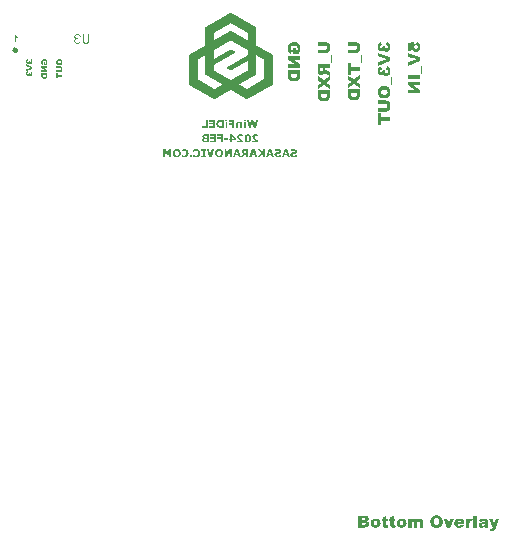
<source format=gbr>
%TF.GenerationSoftware,Altium Limited,Altium Designer,23.11.1 (41)*%
G04 Layer_Color=32896*
%FSLAX26Y26*%
%MOIN*%
%TF.SameCoordinates,9526E2AF-B100-4743-A6B5-6A4C7E8B4C09*%
%TF.FilePolarity,Positive*%
%TF.FileFunction,Legend,Bot*%
%TF.Part,Single*%
G01*
G75*
%TA.AperFunction,NonConductor*%
%ADD37C,0.011811*%
%ADD38C,0.004724*%
G36*
X1262660Y751067D02*
X1262540D01*
Y750946D01*
X1262299D01*
Y750826D01*
X1262059D01*
Y750705D01*
X1261938D01*
Y750585D01*
X1261697D01*
Y750465D01*
X1261457D01*
Y750344D01*
X1261216D01*
Y750224D01*
X1261096D01*
Y750103D01*
X1260855D01*
Y749983D01*
X1260614D01*
Y749863D01*
X1260373D01*
Y749742D01*
X1260253D01*
Y749622D01*
X1260012D01*
Y749501D01*
X1259771D01*
Y749381D01*
X1259531D01*
Y749261D01*
X1259410D01*
Y749140D01*
X1259170D01*
Y749020D01*
X1258929D01*
Y748900D01*
X1258808D01*
Y748779D01*
X1258568D01*
Y748659D01*
X1258327D01*
Y748539D01*
X1258086D01*
Y748418D01*
X1257966D01*
Y748298D01*
X1257725D01*
Y748177D01*
X1257484D01*
Y748057D01*
X1257244D01*
Y747937D01*
X1257123D01*
Y747816D01*
X1256882D01*
Y747696D01*
X1256642D01*
Y747576D01*
X1256521D01*
Y747455D01*
X1256281D01*
Y747335D01*
X1256040D01*
Y747214D01*
X1255799D01*
Y747094D01*
X1255679D01*
Y746973D01*
X1255438D01*
Y746853D01*
X1255197D01*
Y746733D01*
X1254956D01*
Y746612D01*
X1254836D01*
Y746492D01*
X1254595D01*
Y746372D01*
X1254354D01*
Y746251D01*
X1254114D01*
Y746131D01*
X1253993D01*
Y746011D01*
X1253753D01*
Y745890D01*
X1253512D01*
Y745770D01*
X1253391D01*
Y745649D01*
X1253151D01*
Y745529D01*
X1252910D01*
Y745409D01*
X1252669D01*
Y745288D01*
X1252549D01*
Y745168D01*
X1252308D01*
Y745048D01*
X1252067D01*
Y744927D01*
X1251826D01*
Y744807D01*
X1251706D01*
Y744686D01*
X1251465D01*
Y744566D01*
X1251225D01*
Y744446D01*
X1250984D01*
Y744325D01*
X1250863D01*
Y744205D01*
X1250623D01*
Y744085D01*
X1250382D01*
Y743964D01*
X1250262D01*
Y743844D01*
X1250021D01*
Y743723D01*
X1249780D01*
Y743603D01*
X1249539D01*
Y743483D01*
X1249419D01*
Y743362D01*
X1249178D01*
Y743242D01*
X1248937D01*
Y743121D01*
X1248697D01*
Y743001D01*
X1248576D01*
Y742881D01*
X1248335D01*
Y742760D01*
X1248095D01*
Y742640D01*
X1247974D01*
Y742520D01*
X1247734D01*
Y742399D01*
X1247493D01*
Y742279D01*
X1247252D01*
Y742158D01*
X1247132D01*
Y742038D01*
X1246891D01*
Y741918D01*
X1246650D01*
Y741797D01*
X1246409D01*
Y741677D01*
X1246289D01*
Y741557D01*
X1246048D01*
Y741436D01*
X1245807D01*
Y741316D01*
X1245567D01*
Y741195D01*
X1245446D01*
Y741075D01*
X1245206D01*
Y740955D01*
X1244965D01*
Y740834D01*
X1244844D01*
Y740714D01*
X1244604D01*
Y740593D01*
X1244363D01*
Y740473D01*
X1244122D01*
Y740353D01*
X1244002D01*
Y740232D01*
X1243761D01*
Y740112D01*
X1243520D01*
Y739992D01*
X1243280D01*
Y739871D01*
X1243159D01*
Y739751D01*
X1242918D01*
Y739630D01*
X1242678D01*
Y739510D01*
X1242437D01*
Y739390D01*
X1242317D01*
Y739269D01*
X1242076D01*
Y739149D01*
X1241835D01*
Y739029D01*
X1241715D01*
Y738908D01*
X1241474D01*
Y738788D01*
X1241233D01*
Y738667D01*
X1240992D01*
Y738547D01*
X1240872D01*
Y738427D01*
X1240631D01*
Y738306D01*
X1240390D01*
Y738186D01*
X1240150D01*
Y738066D01*
X1240029D01*
Y737945D01*
X1239789D01*
Y737825D01*
X1239548D01*
Y737704D01*
X1239307D01*
Y737584D01*
X1239187D01*
Y737464D01*
X1238946D01*
Y737343D01*
X1238705D01*
Y737223D01*
X1238585D01*
Y737103D01*
X1238344D01*
Y736982D01*
X1238103D01*
Y736862D01*
X1237863D01*
Y736741D01*
X1237742D01*
Y736621D01*
X1237501D01*
Y736501D01*
X1237261D01*
Y736380D01*
X1237020D01*
Y736260D01*
X1236899D01*
Y736139D01*
X1236659D01*
Y736019D01*
X1236418D01*
Y735899D01*
X1236298D01*
Y735778D01*
X1236057D01*
Y735658D01*
X1235816D01*
Y735538D01*
X1235575D01*
Y735417D01*
X1235455D01*
Y735297D01*
X1235214D01*
Y735176D01*
X1234974D01*
Y735056D01*
X1234733D01*
Y734936D01*
X1234612D01*
Y734815D01*
X1234372D01*
Y734695D01*
X1234131D01*
Y734575D01*
X1233890D01*
Y734454D01*
X1233770D01*
Y734334D01*
X1233529D01*
Y734213D01*
X1233288D01*
Y734093D01*
X1233168D01*
Y733973D01*
X1232927D01*
Y733852D01*
X1232686D01*
Y733732D01*
X1232446D01*
Y733612D01*
X1232325D01*
Y733491D01*
X1232084D01*
Y733371D01*
X1231844D01*
Y733250D01*
X1231603D01*
Y733130D01*
X1231483D01*
Y733010D01*
X1231242D01*
Y732889D01*
X1231001D01*
Y732769D01*
X1230760D01*
Y732649D01*
X1230640D01*
Y732528D01*
X1230399D01*
Y732408D01*
X1230158D01*
Y732287D01*
X1230038D01*
Y732167D01*
X1229797D01*
Y732047D01*
X1229556D01*
Y731926D01*
X1229316D01*
Y731806D01*
X1229195D01*
Y731686D01*
X1228955D01*
Y731565D01*
X1228714D01*
Y731445D01*
X1228473D01*
Y731324D01*
X1228353D01*
Y731204D01*
X1228112D01*
Y731084D01*
X1227871D01*
Y730963D01*
X1227630D01*
Y730843D01*
X1227510D01*
Y730722D01*
X1227269D01*
Y730602D01*
X1227028D01*
Y730482D01*
X1226908D01*
Y730361D01*
X1226667D01*
Y730241D01*
X1226427D01*
Y730121D01*
X1226186D01*
Y730000D01*
X1226065D01*
Y729880D01*
X1225825D01*
Y729760D01*
X1225584D01*
Y729639D01*
X1225343D01*
Y729519D01*
X1225223D01*
Y729398D01*
X1224982D01*
Y729278D01*
X1224741D01*
Y729158D01*
X1224621D01*
Y729037D01*
X1224380D01*
Y728917D01*
X1224139D01*
Y728796D01*
X1223899D01*
Y728676D01*
X1223778D01*
Y728556D01*
X1223537D01*
Y728435D01*
X1223297D01*
Y728315D01*
X1223056D01*
Y728194D01*
X1222936D01*
Y728074D01*
X1222695D01*
Y727954D01*
X1222454D01*
Y727833D01*
X1222213D01*
Y727713D01*
X1222093D01*
Y727593D01*
X1221852D01*
Y727472D01*
X1221611D01*
Y727352D01*
X1221491D01*
Y727231D01*
X1221250D01*
Y727111D01*
X1221010D01*
Y726991D01*
X1220769D01*
Y726870D01*
X1220648D01*
Y726750D01*
X1220408D01*
Y726630D01*
X1220167D01*
Y726509D01*
X1219926D01*
Y726389D01*
X1219806D01*
Y726268D01*
X1219565D01*
Y726148D01*
X1219324D01*
Y726028D01*
X1219083D01*
Y725907D01*
X1218963D01*
Y725787D01*
X1218722D01*
Y725667D01*
X1218482D01*
Y725546D01*
X1218361D01*
Y725426D01*
X1218120D01*
Y725306D01*
X1217880D01*
Y725185D01*
X1217639D01*
Y725065D01*
X1217519D01*
Y724944D01*
X1217278D01*
Y724824D01*
X1217037D01*
Y724703D01*
X1216796D01*
Y724583D01*
X1216676D01*
Y724463D01*
X1216435D01*
Y724342D01*
X1216194D01*
Y724222D01*
X1216074D01*
Y724102D01*
X1215833D01*
Y723981D01*
X1215593D01*
Y723861D01*
X1215352D01*
Y723740D01*
X1215231D01*
Y723620D01*
X1214991D01*
Y723500D01*
X1214750D01*
Y723379D01*
X1214509D01*
Y723259D01*
X1214389D01*
Y723139D01*
X1214148D01*
Y723018D01*
X1213907D01*
Y722898D01*
X1213666D01*
Y722778D01*
X1213546D01*
Y722657D01*
X1213305D01*
Y722537D01*
X1213065D01*
Y722416D01*
X1212944D01*
Y722296D01*
X1212704D01*
Y722176D01*
X1212463D01*
Y722055D01*
X1212222D01*
Y721935D01*
X1212102D01*
Y721814D01*
X1211861D01*
Y721694D01*
X1211620D01*
Y721574D01*
X1211379D01*
Y721453D01*
X1211259D01*
Y721333D01*
X1211018D01*
Y721213D01*
X1210777D01*
Y721092D01*
X1210537D01*
Y720972D01*
X1210416D01*
Y720851D01*
X1210176D01*
Y720731D01*
X1209935D01*
Y720611D01*
X1209814D01*
Y720490D01*
X1209574D01*
Y720370D01*
X1209333D01*
Y720250D01*
X1209092D01*
Y720129D01*
X1208972D01*
Y720009D01*
X1208731D01*
Y719888D01*
X1208490D01*
Y719768D01*
X1208249D01*
Y719648D01*
X1208129D01*
Y719527D01*
X1207888D01*
Y719407D01*
X1207648D01*
Y719287D01*
X1207407D01*
Y719166D01*
X1207286D01*
Y719046D01*
X1207046D01*
Y718925D01*
X1206805D01*
Y718805D01*
X1206685D01*
Y718685D01*
X1206444D01*
Y718564D01*
X1206203D01*
Y718444D01*
X1205962D01*
Y718323D01*
X1205842D01*
Y718203D01*
X1205601D01*
Y718083D01*
X1205360D01*
Y717962D01*
X1205120D01*
Y717842D01*
X1204999D01*
Y717722D01*
X1204758D01*
Y717601D01*
X1204518D01*
Y717481D01*
X1204397D01*
Y717360D01*
X1204157D01*
Y717240D01*
X1203916D01*
Y717120D01*
X1203675D01*
Y716999D01*
X1203555D01*
Y716879D01*
X1203314D01*
Y716759D01*
X1203073D01*
Y716638D01*
X1202832D01*
Y716518D01*
X1202712D01*
Y716398D01*
X1202471D01*
Y716277D01*
X1202230D01*
Y716157D01*
X1201990D01*
Y716036D01*
X1201869D01*
Y715916D01*
X1201629D01*
Y715795D01*
X1201388D01*
Y715675D01*
X1201267D01*
Y715555D01*
X1201027D01*
Y715434D01*
X1200786D01*
Y715314D01*
X1200545D01*
Y715194D01*
X1200425D01*
Y715073D01*
X1200184D01*
Y714953D01*
X1199943D01*
Y714832D01*
X1199703D01*
Y714712D01*
X1199582D01*
Y714592D01*
X1199341D01*
Y714471D01*
X1199101D01*
Y714351D01*
X1198860D01*
Y714231D01*
X1198739D01*
Y714110D01*
X1198499D01*
Y713990D01*
X1198258D01*
Y713870D01*
X1198138D01*
Y713749D01*
X1197897D01*
Y713629D01*
X1197656D01*
Y713508D01*
X1197415D01*
Y713388D01*
X1197295D01*
Y713268D01*
X1197054D01*
Y713147D01*
X1196813D01*
Y713027D01*
X1196573D01*
Y712907D01*
X1196452D01*
Y712786D01*
X1196211D01*
Y712666D01*
X1195971D01*
Y712545D01*
X1195730D01*
Y712425D01*
X1195610D01*
Y712304D01*
X1195369D01*
Y712184D01*
X1195128D01*
Y712064D01*
X1195008D01*
Y711943D01*
X1194767D01*
Y711823D01*
X1194526D01*
Y711703D01*
X1194285D01*
Y711582D01*
X1194165D01*
Y711462D01*
X1193924D01*
Y711341D01*
X1193684D01*
Y711221D01*
X1193443D01*
Y711101D01*
X1193322D01*
Y710980D01*
X1193082D01*
Y710860D01*
X1192841D01*
Y710740D01*
X1192721D01*
Y710619D01*
X1192480D01*
Y710499D01*
X1192239D01*
Y710379D01*
X1191998D01*
Y710258D01*
X1191878D01*
Y710138D01*
X1191637D01*
Y710017D01*
X1191396D01*
Y709897D01*
X1191156D01*
Y709777D01*
X1191035D01*
Y709656D01*
X1190794D01*
Y709536D01*
X1190554D01*
Y709415D01*
X1190313D01*
Y709295D01*
X1190193D01*
Y709175D01*
X1189952D01*
Y709054D01*
X1189711D01*
Y708934D01*
X1189591D01*
Y708813D01*
X1189350D01*
Y708693D01*
X1189109D01*
Y708573D01*
X1188869D01*
Y708452D01*
X1188748D01*
Y708332D01*
X1188507D01*
Y708212D01*
X1188267D01*
Y708091D01*
X1188026D01*
Y707971D01*
X1187905D01*
Y707851D01*
X1187665D01*
Y707730D01*
X1187424D01*
Y707610D01*
X1187183D01*
Y707489D01*
X1187063D01*
Y707369D01*
X1186822D01*
Y707249D01*
X1186581D01*
Y707128D01*
X1186461D01*
Y707008D01*
X1186220D01*
Y706888D01*
X1185979D01*
Y706767D01*
X1185739D01*
Y706647D01*
X1185618D01*
Y645495D01*
X1185378D01*
Y645374D01*
X1185137D01*
Y645254D01*
X1184896D01*
Y645133D01*
X1184776D01*
Y645013D01*
X1184535D01*
Y644893D01*
X1184294D01*
Y644772D01*
X1184053D01*
Y644652D01*
X1183933D01*
Y644531D01*
X1183692D01*
Y644411D01*
X1183451D01*
Y644291D01*
X1183211D01*
Y644170D01*
X1183090D01*
Y644050D01*
X1182850D01*
Y643930D01*
X1182609D01*
Y643809D01*
X1182368D01*
Y643689D01*
X1182248D01*
Y643568D01*
X1182007D01*
Y643448D01*
X1181766D01*
Y643328D01*
X1181525D01*
Y643207D01*
X1181405D01*
Y643087D01*
X1181164D01*
Y642966D01*
X1180924D01*
Y642846D01*
X1180683D01*
Y642726D01*
X1180442D01*
Y642605D01*
X1180322D01*
Y642485D01*
X1180081D01*
Y642365D01*
X1179840D01*
Y642244D01*
X1179599D01*
Y642124D01*
X1179479D01*
Y642004D01*
X1179238D01*
Y641883D01*
X1178997D01*
Y641763D01*
X1178757D01*
Y641642D01*
X1178636D01*
Y641522D01*
X1178396D01*
Y641402D01*
X1178155D01*
Y641281D01*
X1177914D01*
Y641161D01*
X1177794D01*
Y641040D01*
X1177553D01*
Y640920D01*
X1177312D01*
Y640800D01*
X1177071D01*
Y640679D01*
X1176951D01*
Y640559D01*
X1176710D01*
Y640439D01*
X1176469D01*
Y640318D01*
X1176229D01*
Y640198D01*
X1176108D01*
Y640077D01*
X1175868D01*
Y639957D01*
X1175627D01*
Y639837D01*
X1175386D01*
Y639716D01*
X1175266D01*
Y639596D01*
X1175025D01*
Y639476D01*
X1174784D01*
Y639355D01*
X1174543D01*
Y639235D01*
X1174423D01*
Y639114D01*
X1174182D01*
Y638994D01*
X1173942D01*
Y638874D01*
X1173701D01*
Y638753D01*
X1173580D01*
Y638633D01*
X1173340D01*
Y638513D01*
X1173099D01*
Y638392D01*
X1172858D01*
Y638272D01*
X1172738D01*
Y638151D01*
X1172497D01*
Y638031D01*
X1172256D01*
Y637911D01*
X1172015D01*
Y637790D01*
X1171895D01*
Y637670D01*
X1171654D01*
Y637549D01*
X1171414D01*
Y637429D01*
X1171173D01*
Y637309D01*
X1170932D01*
Y637188D01*
X1170812D01*
Y637068D01*
X1170571D01*
Y636948D01*
X1170330D01*
Y636827D01*
X1170089D01*
Y636707D01*
X1169969D01*
Y636587D01*
X1169728D01*
Y636466D01*
X1169488D01*
Y636346D01*
X1169247D01*
Y636225D01*
X1169126D01*
Y636105D01*
X1168886D01*
Y635985D01*
X1168645D01*
Y635864D01*
X1168404D01*
Y635744D01*
X1168284D01*
Y635623D01*
X1168043D01*
Y635503D01*
X1167802D01*
Y635383D01*
X1167561D01*
Y635262D01*
X1167441D01*
Y635142D01*
X1167200D01*
Y635022D01*
X1166960D01*
Y634901D01*
X1166719D01*
Y634781D01*
X1166598D01*
Y634660D01*
X1166358D01*
Y634540D01*
X1166117D01*
Y634420D01*
X1165876D01*
Y634299D01*
X1165756D01*
Y634179D01*
X1165515D01*
Y634058D01*
X1165274D01*
Y633938D01*
X1165034D01*
Y633818D01*
X1164913D01*
Y633697D01*
X1164672D01*
Y633577D01*
X1164432D01*
Y633457D01*
X1164191D01*
Y633336D01*
X1164070D01*
Y633216D01*
X1163830D01*
Y633096D01*
X1163589D01*
Y632975D01*
X1163348D01*
Y632855D01*
X1163228D01*
Y632734D01*
X1162987D01*
Y632614D01*
X1162746D01*
Y632494D01*
X1162506D01*
Y632373D01*
X1162385D01*
Y632253D01*
X1162145D01*
Y632133D01*
X1161904D01*
Y632012D01*
X1161663D01*
Y631892D01*
X1161422D01*
Y631771D01*
X1161302D01*
Y631651D01*
X1161061D01*
Y631531D01*
X1160820D01*
Y631410D01*
X1160580D01*
Y631290D01*
X1160459D01*
Y631169D01*
X1160218D01*
Y631049D01*
X1159978D01*
Y630929D01*
X1159737D01*
Y630808D01*
X1159617D01*
Y630688D01*
X1159376D01*
Y630567D01*
X1159135D01*
Y630447D01*
X1158894D01*
Y630327D01*
X1158774D01*
Y630206D01*
X1158533D01*
Y630086D01*
X1158292D01*
Y629966D01*
X1158052D01*
Y629845D01*
X1157931D01*
Y629725D01*
X1157690D01*
Y629605D01*
X1157450D01*
Y629484D01*
X1157209D01*
Y629364D01*
X1157089D01*
Y629243D01*
X1156848D01*
Y629123D01*
X1156607D01*
Y629003D01*
X1156366D01*
Y628882D01*
X1156246D01*
Y628762D01*
X1156005D01*
Y628641D01*
X1155764D01*
Y628521D01*
X1155524D01*
Y628401D01*
X1155403D01*
Y628280D01*
X1155162D01*
Y628160D01*
X1154922D01*
Y628040D01*
X1154681D01*
Y627919D01*
X1154561D01*
Y627799D01*
X1154320D01*
Y627678D01*
X1154079D01*
Y627558D01*
X1153838D01*
Y627438D01*
X1153718D01*
Y627317D01*
X1153477D01*
Y627197D01*
X1153236D01*
Y627077D01*
X1152996D01*
Y626956D01*
X1152875D01*
Y626836D01*
X1152634D01*
Y626715D01*
X1152394D01*
Y626595D01*
X1152153D01*
Y626475D01*
X1152033D01*
Y626354D01*
X1151792D01*
Y626234D01*
X1151551D01*
Y626114D01*
X1151310D01*
Y625993D01*
X1151070D01*
Y625873D01*
X1150949D01*
Y625752D01*
X1150708D01*
Y625632D01*
X1150468D01*
Y625512D01*
X1150227D01*
Y625391D01*
X1150107D01*
Y625271D01*
X1149866D01*
Y625150D01*
X1149625D01*
Y625030D01*
X1149384D01*
Y624910D01*
X1149264D01*
Y624789D01*
X1149023D01*
Y624669D01*
X1148782D01*
Y624549D01*
X1148542D01*
Y624428D01*
X1148421D01*
Y624308D01*
X1148181D01*
Y624187D01*
X1147940D01*
Y624067D01*
X1147699D01*
Y623947D01*
X1147579D01*
Y623826D01*
X1147338D01*
Y623706D01*
X1147097D01*
Y623586D01*
X1146856D01*
Y623465D01*
X1146736D01*
Y623345D01*
X1146495D01*
Y623225D01*
X1146255D01*
Y623104D01*
X1146014D01*
Y622984D01*
X1145893D01*
Y622863D01*
X1145653D01*
Y622743D01*
X1145412D01*
Y622623D01*
X1145171D01*
Y622502D01*
X1145051D01*
Y622382D01*
X1144810D01*
Y622261D01*
X1144569D01*
Y622141D01*
X1144328D01*
Y622021D01*
X1144208D01*
Y621900D01*
X1143967D01*
Y621780D01*
X1143726D01*
Y621659D01*
X1143486D01*
Y621539D01*
X1143365D01*
Y621419D01*
X1143125D01*
Y621298D01*
X1142884D01*
Y621178D01*
X1142643D01*
Y621058D01*
X1142523D01*
Y620937D01*
X1142282D01*
Y620817D01*
X1142041D01*
Y620697D01*
X1141801D01*
Y620576D01*
X1141560D01*
Y620456D01*
X1141439D01*
Y620335D01*
X1141198D01*
Y620215D01*
X1140958D01*
Y620095D01*
X1140717D01*
Y619974D01*
X1140597D01*
Y619854D01*
X1140356D01*
Y619734D01*
X1140115D01*
Y619613D01*
X1139874D01*
Y619493D01*
X1139754D01*
Y619372D01*
X1139513D01*
Y619252D01*
X1139273D01*
Y619132D01*
X1139032D01*
Y619011D01*
X1138911D01*
Y618891D01*
X1138671D01*
Y618770D01*
X1138430D01*
Y618650D01*
X1138189D01*
Y618530D01*
X1138069D01*
Y618409D01*
X1137828D01*
Y618289D01*
X1137587D01*
Y618168D01*
X1137347D01*
Y618048D01*
X1137226D01*
Y617928D01*
X1136985D01*
Y617807D01*
X1136745D01*
Y617687D01*
X1136504D01*
Y617567D01*
X1136383D01*
Y617446D01*
X1136143D01*
Y617326D01*
X1135902D01*
Y617206D01*
X1135661D01*
Y617085D01*
X1135541D01*
Y616965D01*
X1135300D01*
Y616844D01*
X1135059D01*
Y616724D01*
X1134819D01*
Y616604D01*
X1134698D01*
Y616483D01*
X1134457D01*
Y616363D01*
X1134217D01*
Y616242D01*
X1133976D01*
Y616122D01*
X1133855D01*
Y616002D01*
X1133615D01*
Y615881D01*
X1133374D01*
Y615761D01*
X1133133D01*
Y615641D01*
X1133013D01*
Y615520D01*
X1132772D01*
Y615400D01*
X1132531D01*
Y615279D01*
X1132291D01*
Y615159D01*
X1132050D01*
Y615039D01*
X1131929D01*
Y614918D01*
X1131689D01*
Y614798D01*
X1131568D01*
Y614678D01*
X1131448D01*
Y513921D01*
X1131568D01*
Y513800D01*
X1131689D01*
Y513680D01*
X1131929D01*
Y513560D01*
X1132170D01*
Y513439D01*
X1132411D01*
Y513319D01*
X1132531D01*
Y513198D01*
X1132772D01*
Y513078D01*
X1133013D01*
Y512958D01*
X1133254D01*
Y512837D01*
X1133374D01*
Y512717D01*
X1133615D01*
Y512597D01*
X1133855D01*
Y512476D01*
X1134096D01*
Y512356D01*
X1134217D01*
Y512236D01*
X1134457D01*
Y512115D01*
X1134698D01*
Y511995D01*
X1134939D01*
Y511874D01*
X1135180D01*
Y511754D01*
X1135300D01*
Y511634D01*
X1135541D01*
Y511513D01*
X1135782D01*
Y511393D01*
X1136022D01*
Y511272D01*
X1136143D01*
Y511152D01*
X1136383D01*
Y511032D01*
X1136624D01*
Y510911D01*
X1136865D01*
Y510791D01*
X1137106D01*
Y510671D01*
X1137226D01*
Y510550D01*
X1137467D01*
Y510430D01*
X1137708D01*
Y510309D01*
X1137948D01*
Y510189D01*
X1138069D01*
Y510069D01*
X1138310D01*
Y509948D01*
X1138550D01*
Y509828D01*
X1138791D01*
Y509707D01*
X1138911D01*
Y509587D01*
X1139152D01*
Y509467D01*
X1139393D01*
Y509346D01*
X1139634D01*
Y509226D01*
X1139874D01*
Y509106D01*
X1139995D01*
Y508985D01*
X1140236D01*
Y508865D01*
X1140476D01*
Y508745D01*
X1140717D01*
Y508624D01*
X1140837D01*
Y508504D01*
X1141078D01*
Y508383D01*
X1141319D01*
Y508263D01*
X1141560D01*
Y508142D01*
X1141801D01*
Y508022D01*
X1141921D01*
Y507902D01*
X1142162D01*
Y507781D01*
X1142402D01*
Y507661D01*
X1142643D01*
Y507541D01*
X1142764D01*
Y507420D01*
X1143004D01*
Y507300D01*
X1143245D01*
Y507180D01*
X1143486D01*
Y507059D01*
X1143726D01*
Y506939D01*
X1143847D01*
Y506818D01*
X1144088D01*
Y506698D01*
X1144328D01*
Y506578D01*
X1144569D01*
Y506457D01*
X1144689D01*
Y506337D01*
X1144930D01*
Y506216D01*
X1145171D01*
Y506096D01*
X1145412D01*
Y505976D01*
X1145532D01*
Y505855D01*
X1145773D01*
Y505735D01*
X1146014D01*
Y505615D01*
X1146255D01*
Y505494D01*
X1146495D01*
Y505374D01*
X1146616D01*
Y505253D01*
X1146856D01*
Y505133D01*
X1147097D01*
Y505013D01*
X1147338D01*
Y504892D01*
X1147458D01*
Y504772D01*
X1147699D01*
Y504652D01*
X1147940D01*
Y504531D01*
X1148181D01*
Y504411D01*
X1148421D01*
Y504291D01*
X1148542D01*
Y504170D01*
X1148782D01*
Y504050D01*
X1149023D01*
Y503929D01*
X1149264D01*
Y503809D01*
X1149384D01*
Y503689D01*
X1149625D01*
Y503568D01*
X1149866D01*
Y503448D01*
X1150107D01*
Y503327D01*
X1150347D01*
Y503207D01*
X1150468D01*
Y503087D01*
X1150708D01*
Y502966D01*
X1150949D01*
Y502846D01*
X1151190D01*
Y502726D01*
X1151310D01*
Y502605D01*
X1151551D01*
Y502485D01*
X1151792D01*
Y502364D01*
X1152033D01*
Y502244D01*
X1152153D01*
Y502124D01*
X1152394D01*
Y502003D01*
X1152634D01*
Y501883D01*
X1152875D01*
Y501762D01*
X1153116D01*
Y501642D01*
X1153236D01*
Y501522D01*
X1153477D01*
Y501401D01*
X1153718D01*
Y501281D01*
X1153959D01*
Y501161D01*
X1154079D01*
Y501040D01*
X1154320D01*
Y500920D01*
X1154561D01*
Y500800D01*
X1154801D01*
Y500679D01*
X1155042D01*
Y500559D01*
X1155162D01*
Y500438D01*
X1155403D01*
Y500318D01*
X1155644D01*
Y500198D01*
X1155885D01*
Y500077D01*
X1156005D01*
Y499957D01*
X1156246D01*
Y499836D01*
X1156487D01*
Y499716D01*
X1156727D01*
Y499596D01*
X1156848D01*
Y499475D01*
X1157089D01*
Y499355D01*
X1157329D01*
Y499235D01*
X1157570D01*
Y499114D01*
X1157811D01*
Y498994D01*
X1157931D01*
Y498873D01*
X1158172D01*
Y498753D01*
X1158413D01*
Y498633D01*
X1158653D01*
Y498512D01*
X1158774D01*
Y498392D01*
X1159015D01*
Y498272D01*
X1159255D01*
Y498151D01*
X1159496D01*
Y498031D01*
X1159737D01*
Y497910D01*
X1159857D01*
Y497790D01*
X1160098D01*
Y497670D01*
X1160339D01*
Y497549D01*
X1160580D01*
Y497429D01*
X1160700D01*
Y497308D01*
X1160941D01*
Y497188D01*
X1161181D01*
Y497068D01*
X1161422D01*
Y496947D01*
X1161663D01*
Y496827D01*
X1161783D01*
Y496707D01*
X1162024D01*
Y496586D01*
X1162265D01*
Y496466D01*
X1162506D01*
Y496345D01*
X1162626D01*
Y496225D01*
X1162867D01*
Y496105D01*
X1163108D01*
Y495984D01*
X1163348D01*
Y495864D01*
X1163469D01*
Y495744D01*
X1163709D01*
Y495623D01*
X1163950D01*
Y495503D01*
X1164191D01*
Y495382D01*
X1164432D01*
Y495262D01*
X1164552D01*
Y495142D01*
X1164793D01*
Y495021D01*
X1165034D01*
Y494901D01*
X1165274D01*
Y494781D01*
X1165395D01*
Y494660D01*
X1165636D01*
Y494540D01*
X1165876D01*
Y494419D01*
X1166117D01*
Y494299D01*
X1166358D01*
Y494179D01*
X1166478D01*
Y494058D01*
X1166719D01*
Y493938D01*
X1166960D01*
Y493817D01*
X1167200D01*
Y493697D01*
X1167321D01*
Y493577D01*
X1167561D01*
Y493456D01*
X1167802D01*
Y493336D01*
X1168043D01*
Y493216D01*
X1168284D01*
Y493095D01*
X1168404D01*
Y492975D01*
X1168645D01*
Y492854D01*
X1168886D01*
Y492734D01*
X1169126D01*
Y492614D01*
X1169247D01*
Y492493D01*
X1169488D01*
Y492373D01*
X1169728D01*
Y492253D01*
X1169969D01*
Y492132D01*
X1170089D01*
Y492012D01*
X1170330D01*
Y491892D01*
X1170571D01*
Y491771D01*
X1170812D01*
Y491651D01*
X1171053D01*
Y491530D01*
X1171173D01*
Y491410D01*
X1171414D01*
Y491290D01*
X1171654D01*
Y491169D01*
X1171895D01*
Y491049D01*
X1172015D01*
Y490928D01*
X1172256D01*
Y490808D01*
X1172497D01*
Y490688D01*
X1172738D01*
Y490567D01*
X1172978D01*
Y490447D01*
X1173099D01*
Y490327D01*
X1173340D01*
Y490206D01*
X1173580D01*
Y490086D01*
X1173821D01*
Y489965D01*
X1173942D01*
Y489845D01*
X1174182D01*
Y489725D01*
X1174423D01*
Y489604D01*
X1174664D01*
Y489484D01*
X1174784D01*
Y489364D01*
X1175025D01*
Y489243D01*
X1175266D01*
Y489123D01*
X1175506D01*
Y489002D01*
X1175747D01*
Y488882D01*
X1175868D01*
Y488762D01*
X1176108D01*
Y488641D01*
X1176349D01*
Y488521D01*
X1176590D01*
Y488401D01*
X1176710D01*
Y488280D01*
X1176951D01*
Y488160D01*
X1177192D01*
Y488039D01*
X1177433D01*
Y487919D01*
X1177673D01*
Y487799D01*
X1177794D01*
Y487678D01*
X1178034D01*
Y487558D01*
X1178275D01*
Y487437D01*
X1178516D01*
Y487317D01*
X1178636D01*
Y487197D01*
X1178877D01*
Y487076D01*
X1179118D01*
Y486956D01*
X1179359D01*
Y486836D01*
X1179599D01*
Y486715D01*
X1179720D01*
Y486595D01*
X1179960D01*
Y486474D01*
X1180201D01*
Y486354D01*
X1180442D01*
Y486234D01*
X1180562D01*
Y486113D01*
X1180803D01*
Y485993D01*
X1181044D01*
Y485873D01*
X1181285D01*
Y485752D01*
X1181405D01*
Y485632D01*
X1181646D01*
Y485511D01*
X1181887D01*
Y485391D01*
X1182127D01*
Y485271D01*
X1182368D01*
Y485150D01*
X1182488D01*
Y485030D01*
X1182729D01*
Y484909D01*
X1182970D01*
Y484789D01*
X1183211D01*
Y484669D01*
X1183331D01*
Y484548D01*
X1183572D01*
Y484428D01*
X1183813D01*
Y484308D01*
X1184053D01*
Y484187D01*
X1184294D01*
Y484067D01*
X1184414D01*
Y483947D01*
X1184655D01*
Y483826D01*
X1184896D01*
Y483706D01*
X1185137D01*
Y483585D01*
X1185257D01*
Y483465D01*
X1185498D01*
Y483345D01*
X1185739D01*
Y483224D01*
X1185979D01*
Y483104D01*
X1186220D01*
Y482983D01*
X1186341D01*
Y482863D01*
X1186581D01*
Y482743D01*
X1186822D01*
Y482622D01*
X1187063D01*
Y482502D01*
X1187183D01*
Y482382D01*
X1187424D01*
Y482261D01*
X1187665D01*
Y482141D01*
X1187905D01*
Y482020D01*
X1188026D01*
Y481900D01*
X1188267D01*
Y481780D01*
X1188507D01*
Y481659D01*
X1188748D01*
Y481539D01*
X1188989D01*
Y481418D01*
X1189109D01*
Y481298D01*
X1189350D01*
Y481178D01*
X1189591D01*
Y481057D01*
X1189832D01*
Y480937D01*
X1189952D01*
Y480817D01*
X1190193D01*
Y480696D01*
X1190433D01*
Y480576D01*
X1190674D01*
Y480455D01*
X1190915D01*
Y480335D01*
X1191035D01*
Y480215D01*
X1191276D01*
Y480094D01*
X1191517D01*
Y479974D01*
X1191758D01*
Y479854D01*
X1191878D01*
Y479733D01*
X1192119D01*
Y479613D01*
X1192360D01*
Y479493D01*
X1192600D01*
Y479372D01*
X1192841D01*
Y479252D01*
X1192961D01*
Y479131D01*
X1193202D01*
Y479011D01*
X1193443D01*
Y478891D01*
X1193684D01*
Y478770D01*
X1193804D01*
Y478650D01*
X1194045D01*
Y478529D01*
X1194285D01*
Y478409D01*
X1194526D01*
Y478289D01*
X1194647D01*
Y478168D01*
X1194887D01*
Y478048D01*
X1195128D01*
Y477928D01*
X1195369D01*
Y477807D01*
X1195610D01*
Y477687D01*
X1195730D01*
Y477567D01*
X1195971D01*
Y477446D01*
X1196211D01*
Y477326D01*
X1196452D01*
Y477205D01*
X1196573D01*
Y477085D01*
X1196813D01*
Y476964D01*
X1197054D01*
Y476844D01*
X1197295D01*
Y476724D01*
X1197536D01*
Y476603D01*
X1197656D01*
Y476483D01*
X1197897D01*
Y476363D01*
X1198138D01*
Y476242D01*
X1198378D01*
Y476122D01*
X1198499D01*
Y476002D01*
X1198739D01*
Y475881D01*
X1198980D01*
Y475761D01*
X1199221D01*
Y475640D01*
X1199341D01*
Y475520D01*
X1199582D01*
Y475400D01*
X1199823D01*
Y475279D01*
X1200064D01*
Y475159D01*
X1200304D01*
Y475038D01*
X1200425D01*
Y474918D01*
X1200666D01*
Y474798D01*
X1200906D01*
Y474677D01*
X1201147D01*
Y474557D01*
X1201267D01*
Y474437D01*
X1201508D01*
Y474316D01*
X1201749D01*
Y474196D01*
X1201990D01*
Y474075D01*
X1202230D01*
Y473955D01*
X1202351D01*
Y473835D01*
X1202592D01*
Y473714D01*
X1202832D01*
Y473594D01*
X1203073D01*
Y473474D01*
X1203194D01*
Y473353D01*
X1203434D01*
Y473233D01*
X1203675D01*
Y473112D01*
X1203916D01*
Y472992D01*
X1204157D01*
Y472872D01*
X1204277D01*
Y472751D01*
X1204518D01*
Y472631D01*
X1204758D01*
Y472510D01*
X1204999D01*
Y472390D01*
X1205120D01*
Y472270D01*
X1205360D01*
Y472149D01*
X1205601D01*
Y472029D01*
X1205842D01*
Y471909D01*
X1205962D01*
Y471788D01*
X1206203D01*
Y471668D01*
X1206444D01*
Y471548D01*
X1206685D01*
Y471427D01*
X1206925D01*
Y471307D01*
X1207046D01*
Y471186D01*
X1207286D01*
Y471066D01*
X1207527D01*
Y470946D01*
X1207768D01*
Y470825D01*
X1207888D01*
Y470705D01*
X1208129D01*
Y470584D01*
X1208370D01*
Y470464D01*
X1208611D01*
Y470344D01*
X1208851D01*
Y470223D01*
X1208972D01*
Y470103D01*
X1209213D01*
Y469983D01*
X1209453D01*
Y469862D01*
X1209694D01*
Y469742D01*
X1209814D01*
Y469621D01*
X1210055D01*
Y469501D01*
X1210296D01*
Y469381D01*
X1210537D01*
Y469260D01*
X1210777D01*
Y469140D01*
X1210898D01*
Y469020D01*
X1211139D01*
Y468899D01*
X1211379D01*
Y468779D01*
X1211620D01*
Y468659D01*
X1211740D01*
Y468538D01*
X1211981D01*
Y468418D01*
X1212222D01*
Y468297D01*
X1212463D01*
Y468177D01*
X1212583D01*
Y468057D01*
X1212824D01*
Y467936D01*
X1213065D01*
Y467816D01*
X1213305D01*
Y467695D01*
X1213546D01*
Y467575D01*
X1213666D01*
Y467455D01*
X1213907D01*
Y467334D01*
X1214148D01*
Y467214D01*
X1214389D01*
Y467094D01*
X1214509D01*
Y466973D01*
X1214750D01*
Y466853D01*
X1214991D01*
Y466732D01*
X1215231D01*
Y466612D01*
X1215472D01*
Y466492D01*
X1215593D01*
Y466371D01*
X1215833D01*
Y466251D01*
X1216194D01*
Y466371D01*
X1216435D01*
Y466492D01*
X1216555D01*
Y466612D01*
X1216796D01*
Y466732D01*
X1217037D01*
Y466853D01*
X1217278D01*
Y466973D01*
X1217398D01*
Y467094D01*
X1217639D01*
Y467214D01*
X1217880D01*
Y467334D01*
X1218000D01*
Y467455D01*
X1218241D01*
Y467575D01*
X1218482D01*
Y467695D01*
X1218602D01*
Y467816D01*
X1218843D01*
Y467936D01*
X1219083D01*
Y468057D01*
X1219324D01*
Y468177D01*
X1219445D01*
Y468297D01*
X1219685D01*
Y468418D01*
X1219926D01*
Y468538D01*
X1220046D01*
Y468659D01*
X1220287D01*
Y468779D01*
X1220528D01*
Y468899D01*
X1220648D01*
Y469020D01*
X1220889D01*
Y469140D01*
X1221130D01*
Y469260D01*
X1221250D01*
Y469381D01*
X1221491D01*
Y469501D01*
X1221732D01*
Y469621D01*
X1221973D01*
Y469742D01*
X1222093D01*
Y469862D01*
X1222334D01*
Y469983D01*
X1222574D01*
Y470103D01*
X1222695D01*
Y470223D01*
X1222936D01*
Y470344D01*
X1223176D01*
Y470464D01*
X1223297D01*
Y470584D01*
X1223537D01*
Y470705D01*
X1223778D01*
Y470825D01*
X1224019D01*
Y470946D01*
X1224139D01*
Y471066D01*
X1224380D01*
Y471186D01*
X1224621D01*
Y471307D01*
X1224741D01*
Y471427D01*
X1224982D01*
Y471548D01*
X1225223D01*
Y471668D01*
X1225343D01*
Y471788D01*
X1225584D01*
Y471909D01*
X1225825D01*
Y472029D01*
X1225945D01*
Y472149D01*
X1226186D01*
Y472270D01*
X1226427D01*
Y472390D01*
X1226667D01*
Y472510D01*
X1226788D01*
Y472631D01*
X1227028D01*
Y472751D01*
X1227269D01*
Y472872D01*
X1227390D01*
Y472992D01*
X1227630D01*
Y473112D01*
X1227871D01*
Y473233D01*
X1227992D01*
Y473353D01*
X1228232D01*
Y473474D01*
X1228473D01*
Y473594D01*
X1228714D01*
Y473714D01*
X1228834D01*
Y473835D01*
X1229075D01*
Y473955D01*
X1229316D01*
Y474075D01*
X1229436D01*
Y474196D01*
X1229677D01*
Y474316D01*
X1229918D01*
Y474437D01*
X1230038D01*
Y474557D01*
X1230279D01*
Y474677D01*
X1230520D01*
Y474798D01*
X1230760D01*
Y474918D01*
X1230881D01*
Y475038D01*
X1231121D01*
Y475159D01*
X1231362D01*
Y475279D01*
X1231483D01*
Y475400D01*
X1231723D01*
Y475520D01*
X1231964D01*
Y475640D01*
X1232084D01*
Y475761D01*
X1232325D01*
Y475881D01*
X1232566D01*
Y476002D01*
X1232686D01*
Y476122D01*
X1232927D01*
Y476242D01*
X1233168D01*
Y476363D01*
X1233409D01*
Y476483D01*
X1233529D01*
Y476603D01*
X1233770D01*
Y476724D01*
X1234010D01*
Y476844D01*
X1234131D01*
Y476964D01*
X1234372D01*
Y477085D01*
X1234612D01*
Y477205D01*
X1234733D01*
Y477326D01*
X1234974D01*
Y477446D01*
X1235214D01*
Y477567D01*
X1235455D01*
Y477687D01*
X1235575D01*
Y477807D01*
X1235816D01*
Y477928D01*
X1236057D01*
Y478048D01*
X1236177D01*
Y478168D01*
X1236418D01*
Y478289D01*
X1236659D01*
Y478409D01*
X1236779D01*
Y478529D01*
X1237020D01*
Y478650D01*
X1237261D01*
Y478770D01*
X1237381D01*
Y478891D01*
X1237622D01*
Y479011D01*
X1237863D01*
Y479131D01*
X1238103D01*
Y479252D01*
X1238224D01*
Y479372D01*
X1238465D01*
Y479493D01*
X1238705D01*
Y479613D01*
X1238826D01*
Y479733D01*
X1239066D01*
Y479854D01*
X1239307D01*
Y479974D01*
X1239427D01*
Y480094D01*
X1239668D01*
Y480215D01*
X1239909D01*
Y480335D01*
X1240150D01*
Y480455D01*
X1240270D01*
Y480576D01*
X1240511D01*
Y480696D01*
X1240752D01*
Y480817D01*
X1240872D01*
Y480937D01*
X1241113D01*
Y481057D01*
X1241353D01*
Y481178D01*
X1241474D01*
Y481298D01*
X1241715D01*
Y481418D01*
X1241955D01*
Y481539D01*
X1242076D01*
Y481659D01*
X1242317D01*
Y481780D01*
X1242557D01*
Y481900D01*
X1242798D01*
Y482020D01*
X1242918D01*
Y482141D01*
X1243159D01*
Y482261D01*
X1243400D01*
Y482382D01*
X1243520D01*
Y482502D01*
X1243761D01*
Y482622D01*
X1244002D01*
Y482743D01*
X1244122D01*
Y482863D01*
X1244363D01*
Y482983D01*
X1244604D01*
Y483104D01*
X1244844D01*
Y483224D01*
X1244965D01*
Y483345D01*
X1245206D01*
Y483465D01*
X1245446D01*
Y483585D01*
X1245567D01*
Y483706D01*
X1245807D01*
Y483826D01*
X1246048D01*
Y483947D01*
X1246169D01*
Y484067D01*
X1246409D01*
Y484187D01*
X1246650D01*
Y484308D01*
X1246771D01*
Y484428D01*
X1247011D01*
Y484548D01*
X1247252D01*
Y484669D01*
X1247493D01*
Y484789D01*
X1247613D01*
Y484909D01*
X1247854D01*
Y485030D01*
X1248095D01*
Y485150D01*
X1248215D01*
Y485271D01*
X1248456D01*
Y485391D01*
X1248697D01*
Y485511D01*
X1248817D01*
Y485632D01*
X1249058D01*
Y485752D01*
X1249299D01*
Y485873D01*
X1249539D01*
Y485993D01*
X1249660D01*
Y486113D01*
X1249900D01*
Y486234D01*
X1250141D01*
Y486354D01*
X1250262D01*
Y486474D01*
X1250502D01*
Y486595D01*
X1250743D01*
Y486715D01*
X1250863D01*
Y486836D01*
X1251104D01*
Y486956D01*
X1251345D01*
Y487076D01*
X1251465D01*
Y487197D01*
X1251706D01*
Y487317D01*
X1251947D01*
Y487437D01*
X1252188D01*
Y487558D01*
X1252308D01*
Y487678D01*
X1252549D01*
Y487799D01*
X1252790D01*
Y487919D01*
X1252910D01*
Y488039D01*
X1253151D01*
Y488160D01*
X1253391D01*
Y488280D01*
X1253512D01*
Y488401D01*
X1253753D01*
Y488521D01*
X1253993D01*
Y488641D01*
X1254234D01*
Y488762D01*
X1254354D01*
Y488882D01*
X1254595D01*
Y489002D01*
X1254836D01*
Y489123D01*
X1254956D01*
Y489243D01*
X1255197D01*
Y489364D01*
X1255438D01*
Y489484D01*
X1255558D01*
Y489604D01*
X1255799D01*
Y489725D01*
X1256040D01*
Y489845D01*
X1256160D01*
Y489965D01*
X1256401D01*
Y490086D01*
X1256642D01*
Y490206D01*
X1256882D01*
Y490327D01*
X1257003D01*
Y490447D01*
X1257244D01*
Y490567D01*
X1257484D01*
Y490688D01*
X1257605D01*
Y490808D01*
X1257845D01*
Y490928D01*
X1258086D01*
Y491049D01*
X1258207D01*
Y491169D01*
X1258447D01*
Y491290D01*
X1258688D01*
Y491410D01*
X1258929D01*
Y491530D01*
X1259049D01*
Y491651D01*
X1259290D01*
Y491771D01*
X1259531D01*
Y491892D01*
X1259651D01*
Y492012D01*
X1259892D01*
Y492132D01*
X1260132D01*
Y492253D01*
X1260253D01*
Y492373D01*
X1260494D01*
Y492493D01*
X1260735D01*
Y492614D01*
X1260855D01*
Y492734D01*
X1261096D01*
Y492854D01*
X1261336D01*
Y492975D01*
X1261577D01*
Y493095D01*
X1261697D01*
Y493216D01*
X1261938D01*
Y493336D01*
X1262179D01*
Y493456D01*
X1262299D01*
Y493577D01*
X1262540D01*
Y493697D01*
X1262781D01*
Y493817D01*
X1262901D01*
Y493938D01*
X1263142D01*
Y494058D01*
X1263383D01*
Y494179D01*
X1263623D01*
Y494299D01*
X1263744D01*
Y494419D01*
X1263985D01*
Y494540D01*
X1264226D01*
Y494660D01*
X1264346D01*
Y494781D01*
X1264587D01*
Y494901D01*
X1264827D01*
Y495021D01*
X1264948D01*
Y495142D01*
X1265188D01*
Y495262D01*
X1265429D01*
Y495382D01*
X1265550D01*
Y495503D01*
X1265790D01*
Y495623D01*
X1266031D01*
Y495744D01*
X1266272D01*
Y495864D01*
X1266392D01*
Y495984D01*
X1266633D01*
Y496105D01*
X1266874D01*
Y496225D01*
X1266994D01*
Y496345D01*
X1267235D01*
Y496466D01*
X1267476D01*
Y496586D01*
X1267596D01*
Y496707D01*
X1267837D01*
Y496827D01*
X1268078D01*
Y496947D01*
X1268318D01*
Y497068D01*
X1268439D01*
Y497188D01*
X1268679D01*
Y497308D01*
X1268920D01*
Y497429D01*
X1269041D01*
Y497549D01*
X1269281D01*
Y497670D01*
X1269522D01*
Y497790D01*
X1269642D01*
Y497910D01*
X1269883D01*
Y498031D01*
X1270124D01*
Y498151D01*
X1270365D01*
Y498031D01*
X1270605D01*
Y497910D01*
X1270846D01*
Y497790D01*
X1270967D01*
Y497670D01*
X1271207D01*
Y497549D01*
X1271448D01*
Y497429D01*
X1271569D01*
Y497308D01*
X1271809D01*
Y497188D01*
X1272050D01*
Y497068D01*
X1272170D01*
Y496947D01*
X1272411D01*
Y496827D01*
X1272652D01*
Y496707D01*
X1272772D01*
Y496586D01*
X1273013D01*
Y496466D01*
X1273254D01*
Y496345D01*
X1273374D01*
Y496225D01*
X1273615D01*
Y496105D01*
X1273856D01*
Y495984D01*
X1273976D01*
Y495864D01*
X1274217D01*
Y495744D01*
X1274458D01*
Y495623D01*
X1274578D01*
Y495503D01*
X1274819D01*
Y495382D01*
X1275060D01*
Y495262D01*
X1275180D01*
Y495142D01*
X1275421D01*
Y495021D01*
X1275661D01*
Y494901D01*
X1275782D01*
Y494781D01*
X1276023D01*
Y494660D01*
X1276263D01*
Y494540D01*
X1276384D01*
Y494419D01*
X1276624D01*
Y494299D01*
X1276865D01*
Y494179D01*
X1276986D01*
Y494058D01*
X1277226D01*
Y493938D01*
X1277467D01*
Y493817D01*
X1277587D01*
Y493697D01*
X1277828D01*
Y493577D01*
X1278069D01*
Y493456D01*
X1278189D01*
Y493336D01*
X1278430D01*
Y493216D01*
X1278671D01*
Y493095D01*
X1278791D01*
Y492975D01*
X1279032D01*
Y492854D01*
X1279273D01*
Y492734D01*
X1279393D01*
Y492614D01*
X1279634D01*
Y492493D01*
X1279875D01*
Y492373D01*
X1279995D01*
Y492253D01*
X1280236D01*
Y492132D01*
X1280476D01*
Y492012D01*
X1280597D01*
Y491892D01*
X1280838D01*
Y491771D01*
X1281078D01*
Y491651D01*
X1281199D01*
Y491530D01*
X1281440D01*
Y491410D01*
X1281680D01*
Y491290D01*
X1281801D01*
Y491169D01*
X1282042D01*
Y491049D01*
X1282282D01*
Y490928D01*
X1282403D01*
Y490808D01*
X1282643D01*
Y490688D01*
X1282884D01*
Y490567D01*
X1283005D01*
Y490447D01*
X1283245D01*
Y490327D01*
X1283486D01*
Y490206D01*
X1283606D01*
Y490086D01*
X1283847D01*
Y489965D01*
X1284088D01*
Y489845D01*
X1284208D01*
Y489725D01*
X1284449D01*
Y489604D01*
X1284690D01*
Y489484D01*
X1284810D01*
Y489364D01*
X1285051D01*
Y489243D01*
X1285292D01*
Y489123D01*
X1285412D01*
Y489002D01*
X1285653D01*
Y488882D01*
X1285894D01*
Y488762D01*
X1286014D01*
Y488641D01*
X1286255D01*
Y488521D01*
X1286495D01*
Y488401D01*
X1286616D01*
Y488280D01*
X1286857D01*
Y488160D01*
X1287097D01*
Y488039D01*
X1287218D01*
Y487919D01*
X1287458D01*
Y487799D01*
X1287699D01*
Y487678D01*
X1287940D01*
Y487558D01*
X1288060D01*
Y487437D01*
X1288301D01*
Y487317D01*
X1288542D01*
Y487197D01*
X1288662D01*
Y487076D01*
X1288903D01*
Y486956D01*
X1289144D01*
Y486836D01*
X1289264D01*
Y486715D01*
X1289505D01*
Y486595D01*
X1289746D01*
Y486474D01*
X1289866D01*
Y486354D01*
X1290107D01*
Y486234D01*
X1290348D01*
Y486113D01*
X1290468D01*
Y485993D01*
X1290709D01*
Y485873D01*
X1290949D01*
Y485752D01*
X1291070D01*
Y485632D01*
X1291311D01*
Y485511D01*
X1291551D01*
Y485391D01*
X1291672D01*
Y485271D01*
X1291912D01*
Y485150D01*
X1292153D01*
Y485030D01*
X1292274D01*
Y484909D01*
X1292514D01*
Y484789D01*
X1292755D01*
Y484669D01*
X1292876D01*
Y484548D01*
X1293116D01*
Y484428D01*
X1293357D01*
Y484308D01*
X1293477D01*
Y484187D01*
X1293718D01*
Y484067D01*
X1293959D01*
Y483947D01*
X1294079D01*
Y483826D01*
X1294320D01*
Y483706D01*
X1294561D01*
Y483585D01*
X1294681D01*
Y483465D01*
X1294922D01*
Y483345D01*
X1295163D01*
Y483224D01*
X1295283D01*
Y483104D01*
X1295524D01*
Y482983D01*
X1295765D01*
Y482863D01*
X1295885D01*
Y482743D01*
X1296126D01*
Y482622D01*
X1296367D01*
Y482502D01*
X1296487D01*
Y482382D01*
X1296728D01*
Y482261D01*
X1296968D01*
Y482141D01*
X1297089D01*
Y482020D01*
X1297330D01*
Y481900D01*
X1297570D01*
Y481780D01*
X1297691D01*
Y481659D01*
X1297931D01*
Y481539D01*
X1298172D01*
Y481418D01*
X1298293D01*
Y481298D01*
X1298533D01*
Y481178D01*
X1298774D01*
Y481057D01*
X1298895D01*
Y480937D01*
X1299135D01*
Y480817D01*
X1299376D01*
Y480696D01*
X1299496D01*
Y480576D01*
X1299737D01*
Y480455D01*
X1299978D01*
Y480335D01*
X1300098D01*
Y480215D01*
X1300339D01*
Y480094D01*
X1300580D01*
Y479974D01*
X1300700D01*
Y479854D01*
X1300941D01*
Y479733D01*
X1301182D01*
Y479613D01*
X1301302D01*
Y479493D01*
X1301543D01*
Y479372D01*
X1301784D01*
Y479252D01*
X1301904D01*
Y479131D01*
X1302145D01*
Y479011D01*
X1302386D01*
Y478891D01*
X1302506D01*
Y478770D01*
X1302747D01*
Y478650D01*
X1302987D01*
Y478529D01*
X1303108D01*
Y478409D01*
X1303349D01*
Y478289D01*
X1303589D01*
Y478168D01*
X1303710D01*
Y478048D01*
X1303950D01*
Y477928D01*
X1304191D01*
Y477807D01*
X1304312D01*
Y477687D01*
X1304552D01*
Y477567D01*
X1304793D01*
Y477446D01*
X1305034D01*
Y477326D01*
X1305154D01*
Y477205D01*
X1305395D01*
Y477085D01*
X1305636D01*
Y476964D01*
X1305756D01*
Y476844D01*
X1305997D01*
Y476724D01*
X1306238D01*
Y476603D01*
X1306358D01*
Y476483D01*
X1306599D01*
Y476363D01*
X1306839D01*
Y476242D01*
X1306960D01*
Y476122D01*
X1307201D01*
Y476002D01*
X1307441D01*
Y475881D01*
X1307562D01*
Y475761D01*
X1307803D01*
Y475640D01*
X1308043D01*
Y475520D01*
X1308164D01*
Y475400D01*
X1308404D01*
Y475279D01*
X1308645D01*
Y475159D01*
X1308765D01*
Y475038D01*
X1309006D01*
Y474918D01*
X1309247D01*
Y474798D01*
X1309367D01*
Y474677D01*
X1309608D01*
Y474557D01*
X1309849D01*
Y474437D01*
X1309969D01*
Y474316D01*
X1310210D01*
Y474196D01*
X1310451D01*
Y474075D01*
X1310571D01*
Y473955D01*
X1310812D01*
Y473835D01*
X1311053D01*
Y473714D01*
X1311173D01*
Y473594D01*
X1311414D01*
Y473474D01*
X1311655D01*
Y473353D01*
X1311775D01*
Y473233D01*
X1312016D01*
Y473112D01*
X1312256D01*
Y472992D01*
X1312377D01*
Y472872D01*
X1312618D01*
Y472751D01*
X1312858D01*
Y472631D01*
X1312979D01*
Y472510D01*
X1313219D01*
Y472390D01*
X1313460D01*
Y472270D01*
X1313581D01*
Y472149D01*
X1313821D01*
Y472029D01*
X1314062D01*
Y471909D01*
X1314183D01*
Y471788D01*
X1314423D01*
Y471668D01*
X1314664D01*
Y471548D01*
X1314784D01*
Y471427D01*
X1315025D01*
Y471307D01*
X1315266D01*
Y471186D01*
X1315386D01*
Y471066D01*
X1315627D01*
Y470946D01*
X1315868D01*
Y470825D01*
X1315988D01*
Y470705D01*
X1316229D01*
Y470584D01*
X1316470D01*
Y470464D01*
X1316590D01*
Y470344D01*
X1316831D01*
Y470223D01*
X1317072D01*
Y470103D01*
X1317192D01*
Y469983D01*
X1317433D01*
Y469862D01*
X1317674D01*
Y469742D01*
X1317794D01*
Y469621D01*
X1318035D01*
Y469501D01*
X1318275D01*
Y469381D01*
X1318396D01*
Y469260D01*
X1318637D01*
Y469140D01*
X1318877D01*
Y469020D01*
X1318998D01*
Y468899D01*
X1319238D01*
Y468779D01*
X1319479D01*
Y468659D01*
X1319600D01*
Y468538D01*
X1319840D01*
Y468418D01*
X1320081D01*
Y468297D01*
X1320201D01*
Y468177D01*
X1320442D01*
Y468057D01*
X1320683D01*
Y467936D01*
X1320803D01*
Y467816D01*
X1321044D01*
Y467695D01*
X1321285D01*
Y467575D01*
X1321405D01*
Y467455D01*
X1321646D01*
Y467334D01*
X1321887D01*
Y467214D01*
X1322007D01*
Y467094D01*
X1322248D01*
Y466973D01*
X1322489D01*
Y466853D01*
X1322729D01*
Y466732D01*
X1322850D01*
Y466612D01*
X1323091D01*
Y466492D01*
X1323331D01*
Y466371D01*
X1323452D01*
Y466251D01*
X1323813D01*
Y466371D01*
X1324054D01*
Y466492D01*
X1324294D01*
Y466612D01*
X1324535D01*
Y466732D01*
X1324656D01*
Y466853D01*
X1324896D01*
Y466973D01*
X1325137D01*
Y467094D01*
X1325378D01*
Y467214D01*
X1325619D01*
Y467334D01*
X1325739D01*
Y467455D01*
X1325980D01*
Y467575D01*
X1326220D01*
Y467695D01*
X1326461D01*
Y467816D01*
X1326702D01*
Y467936D01*
X1326822D01*
Y468057D01*
X1327063D01*
Y468177D01*
X1327304D01*
Y468297D01*
X1327544D01*
Y468418D01*
X1327785D01*
Y468538D01*
X1327906D01*
Y468659D01*
X1328146D01*
Y468779D01*
X1328387D01*
Y468899D01*
X1328628D01*
Y469020D01*
X1328748D01*
Y469140D01*
X1328989D01*
Y469260D01*
X1329230D01*
Y469381D01*
X1329471D01*
Y469501D01*
X1329711D01*
Y469621D01*
X1329832D01*
Y469742D01*
X1330072D01*
Y469862D01*
X1330313D01*
Y469983D01*
X1330554D01*
Y470103D01*
X1330795D01*
Y470223D01*
X1330915D01*
Y470344D01*
X1331156D01*
Y470464D01*
X1331397D01*
Y470584D01*
X1331637D01*
Y470705D01*
X1331878D01*
Y470825D01*
X1331999D01*
Y470946D01*
X1332239D01*
Y471066D01*
X1332480D01*
Y471186D01*
X1332721D01*
Y471307D01*
X1332962D01*
Y471427D01*
X1333082D01*
Y471548D01*
X1333323D01*
Y471668D01*
X1333563D01*
Y471788D01*
X1333804D01*
Y471909D01*
X1334045D01*
Y472029D01*
X1334165D01*
Y472149D01*
X1334406D01*
Y472270D01*
X1334647D01*
Y472390D01*
X1334888D01*
Y472510D01*
X1335128D01*
Y472631D01*
X1335249D01*
Y472751D01*
X1335490D01*
Y472872D01*
X1335730D01*
Y472992D01*
X1335971D01*
Y473112D01*
X1336212D01*
Y473233D01*
X1336332D01*
Y473353D01*
X1336573D01*
Y473474D01*
X1336814D01*
Y473594D01*
X1337054D01*
Y473714D01*
X1337295D01*
Y473835D01*
X1337416D01*
Y473955D01*
X1337656D01*
Y474075D01*
X1337897D01*
Y474196D01*
X1338138D01*
Y474316D01*
X1338258D01*
Y474437D01*
X1338499D01*
Y474557D01*
X1338740D01*
Y474677D01*
X1338980D01*
Y474798D01*
X1339221D01*
Y474918D01*
X1339342D01*
Y475038D01*
X1339582D01*
Y475159D01*
X1339823D01*
Y475279D01*
X1340064D01*
Y475400D01*
X1340305D01*
Y475520D01*
X1340425D01*
Y475640D01*
X1340666D01*
Y475761D01*
X1340907D01*
Y475881D01*
X1341147D01*
Y476002D01*
X1341388D01*
Y476122D01*
X1341508D01*
Y476242D01*
X1341749D01*
Y476363D01*
X1341990D01*
Y476483D01*
X1342231D01*
Y476603D01*
X1342472D01*
Y476724D01*
X1342592D01*
Y476844D01*
X1342833D01*
Y476964D01*
X1343073D01*
Y477085D01*
X1343314D01*
Y477205D01*
X1343555D01*
Y477326D01*
X1343675D01*
Y477446D01*
X1343916D01*
Y477567D01*
X1344157D01*
Y477687D01*
X1344398D01*
Y477807D01*
X1344638D01*
Y477928D01*
X1344759D01*
Y478048D01*
X1344999D01*
Y478168D01*
X1345240D01*
Y478289D01*
X1345481D01*
Y478409D01*
X1345722D01*
Y478529D01*
X1345842D01*
Y478650D01*
X1346083D01*
Y478770D01*
X1346324D01*
Y478891D01*
X1346564D01*
Y479011D01*
X1346685D01*
Y479131D01*
X1346926D01*
Y479252D01*
X1347166D01*
Y479372D01*
X1347407D01*
Y479493D01*
X1347648D01*
Y479613D01*
X1347768D01*
Y479733D01*
X1348009D01*
Y479854D01*
X1348250D01*
Y479974D01*
X1348490D01*
Y480094D01*
X1348731D01*
Y480215D01*
X1348852D01*
Y480335D01*
X1349092D01*
Y480455D01*
X1349333D01*
Y480576D01*
X1349574D01*
Y480696D01*
X1349815D01*
Y480817D01*
X1349935D01*
Y480937D01*
X1350176D01*
Y481057D01*
X1350416D01*
Y481178D01*
X1350657D01*
Y481298D01*
X1350898D01*
Y481418D01*
X1351018D01*
Y481539D01*
X1351259D01*
Y481659D01*
X1351500D01*
Y481780D01*
X1351741D01*
Y481900D01*
X1351981D01*
Y482020D01*
X1352102D01*
Y482141D01*
X1352343D01*
Y482261D01*
X1352583D01*
Y482382D01*
X1352824D01*
Y482502D01*
X1353065D01*
Y482622D01*
X1353185D01*
Y482743D01*
X1353426D01*
Y482863D01*
X1353667D01*
Y482983D01*
X1353907D01*
Y483104D01*
X1354148D01*
Y483224D01*
X1354269D01*
Y483345D01*
X1354509D01*
Y483465D01*
X1354750D01*
Y483585D01*
X1354991D01*
Y483706D01*
X1355232D01*
Y483826D01*
X1355352D01*
Y483947D01*
X1355593D01*
Y484067D01*
X1355833D01*
Y484187D01*
X1356074D01*
Y484308D01*
X1356195D01*
Y484428D01*
X1356435D01*
Y484548D01*
X1356676D01*
Y484669D01*
X1356917D01*
Y484789D01*
X1357158D01*
Y484909D01*
X1357278D01*
Y485030D01*
X1357519D01*
Y485150D01*
X1357760D01*
Y485271D01*
X1358000D01*
Y485391D01*
X1358241D01*
Y485511D01*
X1358361D01*
Y485632D01*
X1358602D01*
Y485752D01*
X1358843D01*
Y485873D01*
X1359084D01*
Y485993D01*
X1359324D01*
Y486113D01*
X1359445D01*
Y486234D01*
X1359686D01*
Y486354D01*
X1359926D01*
Y486474D01*
X1360167D01*
Y486595D01*
X1360408D01*
Y486715D01*
X1360528D01*
Y486836D01*
X1360769D01*
Y486956D01*
X1361010D01*
Y487076D01*
X1361251D01*
Y487197D01*
X1361491D01*
Y487317D01*
X1361612D01*
Y487437D01*
X1361852D01*
Y487558D01*
X1362093D01*
Y487678D01*
X1362334D01*
Y487799D01*
X1362575D01*
Y487919D01*
X1362695D01*
Y488039D01*
X1362936D01*
Y488160D01*
X1363177D01*
Y488280D01*
X1363417D01*
Y488401D01*
X1363658D01*
Y488521D01*
X1363778D01*
Y488641D01*
X1364019D01*
Y488762D01*
X1364260D01*
Y488882D01*
X1364501D01*
Y489002D01*
X1364621D01*
Y489123D01*
X1364862D01*
Y489243D01*
X1365103D01*
Y489364D01*
X1365343D01*
Y489484D01*
X1365584D01*
Y489604D01*
X1365705D01*
Y489725D01*
X1365945D01*
Y489845D01*
X1366186D01*
Y489965D01*
X1366427D01*
Y490086D01*
X1366668D01*
Y490206D01*
X1366788D01*
Y490327D01*
X1367029D01*
Y490447D01*
X1367270D01*
Y490567D01*
X1367510D01*
Y490688D01*
X1367751D01*
Y490808D01*
X1367871D01*
Y490928D01*
X1368112D01*
Y491049D01*
X1368353D01*
Y491169D01*
X1368594D01*
Y491290D01*
X1368834D01*
Y491410D01*
X1368955D01*
Y491530D01*
X1369196D01*
Y491651D01*
X1369436D01*
Y491771D01*
X1369677D01*
Y491892D01*
X1369918D01*
Y492012D01*
X1370038D01*
Y492132D01*
X1370279D01*
Y492253D01*
X1370520D01*
Y492373D01*
X1370760D01*
Y492493D01*
X1371001D01*
Y492614D01*
X1371121D01*
Y492734D01*
X1371362D01*
Y492854D01*
X1371603D01*
Y492975D01*
X1371844D01*
Y493095D01*
X1372085D01*
Y493216D01*
X1372205D01*
Y493336D01*
X1372446D01*
Y493456D01*
X1372687D01*
Y493577D01*
X1372927D01*
Y493697D01*
X1373048D01*
Y493817D01*
X1373288D01*
Y493938D01*
X1373529D01*
Y494058D01*
X1373770D01*
Y494179D01*
X1374011D01*
Y494299D01*
X1374131D01*
Y494419D01*
X1374372D01*
Y494540D01*
X1374612D01*
Y494660D01*
X1374853D01*
Y494781D01*
X1375094D01*
Y494901D01*
X1375215D01*
Y495021D01*
X1375455D01*
Y495142D01*
X1375696D01*
Y495262D01*
X1375937D01*
Y495382D01*
X1376178D01*
Y495503D01*
X1376298D01*
Y495623D01*
X1376539D01*
Y495744D01*
X1376779D01*
Y495864D01*
X1377020D01*
Y495984D01*
X1377261D01*
Y496105D01*
X1377381D01*
Y496225D01*
X1377622D01*
Y496345D01*
X1377863D01*
Y496466D01*
X1378103D01*
Y496586D01*
X1378344D01*
Y496707D01*
X1378465D01*
Y496827D01*
X1378706D01*
Y496947D01*
X1378946D01*
Y497068D01*
X1379187D01*
Y497188D01*
X1379428D01*
Y497308D01*
X1379548D01*
Y497429D01*
X1379789D01*
Y497549D01*
X1380030D01*
Y497670D01*
X1380270D01*
Y497790D01*
X1380511D01*
Y497910D01*
X1380631D01*
Y498031D01*
X1380872D01*
Y498151D01*
X1381113D01*
Y498272D01*
X1381354D01*
Y498392D01*
X1381594D01*
Y498512D01*
X1381715D01*
Y498633D01*
X1381956D01*
Y498753D01*
X1382196D01*
Y498873D01*
X1382437D01*
Y498994D01*
X1382557D01*
Y499114D01*
X1382798D01*
Y499235D01*
X1383039D01*
Y499355D01*
X1383280D01*
Y499475D01*
X1383521D01*
Y499596D01*
X1383641D01*
Y499716D01*
X1383882D01*
Y499836D01*
X1384122D01*
Y499957D01*
X1384363D01*
Y500077D01*
X1384604D01*
Y500198D01*
X1384724D01*
Y500318D01*
X1384965D01*
Y500438D01*
X1385206D01*
Y500559D01*
X1385447D01*
Y500679D01*
X1385687D01*
Y500800D01*
X1385808D01*
Y500920D01*
X1386049D01*
Y501040D01*
X1386289D01*
Y501161D01*
X1386530D01*
Y501281D01*
X1386771D01*
Y501401D01*
X1386891D01*
Y501522D01*
X1387132D01*
Y501642D01*
X1387373D01*
Y501762D01*
X1387613D01*
Y501883D01*
X1387854D01*
Y502003D01*
X1387975D01*
Y502124D01*
X1388215D01*
Y502244D01*
X1388456D01*
Y502364D01*
X1388697D01*
Y502485D01*
X1388938D01*
Y502605D01*
X1389058D01*
Y502726D01*
X1389299D01*
Y502846D01*
X1389540D01*
Y502966D01*
X1389780D01*
Y503087D01*
X1390021D01*
Y503207D01*
X1390141D01*
Y503327D01*
X1390382D01*
Y503448D01*
X1390623D01*
Y503568D01*
X1390864D01*
Y503689D01*
X1390984D01*
Y503809D01*
X1391225D01*
Y503929D01*
X1391466D01*
Y504050D01*
X1391706D01*
Y504170D01*
X1391947D01*
Y504291D01*
X1392067D01*
Y504411D01*
X1392308D01*
Y504531D01*
X1392549D01*
Y504652D01*
X1392790D01*
Y504772D01*
X1393031D01*
Y504892D01*
X1393151D01*
Y505013D01*
X1393392D01*
Y505133D01*
X1393632D01*
Y505253D01*
X1393873D01*
Y505374D01*
X1394114D01*
Y505494D01*
X1394234D01*
Y505615D01*
X1394475D01*
Y505735D01*
X1394716D01*
Y505855D01*
X1394957D01*
Y505976D01*
X1395197D01*
Y506096D01*
X1395318D01*
Y506216D01*
X1395558D01*
Y506337D01*
X1395799D01*
Y506457D01*
X1396040D01*
Y506578D01*
X1396281D01*
Y506698D01*
X1396401D01*
Y506818D01*
X1396642D01*
Y506939D01*
X1396883D01*
Y507059D01*
X1397123D01*
Y507180D01*
X1397364D01*
Y507300D01*
X1397485D01*
Y507420D01*
X1397725D01*
Y507541D01*
X1397966D01*
Y507661D01*
X1398207D01*
Y507781D01*
X1398447D01*
Y507902D01*
X1398568D01*
Y508022D01*
X1398809D01*
Y508142D01*
X1399049D01*
Y508263D01*
X1399290D01*
Y508383D01*
X1399411D01*
Y508504D01*
X1399651D01*
Y508624D01*
X1399892D01*
Y508745D01*
X1400133D01*
Y508865D01*
X1400373D01*
Y508985D01*
X1400494D01*
Y509106D01*
X1400735D01*
Y509226D01*
X1400976D01*
Y509346D01*
X1401216D01*
Y509467D01*
X1401457D01*
Y509587D01*
X1401577D01*
Y509707D01*
X1401818D01*
Y509828D01*
X1402059D01*
Y509948D01*
X1402300D01*
Y510069D01*
X1402540D01*
Y510189D01*
X1402661D01*
Y510309D01*
X1402901D01*
Y510430D01*
X1403142D01*
Y510550D01*
X1403383D01*
Y510671D01*
X1403624D01*
Y510791D01*
X1403744D01*
Y510911D01*
X1403985D01*
Y511032D01*
X1404226D01*
Y511152D01*
X1404466D01*
Y511272D01*
X1404707D01*
Y511393D01*
X1404828D01*
Y511513D01*
X1405068D01*
Y511634D01*
X1405309D01*
Y511754D01*
X1405550D01*
Y511874D01*
X1405791D01*
Y511995D01*
X1405911D01*
Y512115D01*
X1406152D01*
Y512236D01*
X1406392D01*
Y512356D01*
X1406633D01*
Y512476D01*
X1406874D01*
Y512597D01*
X1406994D01*
Y512717D01*
X1407235D01*
Y512837D01*
X1407476D01*
Y512958D01*
X1407717D01*
Y513078D01*
X1407957D01*
Y513198D01*
X1408078D01*
Y513319D01*
X1408319D01*
Y513439D01*
X1408559D01*
Y513560D01*
X1408800D01*
Y513680D01*
X1408920D01*
Y513800D01*
X1409161D01*
Y513921D01*
X1409402D01*
Y514041D01*
X1409522D01*
Y615159D01*
X1409402D01*
Y615279D01*
X1409161D01*
Y615400D01*
X1408920D01*
Y615520D01*
X1408800D01*
Y615641D01*
X1408559D01*
Y615761D01*
X1408319D01*
Y615881D01*
X1408078D01*
Y616002D01*
X1407957D01*
Y616122D01*
X1407717D01*
Y616242D01*
X1407476D01*
Y616363D01*
X1407235D01*
Y616483D01*
X1407115D01*
Y616604D01*
X1406874D01*
Y616724D01*
X1406633D01*
Y616844D01*
X1406392D01*
Y616965D01*
X1406272D01*
Y617085D01*
X1406031D01*
Y617206D01*
X1405791D01*
Y617326D01*
X1405550D01*
Y617446D01*
X1405429D01*
Y617567D01*
X1405189D01*
Y617687D01*
X1404948D01*
Y617807D01*
X1404707D01*
Y617928D01*
X1404587D01*
Y618048D01*
X1404346D01*
Y618168D01*
X1404105D01*
Y618289D01*
X1403864D01*
Y618409D01*
X1403744D01*
Y618530D01*
X1403503D01*
Y618650D01*
X1403263D01*
Y618770D01*
X1403022D01*
Y618891D01*
X1402901D01*
Y619011D01*
X1402661D01*
Y619132D01*
X1402420D01*
Y619252D01*
X1402179D01*
Y619372D01*
X1402059D01*
Y619493D01*
X1401818D01*
Y619613D01*
X1401577D01*
Y619734D01*
X1401337D01*
Y619854D01*
X1401216D01*
Y619974D01*
X1400976D01*
Y620095D01*
X1400735D01*
Y620215D01*
X1400494D01*
Y620335D01*
X1400373D01*
Y620456D01*
X1400133D01*
Y620576D01*
X1399892D01*
Y620697D01*
X1399651D01*
Y620817D01*
X1399531D01*
Y620937D01*
X1399290D01*
Y621058D01*
X1399049D01*
Y621178D01*
X1398809D01*
Y621298D01*
X1398688D01*
Y621419D01*
X1398447D01*
Y621539D01*
X1398207D01*
Y621659D01*
X1397966D01*
Y621780D01*
X1397846D01*
Y621900D01*
X1397605D01*
Y622021D01*
X1397364D01*
Y622141D01*
X1397123D01*
Y622261D01*
X1397003D01*
Y622382D01*
X1396762D01*
Y622502D01*
X1396522D01*
Y622623D01*
X1396281D01*
Y622743D01*
X1396160D01*
Y622863D01*
X1395920D01*
Y622984D01*
X1395679D01*
Y623104D01*
X1395438D01*
Y623225D01*
X1395318D01*
Y623345D01*
X1395077D01*
Y623465D01*
X1394836D01*
Y623586D01*
X1394595D01*
Y623706D01*
X1394475D01*
Y623826D01*
X1394234D01*
Y623947D01*
X1393994D01*
Y624067D01*
X1393753D01*
Y624187D01*
X1393512D01*
Y624308D01*
X1393392D01*
Y624428D01*
X1393151D01*
Y624549D01*
X1392910D01*
Y624669D01*
X1392669D01*
Y624789D01*
X1392549D01*
Y624910D01*
X1392308D01*
Y625030D01*
X1392067D01*
Y625150D01*
X1391827D01*
Y625271D01*
X1391706D01*
Y625391D01*
X1391466D01*
Y625512D01*
X1391225D01*
Y625632D01*
X1390984D01*
Y625752D01*
X1390864D01*
Y625873D01*
X1390623D01*
Y625993D01*
X1390382D01*
Y626114D01*
X1390141D01*
Y626234D01*
X1390021D01*
Y626354D01*
X1389780D01*
Y626475D01*
X1389540D01*
Y626595D01*
X1389299D01*
Y626715D01*
X1389178D01*
Y626836D01*
X1388938D01*
Y626956D01*
X1388697D01*
Y627077D01*
X1388456D01*
Y627197D01*
X1388336D01*
Y627317D01*
X1388095D01*
Y627438D01*
X1387854D01*
Y627558D01*
X1387613D01*
Y627678D01*
X1387493D01*
Y627799D01*
X1387252D01*
Y627919D01*
X1387012D01*
Y628040D01*
X1386771D01*
Y628160D01*
X1386650D01*
Y628280D01*
X1386410D01*
Y628401D01*
X1386169D01*
Y628521D01*
X1385928D01*
Y628641D01*
X1385808D01*
Y628762D01*
X1385567D01*
Y628882D01*
X1385326D01*
Y629003D01*
X1385085D01*
Y629123D01*
X1384965D01*
Y629243D01*
X1384724D01*
Y629364D01*
X1384484D01*
Y629484D01*
X1384243D01*
Y629605D01*
X1384122D01*
Y629725D01*
X1383882D01*
Y629845D01*
X1383641D01*
Y629966D01*
X1383400D01*
Y630086D01*
X1383280D01*
Y630206D01*
X1383039D01*
Y630327D01*
X1382798D01*
Y630447D01*
X1382557D01*
Y630567D01*
X1382437D01*
Y630688D01*
X1382196D01*
Y630808D01*
X1381956D01*
Y630929D01*
X1381715D01*
Y631049D01*
X1381594D01*
Y631169D01*
X1381354D01*
Y631290D01*
X1381113D01*
Y631410D01*
X1380872D01*
Y631531D01*
X1380752D01*
Y631651D01*
X1380511D01*
Y631771D01*
X1380270D01*
Y631892D01*
X1380030D01*
Y632012D01*
X1379909D01*
Y632133D01*
X1379668D01*
Y632253D01*
X1379428D01*
Y632373D01*
X1379187D01*
Y632494D01*
X1379067D01*
Y632614D01*
X1378826D01*
Y632734D01*
X1378585D01*
Y632855D01*
X1378344D01*
Y632975D01*
X1378224D01*
Y633096D01*
X1377983D01*
Y633216D01*
X1377742D01*
Y633336D01*
X1377502D01*
Y633457D01*
X1377261D01*
Y633577D01*
X1377140D01*
Y633697D01*
X1376900D01*
Y633818D01*
X1376659D01*
Y633938D01*
X1376418D01*
Y634058D01*
X1376298D01*
Y634179D01*
X1376057D01*
Y634299D01*
X1375816D01*
Y634420D01*
X1375576D01*
Y634540D01*
X1375455D01*
Y634660D01*
X1375215D01*
Y634781D01*
X1374974D01*
Y634901D01*
X1374733D01*
Y635022D01*
X1374612D01*
Y635142D01*
X1374372D01*
Y635262D01*
X1374131D01*
Y635383D01*
X1373890D01*
Y635503D01*
X1373770D01*
Y635623D01*
X1373529D01*
Y635744D01*
X1373288D01*
Y635864D01*
X1373048D01*
Y635985D01*
X1372927D01*
Y636105D01*
X1372687D01*
Y636225D01*
X1372446D01*
Y636346D01*
X1372205D01*
Y636466D01*
X1372085D01*
Y636587D01*
X1371844D01*
Y636707D01*
X1371603D01*
Y636827D01*
X1371362D01*
Y636948D01*
X1371242D01*
Y637068D01*
X1371001D01*
Y637188D01*
X1370760D01*
Y637309D01*
X1370520D01*
Y637429D01*
X1370399D01*
Y637549D01*
X1370159D01*
Y637670D01*
X1369918D01*
Y637790D01*
X1369677D01*
Y637911D01*
X1369557D01*
Y638031D01*
X1369316D01*
Y638151D01*
X1369075D01*
Y638272D01*
X1368834D01*
Y638392D01*
X1368714D01*
Y638513D01*
X1368473D01*
Y638633D01*
X1368233D01*
Y638753D01*
X1367992D01*
Y638874D01*
X1367871D01*
Y638994D01*
X1367631D01*
Y639114D01*
X1367390D01*
Y639235D01*
X1367149D01*
Y639355D01*
X1367029D01*
Y639476D01*
X1366788D01*
Y639596D01*
X1366547D01*
Y639716D01*
X1366306D01*
Y639837D01*
X1366186D01*
Y639957D01*
X1365945D01*
Y640077D01*
X1365705D01*
Y640198D01*
X1365464D01*
Y640318D01*
X1365343D01*
Y640439D01*
X1365103D01*
Y640559D01*
X1364862D01*
Y640679D01*
X1364621D01*
Y640800D01*
X1364501D01*
Y640920D01*
X1364260D01*
Y641040D01*
X1364019D01*
Y641161D01*
X1363778D01*
Y641281D01*
X1363658D01*
Y641402D01*
X1363417D01*
Y641522D01*
X1363177D01*
Y641642D01*
X1362936D01*
Y641763D01*
X1362815D01*
Y641883D01*
X1362575D01*
Y642004D01*
X1362334D01*
Y642124D01*
X1362093D01*
Y642244D01*
X1361973D01*
Y642365D01*
X1361732D01*
Y642485D01*
X1361491D01*
Y642605D01*
X1361251D01*
Y642726D01*
X1361130D01*
Y642846D01*
X1360889D01*
Y642966D01*
X1360649D01*
Y643087D01*
X1360408D01*
Y643207D01*
X1360167D01*
Y643328D01*
X1360047D01*
Y643448D01*
X1359806D01*
Y643568D01*
X1359565D01*
Y643689D01*
X1359324D01*
Y643809D01*
X1359204D01*
Y643930D01*
X1358963D01*
Y644050D01*
X1358723D01*
Y644170D01*
X1358482D01*
Y644291D01*
X1358361D01*
Y644411D01*
X1358121D01*
Y644531D01*
X1357880D01*
Y644652D01*
X1357639D01*
Y644772D01*
X1357519D01*
Y644893D01*
X1357278D01*
Y645013D01*
X1357037D01*
Y645133D01*
X1356796D01*
Y645254D01*
X1356676D01*
Y645374D01*
X1356435D01*
Y645495D01*
X1356195D01*
Y645615D01*
X1355954D01*
Y645735D01*
X1355833D01*
Y645856D01*
X1355713D01*
Y681006D01*
X1355593D01*
Y706165D01*
X1355472D01*
Y706286D01*
X1355352D01*
Y706406D01*
X1355111D01*
Y706526D01*
X1354870D01*
Y706647D01*
X1354630D01*
Y706767D01*
X1354509D01*
Y706888D01*
X1354269D01*
Y707008D01*
X1354028D01*
Y707128D01*
X1353907D01*
Y707249D01*
X1353667D01*
Y707369D01*
X1353426D01*
Y707489D01*
X1353185D01*
Y707610D01*
X1353065D01*
Y707730D01*
X1352824D01*
Y707851D01*
X1352583D01*
Y707971D01*
X1352343D01*
Y708091D01*
X1352222D01*
Y708212D01*
X1351981D01*
Y708332D01*
X1351741D01*
Y708452D01*
X1351500D01*
Y708573D01*
X1351380D01*
Y708693D01*
X1351139D01*
Y708813D01*
X1350898D01*
Y708934D01*
X1350778D01*
Y709054D01*
X1350537D01*
Y709175D01*
X1350296D01*
Y709295D01*
X1350055D01*
Y709415D01*
X1349935D01*
Y709536D01*
X1349694D01*
Y709656D01*
X1349454D01*
Y709777D01*
X1349213D01*
Y709897D01*
X1349092D01*
Y710017D01*
X1348852D01*
Y710138D01*
X1348611D01*
Y710258D01*
X1348370D01*
Y710379D01*
X1348250D01*
Y710499D01*
X1348009D01*
Y710619D01*
X1347768D01*
Y710740D01*
X1347648D01*
Y710860D01*
X1347407D01*
Y710980D01*
X1347166D01*
Y711101D01*
X1346926D01*
Y711221D01*
X1346805D01*
Y711341D01*
X1346564D01*
Y711462D01*
X1346324D01*
Y711582D01*
X1346083D01*
Y711703D01*
X1345963D01*
Y711823D01*
X1345722D01*
Y711943D01*
X1345481D01*
Y712064D01*
X1345361D01*
Y712184D01*
X1345120D01*
Y712304D01*
X1344879D01*
Y712425D01*
X1344638D01*
Y712545D01*
X1344518D01*
Y712666D01*
X1344277D01*
Y712786D01*
X1344036D01*
Y712907D01*
X1343796D01*
Y713027D01*
X1343675D01*
Y713147D01*
X1343435D01*
Y713268D01*
X1343194D01*
Y713388D01*
X1342953D01*
Y713508D01*
X1342833D01*
Y713629D01*
X1342592D01*
Y713749D01*
X1342351D01*
Y713870D01*
X1342231D01*
Y713990D01*
X1341990D01*
Y714110D01*
X1341749D01*
Y714231D01*
X1341508D01*
Y714351D01*
X1341388D01*
Y714471D01*
X1341147D01*
Y714592D01*
X1340907D01*
Y714712D01*
X1340666D01*
Y714832D01*
X1340545D01*
Y714953D01*
X1340305D01*
Y715073D01*
X1340064D01*
Y715194D01*
X1339944D01*
Y715314D01*
X1339703D01*
Y715434D01*
X1339462D01*
Y715555D01*
X1339221D01*
Y715675D01*
X1339101D01*
Y715795D01*
X1338860D01*
Y715916D01*
X1338619D01*
Y716036D01*
X1338379D01*
Y716157D01*
X1338258D01*
Y716277D01*
X1338017D01*
Y716398D01*
X1337777D01*
Y716518D01*
X1337536D01*
Y716638D01*
X1337416D01*
Y716759D01*
X1337175D01*
Y716879D01*
X1336934D01*
Y716999D01*
X1336814D01*
Y717120D01*
X1336573D01*
Y717240D01*
X1336332D01*
Y717360D01*
X1336091D01*
Y717481D01*
X1335971D01*
Y717601D01*
X1335730D01*
Y717722D01*
X1335490D01*
Y717842D01*
X1335249D01*
Y717962D01*
X1335128D01*
Y718083D01*
X1334888D01*
Y718203D01*
X1334647D01*
Y718323D01*
X1334406D01*
Y718444D01*
X1334286D01*
Y718564D01*
X1334045D01*
Y718685D01*
X1333804D01*
Y718805D01*
X1333684D01*
Y718925D01*
X1333443D01*
Y719046D01*
X1333202D01*
Y719166D01*
X1332962D01*
Y719287D01*
X1332841D01*
Y719407D01*
X1332600D01*
Y719527D01*
X1332360D01*
Y719648D01*
X1332119D01*
Y719768D01*
X1331999D01*
Y719888D01*
X1331758D01*
Y720009D01*
X1331517D01*
Y720129D01*
X1331397D01*
Y720250D01*
X1331156D01*
Y720370D01*
X1330915D01*
Y720490D01*
X1330674D01*
Y720611D01*
X1330554D01*
Y720731D01*
X1330313D01*
Y720851D01*
X1330072D01*
Y720972D01*
X1329832D01*
Y721092D01*
X1329711D01*
Y721213D01*
X1329471D01*
Y721333D01*
X1329230D01*
Y721453D01*
X1328989D01*
Y721574D01*
X1328869D01*
Y721694D01*
X1328628D01*
Y721814D01*
X1328387D01*
Y721935D01*
X1328267D01*
Y722055D01*
X1328026D01*
Y722176D01*
X1327785D01*
Y722296D01*
X1327544D01*
Y722416D01*
X1327424D01*
Y722537D01*
X1327183D01*
Y722657D01*
X1326943D01*
Y722778D01*
X1326702D01*
Y722898D01*
X1326582D01*
Y723018D01*
X1326341D01*
Y723139D01*
X1326100D01*
Y723259D01*
X1325859D01*
Y723379D01*
X1325739D01*
Y723500D01*
X1325498D01*
Y723620D01*
X1325257D01*
Y723740D01*
X1325137D01*
Y723861D01*
X1324896D01*
Y723981D01*
X1324656D01*
Y724102D01*
X1324415D01*
Y724222D01*
X1324294D01*
Y724342D01*
X1324054D01*
Y724463D01*
X1323813D01*
Y724583D01*
X1323572D01*
Y724703D01*
X1323452D01*
Y724824D01*
X1323211D01*
Y724944D01*
X1322970D01*
Y725065D01*
X1322850D01*
Y725185D01*
X1322609D01*
Y725306D01*
X1322368D01*
Y725426D01*
X1322128D01*
Y725546D01*
X1322007D01*
Y725667D01*
X1321766D01*
Y725787D01*
X1321526D01*
Y725907D01*
X1321285D01*
Y726028D01*
X1321165D01*
Y726148D01*
X1320924D01*
Y726268D01*
X1320683D01*
Y726389D01*
X1320442D01*
Y726509D01*
X1320322D01*
Y726630D01*
X1320081D01*
Y726750D01*
X1319840D01*
Y726870D01*
X1319720D01*
Y726991D01*
X1319479D01*
Y727111D01*
X1319238D01*
Y727231D01*
X1318998D01*
Y727352D01*
X1318877D01*
Y727472D01*
X1318637D01*
Y727593D01*
X1318396D01*
Y727713D01*
X1318155D01*
Y727833D01*
X1318035D01*
Y727954D01*
X1317794D01*
Y728074D01*
X1317553D01*
Y728194D01*
X1317312D01*
Y728315D01*
X1317192D01*
Y728435D01*
X1316951D01*
Y728556D01*
X1316710D01*
Y728676D01*
X1316590D01*
Y728796D01*
X1316349D01*
Y728917D01*
X1316109D01*
Y729037D01*
X1315868D01*
Y729158D01*
X1315747D01*
Y729278D01*
X1315507D01*
Y729398D01*
X1315266D01*
Y729519D01*
X1315025D01*
Y729639D01*
X1314905D01*
Y729760D01*
X1314664D01*
Y729880D01*
X1314423D01*
Y730000D01*
X1314303D01*
Y730121D01*
X1314062D01*
Y730241D01*
X1313821D01*
Y730361D01*
X1313581D01*
Y730482D01*
X1313460D01*
Y730602D01*
X1313219D01*
Y730722D01*
X1312979D01*
Y730843D01*
X1312738D01*
Y730963D01*
X1312618D01*
Y731084D01*
X1312377D01*
Y731204D01*
X1312136D01*
Y731324D01*
X1311895D01*
Y731445D01*
X1311775D01*
Y731565D01*
X1311534D01*
Y731686D01*
X1311293D01*
Y731806D01*
X1311173D01*
Y731926D01*
X1310932D01*
Y732047D01*
X1310692D01*
Y732167D01*
X1310451D01*
Y732287D01*
X1310330D01*
Y732408D01*
X1310090D01*
Y732528D01*
X1309849D01*
Y732649D01*
X1309608D01*
Y732769D01*
X1309488D01*
Y732889D01*
X1309247D01*
Y733010D01*
X1309006D01*
Y733130D01*
X1308886D01*
Y733250D01*
X1308645D01*
Y733371D01*
X1308404D01*
Y733491D01*
X1308164D01*
Y733612D01*
X1308043D01*
Y733732D01*
X1307803D01*
Y733852D01*
X1307562D01*
Y733973D01*
X1307321D01*
Y734093D01*
X1307201D01*
Y734213D01*
X1306960D01*
Y734334D01*
X1306719D01*
Y734454D01*
X1306478D01*
Y734575D01*
X1306358D01*
Y734695D01*
X1306117D01*
Y734815D01*
X1305877D01*
Y734936D01*
X1305756D01*
Y735056D01*
X1305515D01*
Y735176D01*
X1305274D01*
Y735297D01*
X1305034D01*
Y735417D01*
X1304913D01*
Y735538D01*
X1304673D01*
Y735658D01*
X1304432D01*
Y735778D01*
X1304191D01*
Y735899D01*
X1304071D01*
Y736019D01*
X1303830D01*
Y736139D01*
X1303589D01*
Y736260D01*
X1303349D01*
Y736380D01*
X1303228D01*
Y736501D01*
X1302987D01*
Y736621D01*
X1302747D01*
Y736741D01*
X1302626D01*
Y736862D01*
X1302386D01*
Y736982D01*
X1302145D01*
Y737103D01*
X1301904D01*
Y737223D01*
X1301784D01*
Y737343D01*
X1301543D01*
Y737464D01*
X1301302D01*
Y737584D01*
X1301061D01*
Y737704D01*
X1300941D01*
Y737825D01*
X1300700D01*
Y737945D01*
X1300459D01*
Y738066D01*
X1300339D01*
Y738186D01*
X1300098D01*
Y738306D01*
X1299858D01*
Y738427D01*
X1299617D01*
Y738547D01*
X1299496D01*
Y738667D01*
X1299256D01*
Y738788D01*
X1299015D01*
Y738908D01*
X1298774D01*
Y739029D01*
X1298654D01*
Y739149D01*
X1298413D01*
Y739269D01*
X1298172D01*
Y739390D01*
X1297931D01*
Y739510D01*
X1297811D01*
Y739630D01*
X1297570D01*
Y739751D01*
X1297330D01*
Y739871D01*
X1297209D01*
Y739992D01*
X1296968D01*
Y740112D01*
X1296728D01*
Y740232D01*
X1296487D01*
Y740353D01*
X1296367D01*
Y740473D01*
X1296126D01*
Y740593D01*
X1295885D01*
Y740714D01*
X1295644D01*
Y740834D01*
X1295524D01*
Y740955D01*
X1295283D01*
Y741075D01*
X1295042D01*
Y741195D01*
X1294802D01*
Y741316D01*
X1294681D01*
Y741436D01*
X1294440D01*
Y741557D01*
X1294200D01*
Y741677D01*
X1294079D01*
Y741797D01*
X1293839D01*
Y741918D01*
X1293598D01*
Y742038D01*
X1293357D01*
Y742158D01*
X1293237D01*
Y742279D01*
X1292996D01*
Y742399D01*
X1292755D01*
Y742520D01*
X1292514D01*
Y742640D01*
X1292394D01*
Y742760D01*
X1292153D01*
Y742881D01*
X1291912D01*
Y743001D01*
X1291792D01*
Y743121D01*
X1291551D01*
Y743242D01*
X1291311D01*
Y743362D01*
X1291070D01*
Y743483D01*
X1290949D01*
Y743603D01*
X1290709D01*
Y743723D01*
X1290468D01*
Y743844D01*
X1290227D01*
Y743964D01*
X1290107D01*
Y744085D01*
X1289866D01*
Y744205D01*
X1289625D01*
Y744325D01*
X1289384D01*
Y744446D01*
X1289264D01*
Y744566D01*
X1289023D01*
Y744686D01*
X1288783D01*
Y744807D01*
X1288662D01*
Y744927D01*
X1288422D01*
Y745048D01*
X1288181D01*
Y745168D01*
X1287940D01*
Y745288D01*
X1287820D01*
Y745409D01*
X1287579D01*
Y745529D01*
X1287338D01*
Y745649D01*
X1287097D01*
Y745770D01*
X1286977D01*
Y745890D01*
X1286736D01*
Y746011D01*
X1286495D01*
Y746131D01*
X1286255D01*
Y746251D01*
X1286134D01*
Y746372D01*
X1285894D01*
Y746492D01*
X1285653D01*
Y746612D01*
X1285533D01*
Y746733D01*
X1285292D01*
Y746853D01*
X1285051D01*
Y746973D01*
X1284810D01*
Y747094D01*
X1284690D01*
Y747214D01*
X1284449D01*
Y747335D01*
X1284208D01*
Y747455D01*
X1283967D01*
Y747576D01*
X1283847D01*
Y747696D01*
X1283606D01*
Y747816D01*
X1283366D01*
Y747937D01*
X1283245D01*
Y748057D01*
X1283005D01*
Y748177D01*
X1282764D01*
Y748298D01*
X1282523D01*
Y748418D01*
X1282403D01*
Y748539D01*
X1282162D01*
Y748659D01*
X1281921D01*
Y748779D01*
X1281680D01*
Y748900D01*
X1281560D01*
Y749020D01*
X1281319D01*
Y749140D01*
X1281078D01*
Y749261D01*
X1280838D01*
Y749381D01*
X1280717D01*
Y749501D01*
X1280476D01*
Y749622D01*
X1280236D01*
Y749742D01*
X1280115D01*
Y749863D01*
X1279875D01*
Y749983D01*
X1279634D01*
Y750103D01*
X1279393D01*
Y750224D01*
X1279273D01*
Y750344D01*
X1279032D01*
Y750465D01*
X1278791D01*
Y750585D01*
X1278551D01*
Y750705D01*
X1278430D01*
Y750826D01*
X1278189D01*
Y750946D01*
X1277949D01*
Y751067D01*
X1277828D01*
Y751187D01*
X1277587D01*
Y751307D01*
X1277347D01*
Y751428D01*
X1277106D01*
Y751548D01*
X1276986D01*
Y751668D01*
X1276745D01*
Y751789D01*
X1276504D01*
Y751909D01*
X1276263D01*
Y752029D01*
X1276143D01*
Y752150D01*
X1275902D01*
Y752270D01*
X1275661D01*
Y752391D01*
X1275421D01*
Y752511D01*
X1275300D01*
Y752631D01*
X1275060D01*
Y752752D01*
X1274819D01*
Y752872D01*
X1274698D01*
Y752992D01*
X1274458D01*
Y753113D01*
X1274217D01*
Y753233D01*
X1273976D01*
Y753354D01*
X1273856D01*
Y753474D01*
X1273615D01*
Y753594D01*
X1273374D01*
Y753715D01*
X1273133D01*
Y753835D01*
X1273013D01*
Y753956D01*
X1272772D01*
Y754076D01*
X1272532D01*
Y754196D01*
X1272291D01*
Y754317D01*
X1272170D01*
Y754437D01*
X1271930D01*
Y754558D01*
X1271689D01*
Y754678D01*
X1271569D01*
Y754798D01*
X1271328D01*
Y754919D01*
X1271087D01*
Y755039D01*
X1270846D01*
Y755159D01*
X1270726D01*
Y755280D01*
X1270485D01*
Y755400D01*
X1270004D01*
Y755280D01*
X1269763D01*
Y755159D01*
X1269642D01*
Y755039D01*
X1269402D01*
Y754919D01*
X1269161D01*
Y754798D01*
X1268920D01*
Y754678D01*
X1268800D01*
Y754558D01*
X1268559D01*
Y754437D01*
X1268318D01*
Y754317D01*
X1268198D01*
Y754196D01*
X1267957D01*
Y754076D01*
X1267716D01*
Y753956D01*
X1267476D01*
Y753835D01*
X1267355D01*
Y753715D01*
X1267114D01*
Y753594D01*
X1266874D01*
Y753474D01*
X1266633D01*
Y753354D01*
X1266513D01*
Y753233D01*
X1266272D01*
Y753113D01*
X1266031D01*
Y752992D01*
X1265790D01*
Y752872D01*
X1265670D01*
Y752752D01*
X1265429D01*
Y752631D01*
X1265188D01*
Y752511D01*
X1265068D01*
Y752391D01*
X1264827D01*
Y752270D01*
X1264587D01*
Y752150D01*
X1264346D01*
Y752029D01*
X1264226D01*
Y751909D01*
X1263985D01*
Y751789D01*
X1263744D01*
Y751668D01*
X1263503D01*
Y751548D01*
X1263383D01*
Y751428D01*
X1263142D01*
Y751307D01*
X1262901D01*
Y751187D01*
X1262660D01*
Y751067D01*
D02*
G37*
G36*
X700161Y600328D02*
X700751Y600263D01*
X701309Y600197D01*
X701834Y600066D01*
X702293Y599967D01*
X702752Y599836D01*
X703146Y599705D01*
X703507Y599607D01*
X703835Y599475D01*
X704097Y599344D01*
X704327Y599246D01*
X704523Y599180D01*
X704655Y599115D01*
X704720Y599049D01*
X704753D01*
X705573Y598491D01*
X706262Y597901D01*
X706852Y597311D01*
X707344Y596753D01*
X707705Y596228D01*
X707836Y596031D01*
X707967Y595835D01*
X708033Y595671D01*
X708099Y595572D01*
X708164Y595507D01*
Y595474D01*
X708525Y594588D01*
X708755Y593670D01*
X708951Y592719D01*
X709083Y591833D01*
X709115Y591439D01*
X709148Y591046D01*
X709181Y590718D01*
Y590423D01*
X709214Y590193D01*
Y589865D01*
X709148Y588651D01*
X709017Y587569D01*
X708919Y587077D01*
X708820Y586618D01*
X708722Y586191D01*
X708591Y585831D01*
X708492Y585470D01*
X708394Y585175D01*
X708295Y584912D01*
X708197Y584683D01*
X708099Y584519D01*
X708066Y584387D01*
X708000Y584322D01*
Y584289D01*
X707508Y583502D01*
X706918Y582813D01*
X706360Y582223D01*
X705803Y581731D01*
X705278Y581370D01*
X705081Y581206D01*
X704884Y581107D01*
X704720Y581009D01*
X704622Y580943D01*
X704556Y580878D01*
X704523D01*
X703638Y580484D01*
X702654Y580189D01*
X701703Y579992D01*
X700784Y579828D01*
X700358Y579795D01*
X699964Y579763D01*
X699636Y579730D01*
X699341D01*
X699079Y579697D01*
X698915D01*
X698783D01*
X698751D01*
X697865Y579730D01*
X697045Y579828D01*
X696291Y579959D01*
X695569Y580123D01*
X694880Y580320D01*
X694290Y580550D01*
X693732Y580812D01*
X693207Y581042D01*
X692781Y581304D01*
X692387Y581567D01*
X692027Y581796D01*
X691764Y581993D01*
X691535Y582157D01*
X691403Y582288D01*
X691305Y582387D01*
X691272Y582419D01*
X690813Y582944D01*
X690387Y583535D01*
X690026Y584125D01*
X689731Y584748D01*
X689468Y585404D01*
X689239Y586027D01*
X689075Y586651D01*
X688911Y587274D01*
X688812Y587831D01*
X688714Y588389D01*
X688648Y588848D01*
X688615Y589275D01*
Y589603D01*
X688583Y589865D01*
Y590095D01*
X688615Y590980D01*
X688714Y591800D01*
X688845Y592587D01*
X689009Y593309D01*
X689206Y593998D01*
X689435Y594621D01*
X689698Y595179D01*
X689927Y595703D01*
X690190Y596163D01*
X690452Y596556D01*
X690682Y596884D01*
X690879Y597179D01*
X691043Y597376D01*
X691174Y597540D01*
X691272Y597639D01*
X691305Y597671D01*
X691830Y598163D01*
X692420Y598557D01*
X693011Y598918D01*
X693634Y599246D01*
X694290Y599508D01*
X694913Y599738D01*
X695536Y599902D01*
X696127Y600066D01*
X696684Y600164D01*
X697209Y600263D01*
X697701Y600295D01*
X698095Y600361D01*
X698455D01*
X698685Y600394D01*
X698849D01*
X698915D01*
X700161Y600328D01*
D02*
G37*
G36*
X701375Y576319D02*
X701965Y576253D01*
X702523Y576187D01*
X703047Y576056D01*
X703507Y575958D01*
X703867Y575892D01*
X703999Y575859D01*
X704097Y575827D01*
X704163Y575794D01*
X704195D01*
X704622Y575630D01*
X705048Y575433D01*
X705442Y575203D01*
X705770Y575007D01*
X706065Y574810D01*
X706295Y574646D01*
X706426Y574515D01*
X706491Y574482D01*
X706885Y574121D01*
X707246Y573760D01*
X707541Y573399D01*
X707771Y573071D01*
X707967Y572809D01*
X708099Y572579D01*
X708197Y572448D01*
X708230Y572383D01*
X708427Y571923D01*
X708591Y571431D01*
X708722Y570939D01*
X708853Y570480D01*
X708919Y570087D01*
X708984Y569791D01*
Y569660D01*
X709017Y569562D01*
Y569496D01*
X709083Y568873D01*
X709115Y568250D01*
X709181Y567725D01*
Y567233D01*
X709214Y566839D01*
Y566282D01*
X709181Y565363D01*
X709115Y564543D01*
X709017Y563822D01*
X708886Y563199D01*
X708755Y562674D01*
X708722Y562477D01*
X708656Y562313D01*
X708623Y562149D01*
X708591Y562051D01*
X708558Y562018D01*
Y561985D01*
X708361Y561493D01*
X708099Y561034D01*
X707836Y560607D01*
X707574Y560247D01*
X707311Y559919D01*
X707115Y559689D01*
X706983Y559558D01*
X706918Y559492D01*
X706459Y559066D01*
X705999Y558705D01*
X705540Y558410D01*
X705081Y558180D01*
X704720Y557983D01*
X704425Y557852D01*
X704228Y557787D01*
X704195Y557754D01*
X704163D01*
X703572Y557557D01*
X702982Y557426D01*
X702424Y557327D01*
X701899Y557262D01*
X701473Y557229D01*
X701112Y557196D01*
X700981D01*
X700883D01*
X700850D01*
X700817D01*
X688911D01*
Y563363D01*
X701112D01*
X701703Y563395D01*
X702195Y563494D01*
X702654Y563658D01*
X703015Y563822D01*
X703277Y563986D01*
X703507Y564150D01*
X703638Y564248D01*
X703671Y564281D01*
X703966Y564642D01*
X704195Y565068D01*
X704327Y565462D01*
X704458Y565855D01*
X704523Y566216D01*
X704556Y566511D01*
Y566774D01*
X704523Y567331D01*
X704425Y567856D01*
X704261Y568283D01*
X704097Y568643D01*
X703933Y568939D01*
X703769Y569135D01*
X703671Y569267D01*
X703638Y569299D01*
X703277Y569595D01*
X702851Y569824D01*
X702424Y569955D01*
X702031Y570087D01*
X701670Y570152D01*
X701375Y570185D01*
X701178D01*
X701145D01*
X701112D01*
X688911D01*
Y576351D01*
X700817D01*
X701375Y576319D01*
D02*
G37*
G36*
X693831Y548209D02*
X708886D01*
Y542043D01*
X693831D01*
Y535745D01*
X688911D01*
Y554507D01*
X693831D01*
Y548209D01*
D02*
G37*
G36*
X650030Y600328D02*
X651079Y600197D01*
X652031Y600000D01*
X652457Y599902D01*
X652851Y599771D01*
X653179Y599672D01*
X653507Y599574D01*
X653769Y599475D01*
X653999Y599377D01*
X654195Y599279D01*
X654327Y599246D01*
X654392Y599180D01*
X654425D01*
X655278Y598688D01*
X655999Y598098D01*
X656623Y597540D01*
X657115Y596983D01*
X657508Y596458D01*
X657672Y596261D01*
X657803Y596064D01*
X657902Y595900D01*
X657967Y595802D01*
X658033Y595736D01*
Y595703D01*
X658427Y594818D01*
X658722Y593834D01*
X658919Y592883D01*
X659050Y591964D01*
X659115Y591538D01*
X659148Y591144D01*
X659181Y590783D01*
Y590488D01*
X659214Y590226D01*
Y589898D01*
X659181Y588848D01*
X659115Y587897D01*
X659017Y587044D01*
X658951Y586683D01*
X658886Y586323D01*
X658820Y585995D01*
X658755Y585732D01*
X658722Y585470D01*
X658656Y585273D01*
X658623Y585109D01*
X658591Y585011D01*
X658558Y584945D01*
Y584912D01*
X658263Y584092D01*
X657869Y583239D01*
X657443Y582419D01*
X657049Y581665D01*
X656852Y581337D01*
X656655Y581009D01*
X656491Y580714D01*
X656327Y580484D01*
X656196Y580287D01*
X656098Y580156D01*
X656065Y580058D01*
X656032Y580025D01*
X647504D01*
Y589570D01*
X651670D01*
Y585437D01*
X653539D01*
X653802Y585896D01*
X653999Y586290D01*
X654163Y586683D01*
X654327Y587011D01*
X654425Y587274D01*
X654491Y587471D01*
X654556Y587602D01*
Y587635D01*
X654720Y588323D01*
X654786Y588651D01*
X654819Y588947D01*
Y589209D01*
X654851Y589439D01*
Y589603D01*
X654786Y590357D01*
X654622Y591046D01*
X654425Y591636D01*
X654163Y592095D01*
X653900Y592489D01*
X653703Y592751D01*
X653539Y592915D01*
X653474Y592981D01*
X653179Y593178D01*
X652883Y593375D01*
X652162Y593670D01*
X651407Y593899D01*
X650653Y594031D01*
X649964Y594129D01*
X649636Y594162D01*
X649374D01*
X649144Y594195D01*
X648980D01*
X648882D01*
X648849D01*
X648291D01*
X647767Y594129D01*
X647307Y594096D01*
X646848Y593998D01*
X646455Y593932D01*
X646094Y593834D01*
X645766Y593703D01*
X645471Y593604D01*
X645208Y593506D01*
X644979Y593375D01*
X644815Y593276D01*
X644651Y593211D01*
X644552Y593112D01*
X644454Y593079D01*
X644388Y593014D01*
X644126Y592784D01*
X643929Y592522D01*
X643568Y591997D01*
X643306Y591439D01*
X643142Y590947D01*
X643043Y590488D01*
X643011Y590095D01*
X642978Y589963D01*
Y589767D01*
X643011Y589275D01*
X643076Y588848D01*
X643175Y588455D01*
X643273Y588127D01*
X643404Y587864D01*
X643503Y587700D01*
X643568Y587569D01*
X643601Y587536D01*
X643831Y587241D01*
X644126Y586946D01*
X644388Y586749D01*
X644683Y586552D01*
X644913Y586421D01*
X645110Y586323D01*
X645241Y586290D01*
X645307Y586257D01*
X644257Y580287D01*
X643568Y580517D01*
X642945Y580779D01*
X642387Y581042D01*
X641928Y581304D01*
X641567Y581567D01*
X641305Y581763D01*
X641141Y581895D01*
X641075Y581927D01*
X640616Y582354D01*
X640255Y582813D01*
X639927Y583272D01*
X639665Y583699D01*
X639468Y584092D01*
X639304Y584387D01*
X639239Y584617D01*
X639206Y584650D01*
Y584683D01*
X639107Y585011D01*
X639009Y585371D01*
X638845Y586159D01*
X638747Y586979D01*
X638648Y587766D01*
Y588159D01*
X638615Y588487D01*
Y588815D01*
X638583Y589078D01*
Y590259D01*
X638615Y590849D01*
X638681Y591407D01*
X638747Y591931D01*
X638812Y592423D01*
X638878Y592883D01*
X638976Y593276D01*
X639075Y593670D01*
X639173Y593998D01*
X639239Y594293D01*
X639337Y594523D01*
X639403Y594752D01*
X639468Y594916D01*
X639534Y595015D01*
X639567Y595080D01*
Y595113D01*
X640091Y596031D01*
X640649Y596819D01*
X641272Y597507D01*
X641863Y598065D01*
X642420Y598491D01*
X642650Y598655D01*
X642847Y598787D01*
X643011Y598918D01*
X643142Y598983D01*
X643207Y599016D01*
X643240Y599049D01*
X644159Y599508D01*
X645143Y599836D01*
X646094Y600066D01*
X646979Y600230D01*
X647373Y600295D01*
X647734Y600328D01*
X648095Y600361D01*
X648357D01*
X648587Y600394D01*
X648783D01*
X648882D01*
X648915D01*
X650030Y600328D01*
D02*
G37*
G36*
X658886Y570513D02*
X647931D01*
X658886Y563035D01*
Y557229D01*
X638911D01*
Y563035D01*
X649964D01*
X638911Y570579D01*
Y576319D01*
X658886D01*
Y570513D01*
D02*
G37*
G36*
Y543879D02*
X658853Y543256D01*
X658787Y542600D01*
X658722Y542010D01*
X658623Y541419D01*
X658525Y540927D01*
X658492Y540731D01*
X658427Y540534D01*
X658394Y540403D01*
Y540304D01*
X658361Y540239D01*
Y540206D01*
X658164Y539648D01*
X657935Y539156D01*
X657705Y538697D01*
X657410Y538271D01*
X657180Y537943D01*
X656983Y537680D01*
X656852Y537516D01*
X656787Y537451D01*
X656295Y536991D01*
X655803Y536565D01*
X655311Y536237D01*
X654851Y535942D01*
X654458Y535712D01*
X654130Y535548D01*
X653999Y535483D01*
X653900Y535450D01*
X653867Y535417D01*
X653835D01*
X653474Y535286D01*
X653113Y535155D01*
X652293Y534991D01*
X651473Y534859D01*
X650686Y534761D01*
X650292Y534728D01*
X649964Y534695D01*
X649636D01*
X649374Y534663D01*
X649144D01*
X648980D01*
X648882D01*
X648849D01*
X648095Y534695D01*
X647373Y534728D01*
X646717Y534827D01*
X646159Y534892D01*
X645667Y534991D01*
X645471Y535023D01*
X645307Y535089D01*
X645175Y535122D01*
X645044D01*
X645011Y535155D01*
X644979D01*
X644323Y535351D01*
X643699Y535614D01*
X643142Y535876D01*
X642683Y536139D01*
X642289Y536368D01*
X641994Y536565D01*
X641830Y536696D01*
X641764Y536762D01*
X641272Y537188D01*
X640846Y537647D01*
X640485Y538107D01*
X640190Y538533D01*
X639960Y538927D01*
X639796Y539222D01*
X639698Y539451D01*
X639665Y539484D01*
Y539517D01*
X639403Y540173D01*
X639239Y540895D01*
X639107Y541616D01*
X639009Y542338D01*
X638943Y542928D01*
Y543191D01*
X638911Y543420D01*
Y553031D01*
X658886D01*
Y543879D01*
D02*
G37*
G36*
X604261Y600164D02*
X604884Y599935D01*
X605409Y599672D01*
X605868Y599410D01*
X606229Y599213D01*
X606491Y599016D01*
X606655Y598885D01*
X606721Y598852D01*
X607147Y598459D01*
X607508Y598032D01*
X607836Y597573D01*
X608099Y597179D01*
X608328Y596819D01*
X608459Y596523D01*
X608558Y596327D01*
X608591Y596294D01*
Y596261D01*
X608787Y595638D01*
X608951Y594916D01*
X609050Y594195D01*
X609148Y593506D01*
X609181Y592883D01*
Y592620D01*
X609214Y592391D01*
Y591931D01*
X609181Y590947D01*
X609083Y590062D01*
X608951Y589275D01*
X608787Y588651D01*
X608722Y588356D01*
X608623Y588127D01*
X608558Y587930D01*
X608492Y587733D01*
X608427Y587602D01*
X608394Y587503D01*
X608361Y587471D01*
Y587438D01*
X608000Y586815D01*
X607607Y586290D01*
X607213Y585831D01*
X606819Y585470D01*
X606459Y585175D01*
X606163Y584945D01*
X605967Y584814D01*
X605934Y584781D01*
X605901D01*
X605311Y584486D01*
X604687Y584256D01*
X604130Y584092D01*
X603638Y583961D01*
X603179Y583895D01*
X602851Y583863D01*
X602719D01*
X602621D01*
X602588D01*
X602555D01*
X602063Y583895D01*
X601604Y583961D01*
X601211Y584027D01*
X600850Y584125D01*
X600587Y584256D01*
X600358Y584322D01*
X600227Y584387D01*
X600194Y584420D01*
X599833Y584650D01*
X599505Y584879D01*
X599243Y585142D01*
X598980Y585404D01*
X598816Y585634D01*
X598652Y585798D01*
X598587Y585929D01*
X598554Y585962D01*
X598423Y586224D01*
X598291Y586487D01*
X598062Y587077D01*
X597996Y587339D01*
X597931Y587536D01*
X597898Y587667D01*
Y587733D01*
X597603Y587241D01*
X597275Y586815D01*
X596979Y586454D01*
X596684Y586126D01*
X596422Y585896D01*
X596225Y585732D01*
X596094Y585634D01*
X596061Y585601D01*
X595667Y585371D01*
X595241Y585175D01*
X594847Y585043D01*
X594487Y584978D01*
X594159Y584912D01*
X593929Y584879D01*
X593765D01*
X593699D01*
X593306Y584912D01*
X592912Y584945D01*
X592191Y585142D01*
X591567Y585437D01*
X591043Y585765D01*
X590616Y586093D01*
X590321Y586388D01*
X590124Y586585D01*
X590059Y586618D01*
Y586651D01*
X589796Y587011D01*
X589567Y587405D01*
X589370Y587831D01*
X589206Y588258D01*
X588943Y589209D01*
X588779Y590127D01*
X588714Y590587D01*
X588648Y590980D01*
X588615Y591374D01*
Y591669D01*
X588583Y591964D01*
Y592948D01*
X588648Y593539D01*
X588714Y594063D01*
X588779Y594588D01*
X588878Y595047D01*
X589009Y595507D01*
X589140Y595900D01*
X589239Y596228D01*
X589370Y596556D01*
X589501Y596819D01*
X589599Y597081D01*
X589731Y597245D01*
X589796Y597409D01*
X589862Y597507D01*
X589927Y597573D01*
Y597606D01*
X590485Y598229D01*
X591108Y598754D01*
X591731Y599213D01*
X592355Y599541D01*
X592912Y599803D01*
X593175Y599902D01*
X593371Y599967D01*
X593568Y600033D01*
X593699Y600066D01*
X593765Y600099D01*
X593798D01*
X594716Y594851D01*
X594191Y594752D01*
X593765Y594654D01*
X593404Y594490D01*
X593142Y594359D01*
X592912Y594227D01*
X592748Y594129D01*
X592683Y594063D01*
X592650Y594031D01*
X592453Y593768D01*
X592289Y593506D01*
X592191Y593243D01*
X592092Y592981D01*
X592059Y592751D01*
X592027Y592587D01*
Y592423D01*
X592059Y592095D01*
X592125Y591800D01*
X592191Y591538D01*
X592289Y591308D01*
X592420Y591144D01*
X592486Y591013D01*
X592551Y590947D01*
X592584Y590915D01*
X592814Y590718D01*
X593043Y590587D01*
X593273Y590488D01*
X593503Y590423D01*
X593732Y590390D01*
X593863Y590357D01*
X593995D01*
X594027D01*
X594355Y590390D01*
X594683Y590488D01*
X594979Y590587D01*
X595208Y590718D01*
X595405Y590882D01*
X595536Y590980D01*
X595635Y591079D01*
X595667Y591111D01*
X595897Y591407D01*
X596061Y591702D01*
X596192Y591997D01*
X596258Y592292D01*
X596323Y592555D01*
X596356Y592751D01*
Y593178D01*
X596323Y593407D01*
X596291Y593604D01*
Y593670D01*
X600259Y593932D01*
X600161Y593539D01*
X600063Y593178D01*
X599997Y592850D01*
X599964Y592587D01*
X599931Y592391D01*
Y592128D01*
X599964Y591669D01*
X600063Y591308D01*
X600194Y590947D01*
X600325Y590685D01*
X600456Y590455D01*
X600587Y590291D01*
X600686Y590193D01*
X600719Y590160D01*
X601014Y589931D01*
X601375Y589734D01*
X601735Y589603D01*
X602063Y589537D01*
X602359Y589471D01*
X602621Y589439D01*
X602785D01*
X602851D01*
X603343Y589471D01*
X603769Y589570D01*
X604163Y589668D01*
X604458Y589799D01*
X604720Y589963D01*
X604884Y590062D01*
X605015Y590160D01*
X605048Y590193D01*
X605311Y590488D01*
X605507Y590816D01*
X605639Y591111D01*
X605737Y591407D01*
X605803Y591669D01*
X605835Y591866D01*
Y592063D01*
X605803Y592456D01*
X605737Y592784D01*
X605639Y593112D01*
X605507Y593342D01*
X605409Y593571D01*
X605311Y593703D01*
X605245Y593801D01*
X605212Y593834D01*
X604917Y594063D01*
X604556Y594293D01*
X604163Y594457D01*
X603769Y594588D01*
X603408Y594719D01*
X603113Y594785D01*
X602916Y594818D01*
X602883Y594851D01*
X602851D01*
X603605Y600394D01*
X604261Y600164D01*
D02*
G37*
G36*
X608886Y575138D02*
Y568447D01*
X588911Y561001D01*
Y567299D01*
X603310Y571727D01*
X588911Y576253D01*
Y582682D01*
X608886Y575138D01*
D02*
G37*
G36*
X604261Y559820D02*
X604884Y559591D01*
X605409Y559328D01*
X605868Y559066D01*
X606229Y558869D01*
X606491Y558672D01*
X606655Y558541D01*
X606721Y558508D01*
X607147Y558115D01*
X607508Y557688D01*
X607836Y557229D01*
X608099Y556835D01*
X608328Y556475D01*
X608459Y556179D01*
X608558Y555983D01*
X608591Y555950D01*
Y555917D01*
X608787Y555294D01*
X608951Y554572D01*
X609050Y553851D01*
X609148Y553162D01*
X609181Y552539D01*
Y552276D01*
X609214Y552047D01*
Y551587D01*
X609181Y550603D01*
X609083Y549718D01*
X608951Y548931D01*
X608787Y548307D01*
X608722Y548012D01*
X608623Y547783D01*
X608558Y547586D01*
X608492Y547389D01*
X608427Y547258D01*
X608394Y547159D01*
X608361Y547127D01*
Y547094D01*
X608000Y546471D01*
X607607Y545946D01*
X607213Y545487D01*
X606819Y545126D01*
X606459Y544831D01*
X606163Y544601D01*
X605967Y544470D01*
X605934Y544437D01*
X605901D01*
X605311Y544142D01*
X604687Y543912D01*
X604130Y543748D01*
X603638Y543617D01*
X603179Y543551D01*
X602851Y543519D01*
X602719D01*
X602621D01*
X602588D01*
X602555D01*
X602063Y543551D01*
X601604Y543617D01*
X601211Y543683D01*
X600850Y543781D01*
X600587Y543912D01*
X600358Y543978D01*
X600227Y544043D01*
X600194Y544076D01*
X599833Y544306D01*
X599505Y544535D01*
X599243Y544798D01*
X598980Y545060D01*
X598816Y545290D01*
X598652Y545454D01*
X598587Y545585D01*
X598554Y545618D01*
X598423Y545880D01*
X598291Y546143D01*
X598062Y546733D01*
X597996Y546995D01*
X597931Y547192D01*
X597898Y547323D01*
Y547389D01*
X597603Y546897D01*
X597275Y546471D01*
X596979Y546110D01*
X596684Y545782D01*
X596422Y545552D01*
X596225Y545388D01*
X596094Y545290D01*
X596061Y545257D01*
X595667Y545027D01*
X595241Y544831D01*
X594847Y544699D01*
X594487Y544634D01*
X594159Y544568D01*
X593929Y544535D01*
X593765D01*
X593699D01*
X593306Y544568D01*
X592912Y544601D01*
X592191Y544798D01*
X591567Y545093D01*
X591043Y545421D01*
X590616Y545749D01*
X590321Y546044D01*
X590124Y546241D01*
X590059Y546274D01*
Y546307D01*
X589796Y546667D01*
X589567Y547061D01*
X589370Y547487D01*
X589206Y547914D01*
X588943Y548865D01*
X588779Y549783D01*
X588714Y550243D01*
X588648Y550636D01*
X588615Y551030D01*
Y551325D01*
X588583Y551620D01*
Y552604D01*
X588648Y553195D01*
X588714Y553719D01*
X588779Y554244D01*
X588878Y554703D01*
X589009Y555163D01*
X589140Y555556D01*
X589239Y555884D01*
X589370Y556212D01*
X589501Y556475D01*
X589599Y556737D01*
X589731Y556901D01*
X589796Y557065D01*
X589862Y557163D01*
X589927Y557229D01*
Y557262D01*
X590485Y557885D01*
X591108Y558410D01*
X591731Y558869D01*
X592355Y559197D01*
X592912Y559459D01*
X593175Y559558D01*
X593371Y559623D01*
X593568Y559689D01*
X593699Y559722D01*
X593765Y559755D01*
X593798D01*
X594716Y554507D01*
X594191Y554408D01*
X593765Y554310D01*
X593404Y554146D01*
X593142Y554015D01*
X592912Y553883D01*
X592748Y553785D01*
X592683Y553719D01*
X592650Y553687D01*
X592453Y553424D01*
X592289Y553162D01*
X592191Y552899D01*
X592092Y552637D01*
X592059Y552407D01*
X592027Y552243D01*
Y552079D01*
X592059Y551751D01*
X592125Y551456D01*
X592191Y551194D01*
X592289Y550964D01*
X592420Y550800D01*
X592486Y550669D01*
X592551Y550603D01*
X592584Y550571D01*
X592814Y550374D01*
X593043Y550243D01*
X593273Y550144D01*
X593503Y550079D01*
X593732Y550046D01*
X593863Y550013D01*
X593995D01*
X594027D01*
X594355Y550046D01*
X594683Y550144D01*
X594979Y550243D01*
X595208Y550374D01*
X595405Y550538D01*
X595536Y550636D01*
X595635Y550735D01*
X595667Y550767D01*
X595897Y551063D01*
X596061Y551358D01*
X596192Y551653D01*
X596258Y551948D01*
X596323Y552211D01*
X596356Y552407D01*
Y552834D01*
X596323Y553063D01*
X596291Y553260D01*
Y553326D01*
X600259Y553588D01*
X600161Y553195D01*
X600063Y552834D01*
X599997Y552506D01*
X599964Y552243D01*
X599931Y552047D01*
Y551784D01*
X599964Y551325D01*
X600063Y550964D01*
X600194Y550603D01*
X600325Y550341D01*
X600456Y550111D01*
X600587Y549947D01*
X600686Y549849D01*
X600719Y549816D01*
X601014Y549587D01*
X601375Y549390D01*
X601735Y549259D01*
X602063Y549193D01*
X602359Y549127D01*
X602621Y549095D01*
X602785D01*
X602851D01*
X603343Y549127D01*
X603769Y549226D01*
X604163Y549324D01*
X604458Y549455D01*
X604720Y549619D01*
X604884Y549718D01*
X605015Y549816D01*
X605048Y549849D01*
X605311Y550144D01*
X605507Y550472D01*
X605639Y550767D01*
X605737Y551063D01*
X605803Y551325D01*
X605835Y551522D01*
Y551719D01*
X605803Y552112D01*
X605737Y552440D01*
X605639Y552768D01*
X605507Y552998D01*
X605409Y553227D01*
X605311Y553359D01*
X605245Y553457D01*
X605212Y553490D01*
X604917Y553719D01*
X604556Y553949D01*
X604163Y554113D01*
X603769Y554244D01*
X603408Y554375D01*
X603113Y554441D01*
X602916Y554474D01*
X602883Y554507D01*
X602851D01*
X603605Y560050D01*
X604261Y559820D01*
D02*
G37*
G36*
X554529Y678445D02*
X554923Y677822D01*
X555349Y677297D01*
X555743Y676805D01*
X556071Y676444D01*
X556366Y676149D01*
X556563Y675985D01*
X556596Y675919D01*
X556628D01*
X557284Y675460D01*
X557973Y675034D01*
X558695Y674673D01*
X559416Y674345D01*
X560040Y674115D01*
X560335Y673984D01*
X560564Y673919D01*
X560761Y673853D01*
X560892Y673788D01*
X560991Y673755D01*
X561024D01*
Y669228D01*
X560335Y669425D01*
X559712Y669655D01*
X559187Y669851D01*
X558728Y670015D01*
X558334Y670179D01*
X558072Y670311D01*
X557908Y670376D01*
X557842Y670409D01*
X557350Y670672D01*
X556891Y670967D01*
X556432Y671229D01*
X556038Y671524D01*
X555677Y671754D01*
X555415Y671951D01*
X555251Y672082D01*
X555185Y672115D01*
Y658831D01*
X549576D01*
Y679134D01*
X554168D01*
X554529Y678445D01*
D02*
G37*
G36*
X1483524Y657349D02*
X1485623Y657087D01*
X1487526Y656693D01*
X1488379Y656496D01*
X1489166Y656234D01*
X1489822Y656037D01*
X1490478Y655840D01*
X1491003Y655644D01*
X1491462Y655447D01*
X1491855Y655250D01*
X1492118Y655184D01*
X1492249Y655053D01*
X1492315D01*
X1494020Y654069D01*
X1495464Y652888D01*
X1496710Y651773D01*
X1497694Y650658D01*
X1498481Y649608D01*
X1498809Y649215D01*
X1499072Y648821D01*
X1499268Y648493D01*
X1499399Y648296D01*
X1499531Y648165D01*
Y648100D01*
X1500318Y646328D01*
X1500908Y644360D01*
X1501302Y642458D01*
X1501564Y640621D01*
X1501696Y639768D01*
X1501761Y638981D01*
X1501827Y638260D01*
Y637669D01*
X1501892Y637144D01*
Y636488D01*
X1501827Y634389D01*
X1501696Y632487D01*
X1501499Y630781D01*
X1501368Y630060D01*
X1501236Y629338D01*
X1501105Y628682D01*
X1500974Y628157D01*
X1500908Y627632D01*
X1500777Y627239D01*
X1500711Y626911D01*
X1500646Y626714D01*
X1500580Y626583D01*
Y626517D01*
X1499990Y624877D01*
X1499203Y623172D01*
X1498350Y621532D01*
X1497563Y620023D01*
X1497169Y619367D01*
X1496775Y618711D01*
X1496447Y618120D01*
X1496120Y617661D01*
X1495857Y617268D01*
X1495660Y617005D01*
X1495595Y616808D01*
X1495529Y616743D01*
X1478473D01*
Y635832D01*
X1486804D01*
Y627567D01*
X1490543D01*
X1491068Y628485D01*
X1491462Y629272D01*
X1491790Y630060D01*
X1492118Y630716D01*
X1492315Y631240D01*
X1492446Y631634D01*
X1492577Y631896D01*
Y631962D01*
X1492905Y633340D01*
X1493036Y633996D01*
X1493102Y634586D01*
Y635111D01*
X1493168Y635570D01*
Y635898D01*
X1493036Y637407D01*
X1492708Y638784D01*
X1492315Y639965D01*
X1491790Y640884D01*
X1491265Y641671D01*
X1490871Y642196D01*
X1490543Y642524D01*
X1490412Y642655D01*
X1489822Y643048D01*
X1489232Y643442D01*
X1487788Y644032D01*
X1486280Y644492D01*
X1484771Y644754D01*
X1483393Y644951D01*
X1482737Y645016D01*
X1482212D01*
X1481753Y645082D01*
X1481425D01*
X1481228D01*
X1481163D01*
X1480047D01*
X1478998Y644951D01*
X1478080Y644885D01*
X1477161Y644688D01*
X1476374Y644557D01*
X1475652Y644360D01*
X1474996Y644098D01*
X1474406Y643901D01*
X1473881Y643704D01*
X1473422Y643442D01*
X1473094Y643245D01*
X1472766Y643114D01*
X1472569Y642917D01*
X1472372Y642852D01*
X1472241Y642720D01*
X1471716Y642261D01*
X1471323Y641736D01*
X1470601Y640687D01*
X1470076Y639572D01*
X1469748Y638588D01*
X1469552Y637669D01*
X1469486Y636882D01*
X1469420Y636620D01*
Y636226D01*
X1469486Y635242D01*
X1469617Y634389D01*
X1469814Y633602D01*
X1470011Y632946D01*
X1470273Y632421D01*
X1470470Y632093D01*
X1470601Y631831D01*
X1470667Y631765D01*
X1471126Y631175D01*
X1471716Y630584D01*
X1472241Y630191D01*
X1472832Y629797D01*
X1473291Y629535D01*
X1473684Y629338D01*
X1473947Y629272D01*
X1474078Y629207D01*
X1471979Y617268D01*
X1470601Y617727D01*
X1469355Y618252D01*
X1468239Y618776D01*
X1467321Y619301D01*
X1466600Y619826D01*
X1466075Y620220D01*
X1465747Y620482D01*
X1465616Y620548D01*
X1464697Y621400D01*
X1463976Y622319D01*
X1463320Y623237D01*
X1462795Y624090D01*
X1462401Y624877D01*
X1462073Y625468D01*
X1461942Y625927D01*
X1461876Y625992D01*
Y626058D01*
X1461679Y626714D01*
X1461483Y627436D01*
X1461155Y629010D01*
X1460958Y630650D01*
X1460761Y632224D01*
Y633012D01*
X1460696Y633668D01*
Y634324D01*
X1460630Y634848D01*
Y637210D01*
X1460696Y638391D01*
X1460827Y639506D01*
X1460958Y640556D01*
X1461089Y641540D01*
X1461220Y642458D01*
X1461417Y643245D01*
X1461614Y644032D01*
X1461811Y644688D01*
X1461942Y645279D01*
X1462139Y645738D01*
X1462270Y646197D01*
X1462401Y646525D01*
X1462532Y646722D01*
X1462598Y646853D01*
Y646919D01*
X1463648Y648756D01*
X1464763Y650330D01*
X1466009Y651708D01*
X1467190Y652823D01*
X1468305Y653676D01*
X1468764Y654004D01*
X1469158Y654266D01*
X1469486Y654528D01*
X1469748Y654660D01*
X1469880Y654725D01*
X1469945Y654791D01*
X1471782Y655709D01*
X1473750Y656365D01*
X1475652Y656824D01*
X1477424Y657152D01*
X1478211Y657284D01*
X1478932Y657349D01*
X1479654Y657415D01*
X1480179D01*
X1480638Y657480D01*
X1481032D01*
X1481228D01*
X1481294D01*
X1483524Y657349D01*
D02*
G37*
G36*
X1501236Y597719D02*
X1479326D01*
X1501236Y582762D01*
Y571151D01*
X1461286D01*
Y582762D01*
X1483393D01*
X1461286Y597850D01*
Y609330D01*
X1501236D01*
Y597719D01*
D02*
G37*
G36*
Y544452D02*
X1501171Y543205D01*
X1501040Y541893D01*
X1500908Y540712D01*
X1500711Y539532D01*
X1500515Y538548D01*
X1500449Y538154D01*
X1500318Y537760D01*
X1500252Y537498D01*
Y537301D01*
X1500187Y537170D01*
Y537104D01*
X1499793Y535989D01*
X1499334Y535005D01*
X1498875Y534087D01*
X1498284Y533234D01*
X1497825Y532578D01*
X1497431Y532053D01*
X1497169Y531725D01*
X1497038Y531594D01*
X1496054Y530676D01*
X1495070Y529823D01*
X1494086Y529167D01*
X1493168Y528576D01*
X1492380Y528117D01*
X1491724Y527789D01*
X1491462Y527658D01*
X1491265Y527592D01*
X1491199Y527527D01*
X1491134D01*
X1490412Y527264D01*
X1489691Y527002D01*
X1488051Y526674D01*
X1486411Y526412D01*
X1484836Y526215D01*
X1484049Y526149D01*
X1483393Y526084D01*
X1482737D01*
X1482212Y526018D01*
X1481753D01*
X1481425D01*
X1481228D01*
X1481163D01*
X1479654Y526084D01*
X1478211Y526149D01*
X1476899Y526346D01*
X1475784Y526477D01*
X1474800Y526674D01*
X1474406Y526740D01*
X1474078Y526871D01*
X1473815Y526936D01*
X1473553D01*
X1473487Y527002D01*
X1473422D01*
X1472110Y527396D01*
X1470863Y527920D01*
X1469748Y528445D01*
X1468830Y528970D01*
X1468043Y529429D01*
X1467452Y529823D01*
X1467124Y530085D01*
X1466993Y530216D01*
X1466009Y531069D01*
X1465156Y531988D01*
X1464435Y532906D01*
X1463844Y533759D01*
X1463385Y534546D01*
X1463057Y535136D01*
X1462860Y535596D01*
X1462795Y535661D01*
Y535727D01*
X1462270Y537039D01*
X1461942Y538482D01*
X1461679Y539925D01*
X1461483Y541368D01*
X1461351Y542549D01*
Y543074D01*
X1461286Y543533D01*
Y562754D01*
X1501236D01*
Y544452D01*
D02*
G37*
G36*
X1585558Y657415D02*
X1586739Y657284D01*
X1587854Y657152D01*
X1588903Y656890D01*
X1589822Y656693D01*
X1590543Y656562D01*
X1590806Y656496D01*
X1591003Y656431D01*
X1591134Y656365D01*
X1591199D01*
X1592052Y656037D01*
X1592905Y655644D01*
X1593692Y655184D01*
X1594348Y654791D01*
X1594939Y654397D01*
X1595398Y654069D01*
X1595660Y653807D01*
X1595792Y653741D01*
X1596579Y653020D01*
X1597300Y652298D01*
X1597891Y651576D01*
X1598350Y650920D01*
X1598744Y650396D01*
X1599006Y649936D01*
X1599203Y649674D01*
X1599268Y649543D01*
X1599662Y648624D01*
X1599990Y647640D01*
X1600252Y646656D01*
X1600515Y645738D01*
X1600646Y644951D01*
X1600777Y644360D01*
Y644098D01*
X1600843Y643901D01*
Y643770D01*
X1600974Y642524D01*
X1601040Y641277D01*
X1601171Y640228D01*
Y639244D01*
X1601236Y638456D01*
Y637341D01*
X1601171Y635504D01*
X1601040Y633864D01*
X1600843Y632421D01*
X1600580Y631175D01*
X1600318Y630125D01*
X1600252Y629732D01*
X1600121Y629404D01*
X1600055Y629076D01*
X1599990Y628879D01*
X1599924Y628813D01*
Y628748D01*
X1599531Y627764D01*
X1599006Y626845D01*
X1598481Y625992D01*
X1597956Y625271D01*
X1597431Y624615D01*
X1597038Y624156D01*
X1596775Y623893D01*
X1596644Y623762D01*
X1595726Y622909D01*
X1594807Y622188D01*
X1593889Y621597D01*
X1592971Y621138D01*
X1592249Y620744D01*
X1591659Y620482D01*
X1591265Y620351D01*
X1591199Y620285D01*
X1591134D01*
X1589953Y619892D01*
X1588772Y619629D01*
X1587657Y619432D01*
X1586608Y619301D01*
X1585755Y619236D01*
X1585033Y619170D01*
X1584771D01*
X1584574D01*
X1584508D01*
X1584443D01*
X1560630D01*
Y631503D01*
X1585033D01*
X1586214Y631568D01*
X1587198Y631765D01*
X1588116Y632093D01*
X1588838Y632421D01*
X1589363Y632749D01*
X1589822Y633077D01*
X1590084Y633274D01*
X1590150Y633340D01*
X1590740Y634061D01*
X1591199Y634914D01*
X1591462Y635701D01*
X1591724Y636488D01*
X1591855Y637210D01*
X1591921Y637800D01*
Y638325D01*
X1591855Y639440D01*
X1591659Y640490D01*
X1591331Y641343D01*
X1591003Y642064D01*
X1590675Y642655D01*
X1590347Y643048D01*
X1590150Y643311D01*
X1590084Y643376D01*
X1589363Y643967D01*
X1588510Y644426D01*
X1587657Y644688D01*
X1586870Y644951D01*
X1586148Y645082D01*
X1585558Y645148D01*
X1585164D01*
X1585099D01*
X1585033D01*
X1560630D01*
Y657480D01*
X1584443D01*
X1585558Y657415D01*
D02*
G37*
G36*
X1607534Y586895D02*
X1604779D01*
Y615431D01*
X1607534D01*
Y586895D01*
D02*
G37*
G36*
X1600580Y570560D02*
X1584377D01*
Y569511D01*
X1584443Y568920D01*
X1584508Y568330D01*
X1584705Y567805D01*
X1584836Y567346D01*
X1585033Y567018D01*
X1585230Y566690D01*
X1585295Y566559D01*
X1585361Y566493D01*
X1585689Y566100D01*
X1586148Y565706D01*
X1586608Y565378D01*
X1587132Y564984D01*
X1587657Y564722D01*
X1588051Y564460D01*
X1588313Y564328D01*
X1588444Y564263D01*
X1600580Y557637D01*
Y543664D01*
X1589035Y549700D01*
X1588707Y549896D01*
X1588313Y550159D01*
X1587526Y550749D01*
X1587132Y551012D01*
X1586870Y551274D01*
X1586673Y551405D01*
X1586608Y551471D01*
X1586017Y551930D01*
X1585558Y552324D01*
X1585230Y552652D01*
X1584902Y552914D01*
X1584705Y553111D01*
X1584574Y553308D01*
X1584443Y553373D01*
Y553439D01*
X1584180Y553832D01*
X1583918Y554357D01*
X1583459Y555407D01*
X1583262Y555866D01*
X1583131Y556260D01*
X1582999Y556522D01*
Y556588D01*
X1582737Y555604D01*
X1582475Y554751D01*
X1582212Y554029D01*
X1581950Y553373D01*
X1581753Y552914D01*
X1581556Y552520D01*
X1581491Y552324D01*
X1581425Y552258D01*
X1580835Y551340D01*
X1580179Y550618D01*
X1579523Y549896D01*
X1578867Y549372D01*
X1578342Y548912D01*
X1577883Y548584D01*
X1577620Y548388D01*
X1577489Y548322D01*
X1576571Y547863D01*
X1575587Y547469D01*
X1574603Y547207D01*
X1573750Y547076D01*
X1572963Y546944D01*
X1572307Y546879D01*
X1571913D01*
X1571848D01*
X1571782D01*
X1570404Y546944D01*
X1569158Y547141D01*
X1568043Y547469D01*
X1567059Y547797D01*
X1566337Y548191D01*
X1565747Y548453D01*
X1565419Y548716D01*
X1565287Y548781D01*
X1564369Y549503D01*
X1563582Y550290D01*
X1562926Y551143D01*
X1562467Y551864D01*
X1562073Y552586D01*
X1561811Y553111D01*
X1561679Y553504D01*
X1561614Y553570D01*
Y553636D01*
X1561286Y554882D01*
X1561024Y556260D01*
X1560892Y557768D01*
X1560761Y559146D01*
X1560696Y560458D01*
X1560630Y560983D01*
Y582959D01*
X1600580D01*
Y570560D01*
D02*
G37*
G36*
Y529888D02*
X1587788Y522016D01*
X1600580Y514144D01*
Y500237D01*
X1579982Y513882D01*
X1560630Y501418D01*
Y514866D01*
X1572963Y521754D01*
X1560630Y528839D01*
Y542418D01*
X1579785Y529888D01*
X1600580Y543664D01*
Y529888D01*
D02*
G37*
G36*
Y477802D02*
X1600515Y476556D01*
X1600383Y475244D01*
X1600252Y474063D01*
X1600055Y472882D01*
X1599859Y471898D01*
X1599793Y471504D01*
X1599662Y471111D01*
X1599596Y470848D01*
Y470652D01*
X1599531Y470520D01*
Y470455D01*
X1599137Y469340D01*
X1598678Y468356D01*
X1598219Y467437D01*
X1597628Y466584D01*
X1597169Y465928D01*
X1596775Y465404D01*
X1596513Y465076D01*
X1596382Y464944D01*
X1595398Y464026D01*
X1594414Y463173D01*
X1593430Y462517D01*
X1592512Y461927D01*
X1591724Y461468D01*
X1591068Y461140D01*
X1590806Y461008D01*
X1590609Y460943D01*
X1590543Y460877D01*
X1590478D01*
X1589756Y460615D01*
X1589035Y460352D01*
X1587395Y460024D01*
X1585755Y459762D01*
X1584180Y459565D01*
X1583393Y459500D01*
X1582737Y459434D01*
X1582081D01*
X1581556Y459368D01*
X1581097D01*
X1580769D01*
X1580572D01*
X1580507D01*
X1578998Y459434D01*
X1577555Y459500D01*
X1576243Y459696D01*
X1575128Y459828D01*
X1574143Y460024D01*
X1573750Y460090D01*
X1573422Y460221D01*
X1573159Y460287D01*
X1572897D01*
X1572832Y460352D01*
X1572766D01*
X1571454Y460746D01*
X1570207Y461271D01*
X1569092Y461796D01*
X1568174Y462320D01*
X1567387Y462780D01*
X1566796Y463173D01*
X1566468Y463436D01*
X1566337Y463567D01*
X1565353Y464420D01*
X1564500Y465338D01*
X1563779Y466256D01*
X1563188Y467109D01*
X1562729Y467896D01*
X1562401Y468487D01*
X1562204Y468946D01*
X1562139Y469012D01*
Y469077D01*
X1561614Y470389D01*
X1561286Y471832D01*
X1561024Y473276D01*
X1560827Y474719D01*
X1560696Y475900D01*
Y476424D01*
X1560630Y476884D01*
Y496104D01*
X1600580D01*
Y477802D01*
D02*
G37*
G36*
X1685558Y657415D02*
X1686739Y657284D01*
X1687854Y657152D01*
X1688903Y656890D01*
X1689822Y656693D01*
X1690543Y656562D01*
X1690806Y656496D01*
X1691003Y656431D01*
X1691134Y656365D01*
X1691199D01*
X1692052Y656037D01*
X1692905Y655644D01*
X1693692Y655184D01*
X1694348Y654791D01*
X1694939Y654397D01*
X1695398Y654069D01*
X1695660Y653807D01*
X1695792Y653741D01*
X1696579Y653020D01*
X1697300Y652298D01*
X1697891Y651576D01*
X1698350Y650920D01*
X1698744Y650396D01*
X1699006Y649936D01*
X1699203Y649674D01*
X1699268Y649543D01*
X1699662Y648624D01*
X1699990Y647640D01*
X1700252Y646656D01*
X1700515Y645738D01*
X1700646Y644951D01*
X1700777Y644360D01*
Y644098D01*
X1700843Y643901D01*
Y643770D01*
X1700974Y642524D01*
X1701040Y641277D01*
X1701171Y640228D01*
Y639244D01*
X1701236Y638456D01*
Y637341D01*
X1701171Y635504D01*
X1701040Y633864D01*
X1700843Y632421D01*
X1700580Y631175D01*
X1700318Y630125D01*
X1700252Y629732D01*
X1700121Y629404D01*
X1700055Y629076D01*
X1699990Y628879D01*
X1699924Y628813D01*
Y628748D01*
X1699531Y627764D01*
X1699006Y626845D01*
X1698481Y625992D01*
X1697956Y625271D01*
X1697431Y624615D01*
X1697038Y624156D01*
X1696775Y623893D01*
X1696644Y623762D01*
X1695726Y622909D01*
X1694807Y622188D01*
X1693889Y621597D01*
X1692971Y621138D01*
X1692249Y620744D01*
X1691659Y620482D01*
X1691265Y620351D01*
X1691199Y620285D01*
X1691134D01*
X1689953Y619892D01*
X1688772Y619629D01*
X1687657Y619432D01*
X1686608Y619301D01*
X1685755Y619236D01*
X1685033Y619170D01*
X1684771D01*
X1684574D01*
X1684508D01*
X1684443D01*
X1660630D01*
Y631503D01*
X1685033D01*
X1686214Y631568D01*
X1687198Y631765D01*
X1688116Y632093D01*
X1688838Y632421D01*
X1689363Y632749D01*
X1689822Y633077D01*
X1690084Y633274D01*
X1690150Y633340D01*
X1690740Y634061D01*
X1691199Y634914D01*
X1691462Y635701D01*
X1691724Y636488D01*
X1691855Y637210D01*
X1691921Y637800D01*
Y638325D01*
X1691855Y639440D01*
X1691659Y640490D01*
X1691331Y641343D01*
X1691003Y642064D01*
X1690675Y642655D01*
X1690347Y643048D01*
X1690150Y643311D01*
X1690084Y643376D01*
X1689363Y643967D01*
X1688510Y644426D01*
X1687657Y644688D01*
X1686870Y644951D01*
X1686148Y645082D01*
X1685558Y645148D01*
X1685164D01*
X1685099D01*
X1685033D01*
X1660630D01*
Y657480D01*
X1684443D01*
X1685558Y657415D01*
D02*
G37*
G36*
X1707534Y586895D02*
X1704779D01*
Y615431D01*
X1707534D01*
Y586895D01*
D02*
G37*
G36*
X1670470Y573316D02*
X1700580D01*
Y560983D01*
X1670470D01*
Y548388D01*
X1660630D01*
Y585911D01*
X1670470D01*
Y573316D01*
D02*
G37*
G36*
X1700580Y532972D02*
X1687788Y525100D01*
X1700580Y517228D01*
Y503320D01*
X1679982Y516965D01*
X1660630Y504501D01*
Y517949D01*
X1672963Y524837D01*
X1660630Y531922D01*
Y545501D01*
X1679785Y532972D01*
X1700580Y546748D01*
Y532972D01*
D02*
G37*
G36*
Y480885D02*
X1700515Y479639D01*
X1700383Y478327D01*
X1700252Y477146D01*
X1700055Y475965D01*
X1699859Y474981D01*
X1699793Y474588D01*
X1699662Y474194D01*
X1699596Y473932D01*
Y473735D01*
X1699531Y473604D01*
Y473538D01*
X1699137Y472423D01*
X1698678Y471439D01*
X1698219Y470520D01*
X1697628Y469668D01*
X1697169Y469012D01*
X1696775Y468487D01*
X1696513Y468159D01*
X1696382Y468028D01*
X1695398Y467109D01*
X1694414Y466256D01*
X1693430Y465600D01*
X1692512Y465010D01*
X1691724Y464551D01*
X1691068Y464223D01*
X1690806Y464092D01*
X1690609Y464026D01*
X1690543Y463960D01*
X1690478D01*
X1689756Y463698D01*
X1689035Y463436D01*
X1687395Y463108D01*
X1685755Y462845D01*
X1684180Y462648D01*
X1683393Y462583D01*
X1682737Y462517D01*
X1682081D01*
X1681556Y462452D01*
X1681097D01*
X1680769D01*
X1680572D01*
X1680507D01*
X1678998Y462517D01*
X1677555Y462583D01*
X1676243Y462780D01*
X1675128Y462911D01*
X1674143Y463108D01*
X1673750Y463173D01*
X1673422Y463304D01*
X1673159Y463370D01*
X1672897D01*
X1672832Y463436D01*
X1672766D01*
X1671454Y463829D01*
X1670207Y464354D01*
X1669092Y464879D01*
X1668174Y465404D01*
X1667387Y465863D01*
X1666796Y466256D01*
X1666468Y466519D01*
X1666337Y466650D01*
X1665353Y467503D01*
X1664500Y468421D01*
X1663779Y469340D01*
X1663188Y470192D01*
X1662729Y470980D01*
X1662401Y471570D01*
X1662204Y472029D01*
X1662139Y472095D01*
Y472160D01*
X1661614Y473472D01*
X1661286Y474916D01*
X1661024Y476359D01*
X1660827Y477802D01*
X1660696Y478983D01*
Y479508D01*
X1660630Y479967D01*
Y499188D01*
X1700580D01*
Y480885D01*
D02*
G37*
G36*
X1791987Y657021D02*
X1793233Y656562D01*
X1794283Y656037D01*
X1795201Y655512D01*
X1795923Y655119D01*
X1796447Y654725D01*
X1796775Y654463D01*
X1796907Y654397D01*
X1797759Y653610D01*
X1798481Y652757D01*
X1799137Y651839D01*
X1799662Y651052D01*
X1800121Y650330D01*
X1800383Y649740D01*
X1800580Y649346D01*
X1800646Y649280D01*
Y649215D01*
X1801040Y647968D01*
X1801368Y646525D01*
X1801564Y645082D01*
X1801761Y643704D01*
X1801827Y642458D01*
Y641933D01*
X1801892Y641474D01*
Y640556D01*
X1801827Y638588D01*
X1801630Y636816D01*
X1801368Y635242D01*
X1801040Y633996D01*
X1800908Y633405D01*
X1800711Y632946D01*
X1800580Y632552D01*
X1800449Y632159D01*
X1800318Y631896D01*
X1800252Y631700D01*
X1800187Y631634D01*
Y631568D01*
X1799465Y630322D01*
X1798678Y629272D01*
X1797891Y628354D01*
X1797103Y627632D01*
X1796382Y627042D01*
X1795792Y626583D01*
X1795398Y626320D01*
X1795332Y626255D01*
X1795267D01*
X1794086Y625664D01*
X1792840Y625205D01*
X1791724Y624877D01*
X1790740Y624615D01*
X1789822Y624484D01*
X1789166Y624418D01*
X1788903D01*
X1788707D01*
X1788641D01*
X1788575D01*
X1787591Y624484D01*
X1786673Y624615D01*
X1785886Y624746D01*
X1785164Y624943D01*
X1784639Y625205D01*
X1784180Y625336D01*
X1783918Y625468D01*
X1783852Y625533D01*
X1783131Y625992D01*
X1782475Y626452D01*
X1781950Y626976D01*
X1781425Y627501D01*
X1781097Y627960D01*
X1780769Y628288D01*
X1780638Y628551D01*
X1780572Y628616D01*
X1780310Y629141D01*
X1780047Y629666D01*
X1779588Y630847D01*
X1779457Y631372D01*
X1779326Y631765D01*
X1779260Y632028D01*
Y632159D01*
X1778670Y631175D01*
X1778014Y630322D01*
X1777424Y629600D01*
X1776833Y628944D01*
X1776308Y628485D01*
X1775915Y628157D01*
X1775652Y627960D01*
X1775587Y627895D01*
X1774800Y627436D01*
X1773947Y627042D01*
X1773159Y626780D01*
X1772438Y626648D01*
X1771782Y626517D01*
X1771323Y626452D01*
X1770995D01*
X1770863D01*
X1770076Y626517D01*
X1769289Y626583D01*
X1767846Y626976D01*
X1766600Y627567D01*
X1765550Y628223D01*
X1764697Y628879D01*
X1764107Y629469D01*
X1763713Y629863D01*
X1763582Y629928D01*
Y629994D01*
X1763057Y630716D01*
X1762598Y631503D01*
X1762204Y632356D01*
X1761876Y633208D01*
X1761351Y635111D01*
X1761024Y636948D01*
X1760892Y637866D01*
X1760761Y638653D01*
X1760696Y639440D01*
Y640031D01*
X1760630Y640621D01*
Y642589D01*
X1760761Y643770D01*
X1760892Y644820D01*
X1761024Y645869D01*
X1761220Y646788D01*
X1761483Y647706D01*
X1761745Y648493D01*
X1761942Y649149D01*
X1762204Y649805D01*
X1762467Y650330D01*
X1762664Y650855D01*
X1762926Y651183D01*
X1763057Y651511D01*
X1763188Y651708D01*
X1763320Y651839D01*
Y651904D01*
X1764435Y653151D01*
X1765681Y654200D01*
X1766928Y655119D01*
X1768174Y655775D01*
X1769289Y656300D01*
X1769814Y656496D01*
X1770207Y656628D01*
X1770601Y656759D01*
X1770863Y656824D01*
X1770995Y656890D01*
X1771060D01*
X1772897Y646394D01*
X1771848Y646197D01*
X1770995Y646000D01*
X1770273Y645672D01*
X1769748Y645410D01*
X1769289Y645148D01*
X1768961Y644951D01*
X1768830Y644820D01*
X1768764Y644754D01*
X1768371Y644229D01*
X1768043Y643704D01*
X1767846Y643180D01*
X1767649Y642655D01*
X1767583Y642196D01*
X1767518Y641868D01*
Y641540D01*
X1767583Y640884D01*
X1767715Y640293D01*
X1767846Y639768D01*
X1768043Y639309D01*
X1768305Y638981D01*
X1768436Y638719D01*
X1768568Y638588D01*
X1768633Y638522D01*
X1769092Y638128D01*
X1769552Y637866D01*
X1770011Y637669D01*
X1770470Y637538D01*
X1770929Y637472D01*
X1771191Y637407D01*
X1771454D01*
X1771520D01*
X1772176Y637472D01*
X1772832Y637669D01*
X1773422Y637866D01*
X1773881Y638128D01*
X1774275Y638456D01*
X1774537Y638653D01*
X1774734Y638850D01*
X1774800Y638916D01*
X1775259Y639506D01*
X1775587Y640096D01*
X1775849Y640687D01*
X1775980Y641277D01*
X1776111Y641802D01*
X1776177Y642196D01*
Y643048D01*
X1776111Y643508D01*
X1776046Y643901D01*
Y644032D01*
X1783984Y644557D01*
X1783787Y643770D01*
X1783590Y643048D01*
X1783459Y642392D01*
X1783393Y641868D01*
X1783328Y641474D01*
Y640949D01*
X1783393Y640031D01*
X1783590Y639309D01*
X1783852Y638588D01*
X1784115Y638063D01*
X1784377Y637604D01*
X1784639Y637276D01*
X1784836Y637079D01*
X1784902Y637013D01*
X1785492Y636554D01*
X1786214Y636160D01*
X1786936Y635898D01*
X1787591Y635767D01*
X1788182Y635636D01*
X1788707Y635570D01*
X1789035D01*
X1789166D01*
X1790150Y635636D01*
X1791003Y635832D01*
X1791790Y636029D01*
X1792380Y636292D01*
X1792905Y636620D01*
X1793233Y636816D01*
X1793495Y637013D01*
X1793561Y637079D01*
X1794086Y637669D01*
X1794479Y638325D01*
X1794742Y638916D01*
X1794939Y639506D01*
X1795070Y640031D01*
X1795136Y640424D01*
Y640818D01*
X1795070Y641605D01*
X1794939Y642261D01*
X1794742Y642917D01*
X1794479Y643376D01*
X1794283Y643836D01*
X1794086Y644098D01*
X1793955Y644295D01*
X1793889Y644360D01*
X1793299Y644820D01*
X1792577Y645279D01*
X1791790Y645607D01*
X1791003Y645869D01*
X1790281Y646132D01*
X1789691Y646263D01*
X1789297Y646328D01*
X1789232Y646394D01*
X1789166D01*
X1790675Y657480D01*
X1791987Y657021D01*
D02*
G37*
G36*
X1801236Y606968D02*
Y593586D01*
X1761286Y578695D01*
Y591290D01*
X1790084Y600146D01*
X1761286Y609199D01*
Y622056D01*
X1801236Y606968D01*
D02*
G37*
G36*
X1791987Y576333D02*
X1793233Y575874D01*
X1794283Y575349D01*
X1795201Y574824D01*
X1795923Y574431D01*
X1796447Y574037D01*
X1796775Y573775D01*
X1796907Y573709D01*
X1797759Y572922D01*
X1798481Y572069D01*
X1799137Y571151D01*
X1799662Y570364D01*
X1800121Y569642D01*
X1800383Y569052D01*
X1800580Y568658D01*
X1800646Y568592D01*
Y568527D01*
X1801040Y567280D01*
X1801368Y565837D01*
X1801564Y564394D01*
X1801761Y563016D01*
X1801827Y561770D01*
Y561245D01*
X1801892Y560786D01*
Y559868D01*
X1801827Y557900D01*
X1801630Y556128D01*
X1801368Y554554D01*
X1801040Y553308D01*
X1800908Y552717D01*
X1800711Y552258D01*
X1800580Y551864D01*
X1800449Y551471D01*
X1800318Y551208D01*
X1800252Y551012D01*
X1800187Y550946D01*
Y550880D01*
X1799465Y549634D01*
X1798678Y548584D01*
X1797891Y547666D01*
X1797103Y546944D01*
X1796382Y546354D01*
X1795792Y545895D01*
X1795398Y545632D01*
X1795332Y545567D01*
X1795267D01*
X1794086Y544976D01*
X1792840Y544517D01*
X1791724Y544189D01*
X1790740Y543927D01*
X1789822Y543796D01*
X1789166Y543730D01*
X1788903D01*
X1788707D01*
X1788641D01*
X1788575D01*
X1787591Y543796D01*
X1786673Y543927D01*
X1785886Y544058D01*
X1785164Y544255D01*
X1784639Y544517D01*
X1784180Y544648D01*
X1783918Y544780D01*
X1783852Y544845D01*
X1783131Y545304D01*
X1782475Y545764D01*
X1781950Y546288D01*
X1781425Y546813D01*
X1781097Y547272D01*
X1780769Y547600D01*
X1780638Y547863D01*
X1780572Y547928D01*
X1780310Y548453D01*
X1780047Y548978D01*
X1779588Y550159D01*
X1779457Y550684D01*
X1779326Y551077D01*
X1779260Y551340D01*
Y551471D01*
X1778670Y550487D01*
X1778014Y549634D01*
X1777424Y548912D01*
X1776833Y548256D01*
X1776308Y547797D01*
X1775915Y547469D01*
X1775652Y547272D01*
X1775587Y547207D01*
X1774800Y546748D01*
X1773947Y546354D01*
X1773159Y546092D01*
X1772438Y545960D01*
X1771782Y545829D01*
X1771323Y545764D01*
X1770995D01*
X1770863D01*
X1770076Y545829D01*
X1769289Y545895D01*
X1767846Y546288D01*
X1766600Y546879D01*
X1765550Y547535D01*
X1764697Y548191D01*
X1764107Y548781D01*
X1763713Y549175D01*
X1763582Y549240D01*
Y549306D01*
X1763057Y550028D01*
X1762598Y550815D01*
X1762204Y551668D01*
X1761876Y552520D01*
X1761351Y554423D01*
X1761024Y556260D01*
X1760892Y557178D01*
X1760761Y557965D01*
X1760696Y558752D01*
Y559343D01*
X1760630Y559933D01*
Y561901D01*
X1760761Y563082D01*
X1760892Y564132D01*
X1761024Y565181D01*
X1761220Y566100D01*
X1761483Y567018D01*
X1761745Y567805D01*
X1761942Y568461D01*
X1762204Y569117D01*
X1762467Y569642D01*
X1762664Y570167D01*
X1762926Y570495D01*
X1763057Y570823D01*
X1763188Y571020D01*
X1763320Y571151D01*
Y571216D01*
X1764435Y572463D01*
X1765681Y573512D01*
X1766928Y574431D01*
X1768174Y575087D01*
X1769289Y575612D01*
X1769814Y575808D01*
X1770207Y575940D01*
X1770601Y576071D01*
X1770863Y576136D01*
X1770995Y576202D01*
X1771060D01*
X1772897Y565706D01*
X1771848Y565509D01*
X1770995Y565312D01*
X1770273Y564984D01*
X1769748Y564722D01*
X1769289Y564460D01*
X1768961Y564263D01*
X1768830Y564132D01*
X1768764Y564066D01*
X1768371Y563541D01*
X1768043Y563016D01*
X1767846Y562492D01*
X1767649Y561967D01*
X1767583Y561508D01*
X1767518Y561180D01*
Y560852D01*
X1767583Y560196D01*
X1767715Y559605D01*
X1767846Y559080D01*
X1768043Y558621D01*
X1768305Y558293D01*
X1768436Y558031D01*
X1768568Y557900D01*
X1768633Y557834D01*
X1769092Y557440D01*
X1769552Y557178D01*
X1770011Y556981D01*
X1770470Y556850D01*
X1770929Y556784D01*
X1771191Y556719D01*
X1771454D01*
X1771520D01*
X1772176Y556784D01*
X1772832Y556981D01*
X1773422Y557178D01*
X1773881Y557440D01*
X1774275Y557768D01*
X1774537Y557965D01*
X1774734Y558162D01*
X1774800Y558228D01*
X1775259Y558818D01*
X1775587Y559408D01*
X1775849Y559999D01*
X1775980Y560589D01*
X1776111Y561114D01*
X1776177Y561508D01*
Y562360D01*
X1776111Y562820D01*
X1776046Y563213D01*
Y563344D01*
X1783984Y563869D01*
X1783787Y563082D01*
X1783590Y562360D01*
X1783459Y561704D01*
X1783393Y561180D01*
X1783328Y560786D01*
Y560261D01*
X1783393Y559343D01*
X1783590Y558621D01*
X1783852Y557900D01*
X1784115Y557375D01*
X1784377Y556916D01*
X1784639Y556588D01*
X1784836Y556391D01*
X1784902Y556325D01*
X1785492Y555866D01*
X1786214Y555472D01*
X1786936Y555210D01*
X1787591Y555079D01*
X1788182Y554948D01*
X1788707Y554882D01*
X1789035D01*
X1789166D01*
X1790150Y554948D01*
X1791003Y555144D01*
X1791790Y555341D01*
X1792380Y555604D01*
X1792905Y555932D01*
X1793233Y556128D01*
X1793495Y556325D01*
X1793561Y556391D01*
X1794086Y556981D01*
X1794479Y557637D01*
X1794742Y558228D01*
X1794939Y558818D01*
X1795070Y559343D01*
X1795136Y559736D01*
Y560130D01*
X1795070Y560917D01*
X1794939Y561573D01*
X1794742Y562229D01*
X1794479Y562688D01*
X1794283Y563148D01*
X1794086Y563410D01*
X1793955Y563607D01*
X1793889Y563672D01*
X1793299Y564132D01*
X1792577Y564591D01*
X1791790Y564919D01*
X1791003Y565181D01*
X1790281Y565444D01*
X1789691Y565575D01*
X1789297Y565640D01*
X1789232Y565706D01*
X1789166D01*
X1790675Y576792D01*
X1791987Y576333D01*
D02*
G37*
G36*
X1808190Y513292D02*
X1805435D01*
Y541828D01*
X1808190D01*
Y513292D01*
D02*
G37*
G36*
X1783787Y510930D02*
X1784967Y510799D01*
X1786083Y510668D01*
X1787132Y510405D01*
X1788051Y510208D01*
X1788969Y509946D01*
X1789756Y509684D01*
X1790478Y509487D01*
X1791134Y509224D01*
X1791659Y508962D01*
X1792118Y508765D01*
X1792512Y508634D01*
X1792774Y508503D01*
X1792905Y508372D01*
X1792971D01*
X1794611Y507256D01*
X1795988Y506076D01*
X1797169Y504895D01*
X1798153Y503780D01*
X1798875Y502730D01*
X1799137Y502336D01*
X1799399Y501943D01*
X1799531Y501615D01*
X1799662Y501418D01*
X1799793Y501287D01*
Y501221D01*
X1800515Y499450D01*
X1800974Y497613D01*
X1801368Y495711D01*
X1801630Y493940D01*
X1801696Y493152D01*
X1801761Y492365D01*
X1801827Y491709D01*
Y491119D01*
X1801892Y490660D01*
Y490004D01*
X1801761Y487576D01*
X1801499Y485412D01*
X1801302Y484428D01*
X1801105Y483509D01*
X1800908Y482656D01*
X1800646Y481935D01*
X1800449Y481213D01*
X1800252Y480623D01*
X1800055Y480098D01*
X1799859Y479639D01*
X1799662Y479311D01*
X1799596Y479048D01*
X1799465Y478917D01*
Y478852D01*
X1798481Y477277D01*
X1797300Y475900D01*
X1796185Y474719D01*
X1795070Y473735D01*
X1794020Y473013D01*
X1793627Y472685D01*
X1793233Y472488D01*
X1792905Y472292D01*
X1792708Y472160D01*
X1792577Y472029D01*
X1792512D01*
X1790740Y471242D01*
X1788772Y470652D01*
X1786870Y470258D01*
X1785033Y469930D01*
X1784180Y469864D01*
X1783393Y469799D01*
X1782737Y469733D01*
X1782147D01*
X1781622Y469668D01*
X1781294D01*
X1781032D01*
X1780966D01*
X1779195Y469733D01*
X1777555Y469930D01*
X1776046Y470192D01*
X1774603Y470520D01*
X1773225Y470914D01*
X1772044Y471373D01*
X1770929Y471898D01*
X1769880Y472357D01*
X1769027Y472882D01*
X1768239Y473407D01*
X1767518Y473866D01*
X1766993Y474260D01*
X1766534Y474588D01*
X1766272Y474850D01*
X1766075Y475047D01*
X1766009Y475112D01*
X1765091Y476162D01*
X1764238Y477343D01*
X1763516Y478524D01*
X1762926Y479770D01*
X1762401Y481082D01*
X1761942Y482328D01*
X1761614Y483575D01*
X1761286Y484821D01*
X1761089Y485936D01*
X1760892Y487052D01*
X1760761Y487970D01*
X1760696Y488823D01*
Y489479D01*
X1760630Y490004D01*
Y490463D01*
X1760696Y492234D01*
X1760892Y493874D01*
X1761155Y495448D01*
X1761483Y496892D01*
X1761876Y498269D01*
X1762335Y499516D01*
X1762860Y500631D01*
X1763320Y501680D01*
X1763844Y502599D01*
X1764369Y503386D01*
X1764828Y504042D01*
X1765222Y504632D01*
X1765550Y505026D01*
X1765812Y505354D01*
X1766009Y505551D01*
X1766075Y505616D01*
X1767124Y506600D01*
X1768305Y507388D01*
X1769486Y508109D01*
X1770732Y508765D01*
X1772044Y509290D01*
X1773291Y509749D01*
X1774537Y510077D01*
X1775718Y510405D01*
X1776833Y510602D01*
X1777883Y510799D01*
X1778867Y510864D01*
X1779654Y510996D01*
X1780376D01*
X1780835Y511061D01*
X1781163D01*
X1781294D01*
X1783787Y510930D01*
D02*
G37*
G36*
X1786214Y462911D02*
X1787395Y462780D01*
X1788510Y462648D01*
X1789560Y462386D01*
X1790478Y462189D01*
X1791199Y462058D01*
X1791462Y461992D01*
X1791659Y461927D01*
X1791790Y461861D01*
X1791855D01*
X1792708Y461533D01*
X1793561Y461140D01*
X1794348Y460680D01*
X1795004Y460287D01*
X1795595Y459893D01*
X1796054Y459565D01*
X1796316Y459303D01*
X1796447Y459237D01*
X1797235Y458516D01*
X1797956Y457794D01*
X1798547Y457072D01*
X1799006Y456416D01*
X1799399Y455892D01*
X1799662Y455432D01*
X1799859Y455170D01*
X1799924Y455039D01*
X1800318Y454120D01*
X1800646Y453136D01*
X1800908Y452152D01*
X1801171Y451234D01*
X1801302Y450447D01*
X1801433Y449856D01*
Y449594D01*
X1801499Y449397D01*
Y449266D01*
X1801630Y448020D01*
X1801696Y446773D01*
X1801827Y445724D01*
Y444740D01*
X1801892Y443952D01*
Y442837D01*
X1801827Y441000D01*
X1801696Y439360D01*
X1801499Y437917D01*
X1801236Y436671D01*
X1800974Y435621D01*
X1800908Y435228D01*
X1800777Y434900D01*
X1800711Y434572D01*
X1800646Y434375D01*
X1800580Y434309D01*
Y434244D01*
X1800187Y433260D01*
X1799662Y432341D01*
X1799137Y431488D01*
X1798612Y430767D01*
X1798088Y430111D01*
X1797694Y429652D01*
X1797431Y429389D01*
X1797300Y429258D01*
X1796382Y428405D01*
X1795464Y427684D01*
X1794545Y427093D01*
X1793627Y426634D01*
X1792905Y426240D01*
X1792315Y425978D01*
X1791921Y425847D01*
X1791855Y425781D01*
X1791790D01*
X1790609Y425388D01*
X1789428Y425125D01*
X1788313Y424928D01*
X1787264Y424797D01*
X1786411Y424732D01*
X1785689Y424666D01*
X1785427D01*
X1785230D01*
X1785164D01*
X1785099D01*
X1761286D01*
Y436999D01*
X1785689D01*
X1786870Y437064D01*
X1787854Y437261D01*
X1788772Y437589D01*
X1789494Y437917D01*
X1790019Y438245D01*
X1790478Y438573D01*
X1790740Y438770D01*
X1790806Y438836D01*
X1791396Y439557D01*
X1791855Y440410D01*
X1792118Y441197D01*
X1792380Y441984D01*
X1792512Y442706D01*
X1792577Y443296D01*
Y443821D01*
X1792512Y444936D01*
X1792315Y445986D01*
X1791987Y446839D01*
X1791659Y447560D01*
X1791331Y448151D01*
X1791003Y448544D01*
X1790806Y448807D01*
X1790740Y448872D01*
X1790019Y449463D01*
X1789166Y449922D01*
X1788313Y450184D01*
X1787526Y450447D01*
X1786804Y450578D01*
X1786214Y450644D01*
X1785820D01*
X1785755D01*
X1785689D01*
X1761286D01*
Y462976D01*
X1785099D01*
X1786214Y462911D01*
D02*
G37*
G36*
X1771126Y406692D02*
X1801236D01*
Y394359D01*
X1771126D01*
Y381764D01*
X1761286D01*
Y419287D01*
X1771126D01*
Y406692D01*
D02*
G37*
G36*
X1891199Y657152D02*
X1892118Y656824D01*
X1892971Y656496D01*
X1893627Y656168D01*
X1894217Y655906D01*
X1894611Y655709D01*
X1894873Y655578D01*
X1894939Y655512D01*
X1895595Y654988D01*
X1896251Y654463D01*
X1896775Y653938D01*
X1897300Y653413D01*
X1897694Y652954D01*
X1898022Y652626D01*
X1898219Y652364D01*
X1898284Y652298D01*
X1898809Y651511D01*
X1899268Y650658D01*
X1899662Y649871D01*
X1899990Y649084D01*
X1900187Y648428D01*
X1900383Y647903D01*
X1900449Y647575D01*
X1900515Y647444D01*
X1900777Y646328D01*
X1900908Y645213D01*
X1901040Y644032D01*
X1901171Y642983D01*
Y642064D01*
X1901236Y641343D01*
Y640687D01*
X1901171Y638719D01*
X1900974Y636948D01*
X1900646Y635373D01*
X1900318Y634061D01*
X1900121Y633536D01*
X1899990Y633012D01*
X1899793Y632618D01*
X1899662Y632290D01*
X1899596Y632028D01*
X1899465Y631765D01*
X1899399Y631700D01*
Y631634D01*
X1898612Y630388D01*
X1897759Y629272D01*
X1896841Y628354D01*
X1895988Y627567D01*
X1895201Y626976D01*
X1894545Y626517D01*
X1894283Y626386D01*
X1894086Y626255D01*
X1894020Y626189D01*
X1893955D01*
X1892643Y625533D01*
X1891331Y625074D01*
X1890019Y624680D01*
X1888903Y624484D01*
X1887919Y624352D01*
X1887526Y624287D01*
X1887198Y624221D01*
X1886936D01*
X1886739D01*
X1886608D01*
X1886542D01*
X1885558Y624287D01*
X1884574Y624352D01*
X1883656Y624549D01*
X1882803Y624812D01*
X1881228Y625402D01*
X1879916Y626124D01*
X1879326Y626452D01*
X1878867Y626845D01*
X1878408Y627173D01*
X1878080Y627436D01*
X1877817Y627698D01*
X1877555Y627829D01*
X1877489Y627960D01*
X1877424Y628026D01*
X1876767Y628748D01*
X1876177Y629535D01*
X1875718Y630322D01*
X1875324Y631109D01*
X1874668Y632749D01*
X1874209Y634258D01*
X1874078Y634980D01*
X1873947Y635636D01*
X1873881Y636226D01*
X1873815Y636751D01*
X1873750Y637144D01*
Y637735D01*
X1873815Y639047D01*
X1873881Y639637D01*
X1873947Y640228D01*
X1874078Y640687D01*
X1874143Y641015D01*
X1874209Y641277D01*
Y641343D01*
X1874603Y642655D01*
X1874800Y643311D01*
X1875062Y643836D01*
X1875193Y644295D01*
X1875390Y644688D01*
X1875456Y644951D01*
X1875521Y645016D01*
X1869486Y644032D01*
Y626124D01*
X1860630D01*
Y652495D01*
X1882147Y656037D01*
X1883524Y646591D01*
X1882999Y646132D01*
X1882540Y645672D01*
X1882212Y645213D01*
X1881884Y644885D01*
X1881688Y644557D01*
X1881556Y644360D01*
X1881425Y644229D01*
Y644164D01*
X1881163Y643573D01*
X1880966Y643048D01*
X1880835Y642524D01*
X1880704Y641999D01*
Y641605D01*
X1880638Y641277D01*
Y641015D01*
X1880704Y640096D01*
X1880900Y639309D01*
X1881163Y638588D01*
X1881491Y637997D01*
X1881819Y637538D01*
X1882081Y637210D01*
X1882278Y637013D01*
X1882343Y636948D01*
X1883065Y636423D01*
X1883852Y636029D01*
X1884705Y635767D01*
X1885558Y635570D01*
X1886345Y635439D01*
X1886936Y635373D01*
X1887198D01*
X1887395D01*
X1887460D01*
X1887526D01*
X1888772Y635439D01*
X1889822Y635636D01*
X1890740Y635898D01*
X1891462Y636160D01*
X1892052Y636423D01*
X1892446Y636685D01*
X1892708Y636882D01*
X1892774Y636948D01*
X1893364Y637538D01*
X1893758Y638194D01*
X1894086Y638784D01*
X1894283Y639440D01*
X1894414Y639965D01*
X1894479Y640359D01*
Y640752D01*
X1894414Y641540D01*
X1894283Y642196D01*
X1894020Y642786D01*
X1893758Y643311D01*
X1893561Y643770D01*
X1893299Y644098D01*
X1893168Y644295D01*
X1893102Y644360D01*
X1892512Y644885D01*
X1891855Y645279D01*
X1891199Y645607D01*
X1890543Y645869D01*
X1889888Y646066D01*
X1889428Y646197D01*
X1889100Y646263D01*
X1888969D01*
X1890216Y657480D01*
X1891199Y657152D01*
D02*
G37*
G36*
X1900580Y606837D02*
Y593455D01*
X1860630Y578564D01*
Y591159D01*
X1889428Y600015D01*
X1860630Y609068D01*
Y621925D01*
X1900580Y606837D01*
D02*
G37*
G36*
X1907534Y550421D02*
X1904779D01*
Y578957D01*
X1907534D01*
Y550421D01*
D02*
G37*
G36*
X1900580Y533759D02*
X1860630D01*
Y546157D01*
X1900580D01*
Y533759D01*
D02*
G37*
G36*
Y513226D02*
X1878670D01*
X1900580Y498269D01*
Y486658D01*
X1860630D01*
Y498269D01*
X1882737D01*
X1860630Y513357D01*
Y524837D01*
X1900580D01*
Y513226D01*
D02*
G37*
G36*
X1901784Y-931432D02*
X1902178D01*
X1902637Y-931498D01*
X1903687Y-931695D01*
X1904802Y-932023D01*
X1906048Y-932548D01*
X1907229Y-933269D01*
X1907754Y-933663D01*
X1908279Y-934188D01*
X1908410Y-934319D01*
X1908541Y-934450D01*
X1908672Y-934712D01*
X1908869Y-934975D01*
X1909131Y-935368D01*
X1909328Y-935828D01*
X1909591Y-936287D01*
X1909853Y-936877D01*
X1910050Y-937468D01*
X1910312Y-938189D01*
X1910509Y-938976D01*
X1910640Y-939829D01*
X1910772Y-940748D01*
X1910903Y-941732D01*
Y-942781D01*
Y-960952D01*
X1899751D01*
Y-944487D01*
Y-944421D01*
Y-944159D01*
X1899685Y-943831D01*
Y-943372D01*
X1899423Y-942388D01*
X1899226Y-941928D01*
X1898964Y-941535D01*
X1898898Y-941469D01*
X1898767Y-941272D01*
X1898504Y-941076D01*
X1898176Y-940748D01*
X1897783Y-940485D01*
X1897323Y-940288D01*
X1896799Y-940092D01*
X1896208Y-940026D01*
X1895880D01*
X1895552Y-940092D01*
X1895093Y-940223D01*
X1894568Y-940354D01*
X1894043Y-940616D01*
X1893519Y-941010D01*
X1893060Y-941469D01*
X1892994Y-941535D01*
X1892863Y-941732D01*
X1892666Y-942060D01*
X1892469Y-942584D01*
X1892272Y-943240D01*
X1892075Y-944028D01*
X1891944Y-944946D01*
X1891879Y-946061D01*
Y-960952D01*
X1880727D01*
Y-945077D01*
Y-945012D01*
Y-944749D01*
Y-944421D01*
Y-944028D01*
X1880595Y-943175D01*
X1880530Y-942781D01*
X1880464Y-942453D01*
Y-942388D01*
X1880399Y-942256D01*
X1880202Y-941863D01*
X1879808Y-941272D01*
X1879218Y-940748D01*
X1879152Y-940682D01*
X1879087Y-940616D01*
X1878890Y-940485D01*
X1878628Y-940354D01*
X1877972Y-940157D01*
X1877643Y-940026D01*
X1876856D01*
X1876528Y-940092D01*
X1876069Y-940223D01*
X1875610Y-940354D01*
X1875085Y-940616D01*
X1874560Y-941010D01*
X1874035Y-941469D01*
X1873970Y-941535D01*
X1873839Y-941732D01*
X1873642Y-942125D01*
X1873445Y-942584D01*
X1873248Y-943240D01*
X1873052Y-944093D01*
X1872920Y-945077D01*
X1872855Y-946258D01*
Y-960952D01*
X1861703D01*
Y-932023D01*
X1872068D01*
Y-936287D01*
X1872199Y-936156D01*
X1872461Y-935828D01*
X1872920Y-935368D01*
X1873445Y-934844D01*
X1874167Y-934188D01*
X1874888Y-933597D01*
X1875741Y-933007D01*
X1876594Y-932548D01*
X1876725Y-932482D01*
X1876987Y-932351D01*
X1877512Y-932154D01*
X1878168Y-931957D01*
X1878956Y-931760D01*
X1879874Y-931564D01*
X1880924Y-931432D01*
X1882104Y-931367D01*
X1882695D01*
X1883285Y-931432D01*
X1884072Y-931498D01*
X1884991Y-931695D01*
X1885843Y-931892D01*
X1886762Y-932220D01*
X1887549Y-932613D01*
X1887615Y-932679D01*
X1887877Y-932876D01*
X1888271Y-933138D01*
X1888730Y-933532D01*
X1889255Y-934056D01*
X1889845Y-934712D01*
X1890370Y-935434D01*
X1890895Y-936287D01*
Y-936221D01*
X1891026Y-936156D01*
X1891354Y-935828D01*
X1891813Y-935368D01*
X1892469Y-934712D01*
X1893191Y-934122D01*
X1893978Y-933466D01*
X1894831Y-932876D01*
X1895618Y-932416D01*
X1895749Y-932351D01*
X1896012Y-932220D01*
X1896471Y-932088D01*
X1897127Y-931892D01*
X1897914Y-931695D01*
X1898832Y-931498D01*
X1899816Y-931432D01*
X1900997Y-931367D01*
X1901456D01*
X1901784Y-931432D01*
D02*
G37*
G36*
X2072410D02*
X2073066Y-931564D01*
X2073853Y-931760D01*
X2074771Y-932023D01*
X2075821Y-932416D01*
X2076871Y-932941D01*
X2073394Y-940813D01*
X2073328Y-940748D01*
X2073066Y-940682D01*
X2072738Y-940551D01*
X2072279Y-940354D01*
X2071295Y-940092D01*
X2070770Y-940026D01*
X2070311Y-939960D01*
X2069983D01*
X2069589Y-940026D01*
X2069064Y-940157D01*
X2068539Y-940420D01*
X2068015Y-940748D01*
X2067424Y-941207D01*
X2066965Y-941797D01*
X2066899Y-941928D01*
X2066834Y-942060D01*
X2066703Y-942322D01*
X2066572Y-942584D01*
X2066440Y-942978D01*
X2066244Y-943437D01*
X2066112Y-943962D01*
X2065981Y-944552D01*
X2065784Y-945274D01*
X2065653Y-945996D01*
X2065522Y-946914D01*
X2065391Y-947832D01*
X2065325Y-948882D01*
X2065260Y-950063D01*
Y-951309D01*
Y-960952D01*
X2054108D01*
Y-932023D01*
X2064472D01*
Y-936746D01*
X2064538Y-936680D01*
X2064735Y-936287D01*
X2065063Y-935762D01*
X2065456Y-935106D01*
X2065916Y-934384D01*
X2066440Y-933728D01*
X2066965Y-933072D01*
X2067555Y-932548D01*
X2067621Y-932482D01*
X2067818Y-932351D01*
X2068211Y-932154D01*
X2068671Y-931957D01*
X2069195Y-931760D01*
X2069852Y-931564D01*
X2070639Y-931432D01*
X2071492Y-931367D01*
X2071951D01*
X2072410Y-931432D01*
D02*
G37*
G36*
X2001168Y-960952D02*
X1991328D01*
X1979323Y-932023D01*
X1990803D01*
X1996445Y-950391D01*
X2002284Y-932023D01*
X2013501D01*
X2001168Y-960952D01*
D02*
G37*
G36*
X2154016Y-962920D02*
Y-962986D01*
X2153951Y-963117D01*
X2153820Y-963445D01*
X2153688Y-963773D01*
X2153492Y-964167D01*
X2153295Y-964692D01*
X2152770Y-965807D01*
X2152180Y-966988D01*
X2151523Y-968168D01*
X2150802Y-969218D01*
X2150408Y-969677D01*
X2150015Y-970071D01*
X2149883Y-970202D01*
X2149687Y-970333D01*
X2149490Y-970464D01*
X2149162Y-970661D01*
X2148768Y-970924D01*
X2148375Y-971120D01*
X2147850Y-971383D01*
X2147260Y-971645D01*
X2146604Y-971842D01*
X2145882Y-972104D01*
X2145095Y-972301D01*
X2144242Y-972432D01*
X2143323Y-972564D01*
X2142274Y-972695D01*
X2140765D01*
X2140175Y-972629D01*
X2139387D01*
X2138338Y-972564D01*
X2137091Y-972432D01*
X2135583Y-972236D01*
X2133811Y-972039D01*
X2132959Y-964298D01*
X2133090D01*
X2133352Y-964429D01*
X2133877Y-964560D01*
X2134533Y-964692D01*
X2135320Y-964823D01*
X2136173Y-964954D01*
X2137223Y-965020D01*
X2138272Y-965085D01*
X2138600D01*
X2138928Y-965020D01*
X2139387Y-964954D01*
X2140437Y-964692D01*
X2140962Y-964495D01*
X2141421Y-964167D01*
X2141487Y-964101D01*
X2141618Y-963970D01*
X2141880Y-963773D01*
X2142143Y-963445D01*
X2142471Y-962986D01*
X2142864Y-962396D01*
X2143192Y-961740D01*
X2143520Y-960952D01*
X2131384Y-932023D01*
X2143061D01*
X2149031Y-951309D01*
X2154541Y-932023D01*
X2165496D01*
X2154016Y-962920D01*
D02*
G37*
G36*
X2114656Y-931432D02*
X2115968Y-931498D01*
X2117280Y-931629D01*
X2118658Y-931760D01*
X2119839Y-931957D01*
X2119970D01*
X2120363Y-932088D01*
X2120888Y-932220D01*
X2121610Y-932482D01*
X2122397Y-932810D01*
X2123250Y-933204D01*
X2124103Y-933728D01*
X2124890Y-934319D01*
X2124956Y-934384D01*
X2125152Y-934516D01*
X2125415Y-934844D01*
X2125743Y-935172D01*
X2126071Y-935696D01*
X2126464Y-936287D01*
X2126792Y-937008D01*
X2127120Y-937796D01*
X2127186Y-937861D01*
X2127251Y-938189D01*
X2127383Y-938583D01*
X2127579Y-939173D01*
X2127711Y-939829D01*
X2127842Y-940551D01*
X2127907Y-941272D01*
X2127973Y-942060D01*
Y-954852D01*
Y-954917D01*
Y-955180D01*
Y-955573D01*
Y-956032D01*
X2128039Y-957082D01*
X2128104Y-957607D01*
X2128170Y-958066D01*
Y-958132D01*
X2128235Y-958263D01*
X2128301Y-958525D01*
X2128432Y-958853D01*
X2128564Y-959247D01*
X2128760Y-959772D01*
X2129023Y-960296D01*
X2129351Y-960952D01*
X2118920D01*
Y-960887D01*
X2118855Y-960756D01*
X2118592Y-960296D01*
X2118330Y-959772D01*
X2118133Y-959312D01*
Y-959181D01*
X2118002Y-958853D01*
X2117871Y-958263D01*
X2117805Y-957869D01*
X2117740Y-957410D01*
X2117674Y-957476D01*
X2117346Y-957738D01*
X2116952Y-958132D01*
X2116362Y-958591D01*
X2115706Y-959050D01*
X2114984Y-959575D01*
X2114197Y-960034D01*
X2113410Y-960428D01*
X2113279Y-960493D01*
X2112885Y-960624D01*
X2112295Y-960821D01*
X2111442Y-961018D01*
X2110458Y-961215D01*
X2109277Y-961412D01*
X2107965Y-961543D01*
X2106522Y-961608D01*
X2105997D01*
X2105669Y-961543D01*
X2105210D01*
X2104751Y-961477D01*
X2103570Y-961280D01*
X2102323Y-961018D01*
X2101012Y-960624D01*
X2099765Y-960034D01*
X2098650Y-959247D01*
X2098519Y-959116D01*
X2098256Y-958788D01*
X2097797Y-958263D01*
X2097338Y-957607D01*
X2096813Y-956754D01*
X2096354Y-955704D01*
X2096091Y-954589D01*
X2095960Y-953343D01*
Y-953277D01*
Y-953212D01*
Y-952818D01*
X2096091Y-952162D01*
X2096223Y-951440D01*
X2096419Y-950588D01*
X2096747Y-949669D01*
X2097207Y-948751D01*
X2097863Y-947898D01*
X2097928Y-947832D01*
X2098256Y-947570D01*
X2098781Y-947176D01*
X2099503Y-946717D01*
X2100487Y-946192D01*
X2101077Y-945930D01*
X2101733Y-945668D01*
X2102455Y-945405D01*
X2103242Y-945208D01*
X2104095Y-944946D01*
X2105013Y-944749D01*
X2105079D01*
X2105276Y-944684D01*
X2105604Y-944618D01*
X2105997Y-944552D01*
X2106522Y-944421D01*
X2107112Y-944356D01*
X2108424Y-944093D01*
X2109736Y-943765D01*
X2111114Y-943503D01*
X2111704Y-943372D01*
X2112295Y-943240D01*
X2112754Y-943109D01*
X2113148Y-943044D01*
X2113213D01*
X2113476Y-942978D01*
X2113869Y-942847D01*
X2114394Y-942650D01*
X2114984Y-942453D01*
X2115640Y-942256D01*
X2117149Y-941666D01*
Y-941600D01*
Y-941338D01*
X2117084Y-941010D01*
X2117018Y-940551D01*
X2116821Y-939632D01*
X2116559Y-939173D01*
X2116296Y-938845D01*
X2116231Y-938780D01*
X2116099Y-938714D01*
X2115903Y-938583D01*
X2115575Y-938386D01*
X2115181Y-938255D01*
X2114656Y-938124D01*
X2114000Y-938058D01*
X2113279Y-937992D01*
X2112820D01*
X2112360Y-938058D01*
X2111704Y-938124D01*
X2110392Y-938386D01*
X2109736Y-938583D01*
X2109146Y-938911D01*
X2109080D01*
X2108949Y-939042D01*
X2108752Y-939239D01*
X2108555Y-939436D01*
X2108293Y-939829D01*
X2107965Y-940223D01*
X2107703Y-940748D01*
X2107440Y-941404D01*
X2096813Y-940288D01*
Y-940157D01*
X2096944Y-939829D01*
X2097075Y-939304D01*
X2097272Y-938714D01*
X2097469Y-937992D01*
X2097797Y-937271D01*
X2098125Y-936615D01*
X2098519Y-935959D01*
X2098584Y-935893D01*
X2098715Y-935696D01*
X2098978Y-935368D01*
X2099372Y-934975D01*
X2099831Y-934581D01*
X2100356Y-934122D01*
X2101012Y-933663D01*
X2101799Y-933204D01*
X2101864Y-933138D01*
X2102061Y-933072D01*
X2102389Y-932876D01*
X2102914Y-932744D01*
X2103504Y-932482D01*
X2104226Y-932285D01*
X2105079Y-932088D01*
X2105997Y-931892D01*
X2106128D01*
X2106456Y-931826D01*
X2106981Y-931695D01*
X2107703Y-931629D01*
X2108621Y-931498D01*
X2109539Y-931432D01*
X2110655Y-931367D01*
X2113541D01*
X2114656Y-931432D01*
D02*
G37*
G36*
X2090319Y-960952D02*
X2079167D01*
Y-921002D01*
X2090319D01*
Y-960952D01*
D02*
G37*
G36*
X1718957Y-921068D02*
X1719416D01*
X1719941Y-921133D01*
X1721253Y-921330D01*
X1722696Y-921724D01*
X1724139Y-922248D01*
X1725583Y-922904D01*
X1726239Y-923364D01*
X1726829Y-923888D01*
X1726895D01*
X1726960Y-924020D01*
X1727354Y-924413D01*
X1727813Y-925004D01*
X1728403Y-925856D01*
X1728994Y-926906D01*
X1729519Y-928087D01*
X1729847Y-929464D01*
X1729912Y-930186D01*
X1729978Y-930973D01*
Y-931039D01*
Y-931104D01*
Y-931301D01*
Y-931564D01*
X1729847Y-932220D01*
X1729716Y-933072D01*
X1729453Y-933991D01*
X1729060Y-935040D01*
X1728469Y-936090D01*
X1727747Y-937074D01*
X1727682Y-937140D01*
X1727485Y-937336D01*
X1727091Y-937664D01*
X1726632Y-938058D01*
X1726042Y-938452D01*
X1725255Y-938911D01*
X1724402Y-939370D01*
X1723418Y-939764D01*
X1723484D01*
X1723615Y-939829D01*
X1723812Y-939895D01*
X1724139Y-939960D01*
X1724927Y-940223D01*
X1725845Y-940551D01*
X1726895Y-941076D01*
X1727944Y-941666D01*
X1728928Y-942388D01*
X1729781Y-943306D01*
X1729847Y-943437D01*
X1730109Y-943765D01*
X1730437Y-944290D01*
X1730831Y-945012D01*
X1731159Y-945930D01*
X1731487Y-946980D01*
X1731749Y-948226D01*
X1731815Y-949604D01*
Y-949669D01*
Y-949735D01*
Y-950128D01*
X1731749Y-950719D01*
X1731618Y-951506D01*
X1731421Y-952359D01*
X1731159Y-953277D01*
X1730831Y-954261D01*
X1730306Y-955245D01*
X1730240Y-955376D01*
X1730043Y-955639D01*
X1729716Y-956098D01*
X1729256Y-956623D01*
X1728732Y-957279D01*
X1728010Y-957869D01*
X1727288Y-958525D01*
X1726370Y-959116D01*
X1726304Y-959181D01*
X1726108Y-959247D01*
X1725714Y-959444D01*
X1725255Y-959640D01*
X1724599Y-959837D01*
X1723746Y-960034D01*
X1722828Y-960231D01*
X1721712Y-960428D01*
X1721515D01*
X1721319Y-960493D01*
X1721056D01*
X1720335Y-960559D01*
X1719416Y-960690D01*
X1718498Y-960756D01*
X1717580Y-960887D01*
X1716792Y-960952D01*
X1694882D01*
Y-921002D01*
X1718498D01*
X1718957Y-921068D01*
D02*
G37*
G36*
X2033247Y-931432D02*
X2033837D01*
X2034493Y-931498D01*
X2035215Y-931629D01*
X2036789Y-931826D01*
X2038429Y-932154D01*
X2040004Y-932613D01*
X2041447Y-933269D01*
X2041512D01*
X2041578Y-933335D01*
X2041775Y-933466D01*
X2042037Y-933597D01*
X2042693Y-934056D01*
X2043480Y-934647D01*
X2044399Y-935434D01*
X2045317Y-936418D01*
X2046170Y-937533D01*
X2046957Y-938780D01*
Y-938845D01*
X2047023Y-938911D01*
X2047154Y-939173D01*
X2047285Y-939436D01*
X2047416Y-939764D01*
X2047547Y-940223D01*
X2047744Y-940682D01*
X2047941Y-941272D01*
X2048072Y-941863D01*
X2048269Y-942584D01*
X2048597Y-944159D01*
X2048794Y-945996D01*
X2048860Y-948029D01*
Y-949276D01*
X2026621D01*
Y-949407D01*
X2026687Y-949735D01*
X2026752Y-950194D01*
X2026883Y-950784D01*
X2027080Y-951440D01*
X2027343Y-952096D01*
X2027605Y-952752D01*
X2027999Y-953277D01*
X2028064Y-953343D01*
X2028327Y-953540D01*
X2028655Y-953868D01*
X2029114Y-954196D01*
X2029770Y-954524D01*
X2030492Y-954852D01*
X2031279Y-955048D01*
X2032197Y-955114D01*
X2032459D01*
X2032787Y-955048D01*
X2033181Y-954983D01*
X2033640Y-954917D01*
X2034165Y-954786D01*
X2034755Y-954589D01*
X2035280Y-954327D01*
X2035346D01*
X2035411Y-954196D01*
X2035608Y-954064D01*
X2035871Y-953868D01*
X2036199Y-953671D01*
X2036527Y-953343D01*
X2036855Y-952949D01*
X2037248Y-952490D01*
X2048204Y-953474D01*
Y-953540D01*
X2048072Y-953671D01*
X2047941Y-953868D01*
X2047744Y-954196D01*
X2047219Y-954983D01*
X2046498Y-955901D01*
X2045580Y-956951D01*
X2044530Y-958000D01*
X2043415Y-958984D01*
X2042103Y-959772D01*
X2042037D01*
X2041972Y-959837D01*
X2041709Y-959968D01*
X2041447Y-960034D01*
X2041053Y-960165D01*
X2040659Y-960362D01*
X2040135Y-960493D01*
X2039544Y-960690D01*
X2038823Y-960887D01*
X2038101Y-961018D01*
X2037248Y-961149D01*
X2036330Y-961346D01*
X2035346Y-961412D01*
X2034296Y-961543D01*
X2033181Y-961608D01*
X2031082D01*
X2030557Y-961543D01*
X2030032D01*
X2028720Y-961412D01*
X2027277Y-961215D01*
X2025768Y-960952D01*
X2024259Y-960559D01*
X2022947Y-960034D01*
X2022882D01*
X2022816Y-959968D01*
X2022423Y-959706D01*
X2021767Y-959312D01*
X2021045Y-958788D01*
X2020192Y-958066D01*
X2019274Y-957213D01*
X2018355Y-956164D01*
X2017503Y-954917D01*
Y-954852D01*
X2017437Y-954786D01*
X2017306Y-954589D01*
X2017175Y-954261D01*
X2016978Y-953933D01*
X2016847Y-953540D01*
X2016453Y-952556D01*
X2015994Y-951309D01*
X2015666Y-949932D01*
X2015403Y-948292D01*
X2015338Y-946586D01*
Y-946520D01*
Y-946258D01*
Y-945930D01*
X2015403Y-945471D01*
X2015469Y-944880D01*
X2015600Y-944224D01*
X2015732Y-943437D01*
X2015863Y-942650D01*
X2016388Y-940879D01*
X2016716Y-939960D01*
X2017175Y-939042D01*
X2017634Y-938124D01*
X2018224Y-937271D01*
X2018880Y-936352D01*
X2019668Y-935565D01*
X2019733Y-935500D01*
X2019864Y-935368D01*
X2020127Y-935172D01*
X2020455Y-934909D01*
X2020914Y-934581D01*
X2021439Y-934253D01*
X2022095Y-933860D01*
X2022816Y-933466D01*
X2023603Y-933072D01*
X2024522Y-932679D01*
X2025506Y-932351D01*
X2026555Y-932023D01*
X2027736Y-931760D01*
X2028983Y-931564D01*
X2030295Y-931432D01*
X2031672Y-931367D01*
X2032722D01*
X2033247Y-931432D01*
D02*
G37*
G36*
X1956888Y-920412D02*
X1957544D01*
X1958397Y-920477D01*
X1959315Y-920608D01*
X1960431Y-920805D01*
X1961546Y-921002D01*
X1962792Y-921330D01*
X1964039Y-921658D01*
X1965285Y-922117D01*
X1966597Y-922642D01*
X1967843Y-923232D01*
X1969024Y-923954D01*
X1970205Y-924807D01*
X1971255Y-925725D01*
X1971320Y-925791D01*
X1971517Y-925988D01*
X1971780Y-926250D01*
X1972108Y-926709D01*
X1972501Y-927234D01*
X1972960Y-927956D01*
X1973485Y-928743D01*
X1974010Y-929596D01*
X1974469Y-930645D01*
X1974994Y-931760D01*
X1975453Y-932941D01*
X1975847Y-934319D01*
X1976175Y-935762D01*
X1976437Y-937271D01*
X1976634Y-938911D01*
X1976699Y-940682D01*
Y-940748D01*
Y-941010D01*
Y-941338D01*
X1976634Y-941863D01*
Y-942453D01*
X1976568Y-943109D01*
X1976503Y-943896D01*
X1976437Y-944749D01*
X1976109Y-946586D01*
X1975716Y-948488D01*
X1975125Y-950456D01*
X1974338Y-952228D01*
Y-952293D01*
X1974207Y-952424D01*
X1974075Y-952621D01*
X1973879Y-952949D01*
X1973682Y-953343D01*
X1973354Y-953736D01*
X1972632Y-954786D01*
X1971648Y-955901D01*
X1970467Y-957016D01*
X1969090Y-958197D01*
X1967515Y-959181D01*
X1967450D01*
X1967319Y-959312D01*
X1967056Y-959378D01*
X1966728Y-959575D01*
X1966269Y-959772D01*
X1965744Y-959968D01*
X1965154Y-960165D01*
X1964432Y-960362D01*
X1963711Y-960624D01*
X1962858Y-960821D01*
X1961939Y-961018D01*
X1960956Y-961215D01*
X1958791Y-961477D01*
X1956363Y-961608D01*
X1955707D01*
X1955248Y-961543D01*
X1954658D01*
X1954002Y-961477D01*
X1953215Y-961412D01*
X1952428Y-961346D01*
X1950656Y-961084D01*
X1948754Y-960690D01*
X1946917Y-960231D01*
X1945146Y-959509D01*
X1945080D01*
X1944949Y-959378D01*
X1944752Y-959247D01*
X1944424Y-959116D01*
X1944031Y-958853D01*
X1943637Y-958591D01*
X1942588Y-957869D01*
X1941472Y-956885D01*
X1940292Y-955704D01*
X1939111Y-954327D01*
X1937995Y-952687D01*
Y-952621D01*
X1937864Y-952490D01*
X1937733Y-952228D01*
X1937602Y-951834D01*
X1937405Y-951375D01*
X1937143Y-950850D01*
X1936880Y-950194D01*
X1936684Y-949472D01*
X1936421Y-948685D01*
X1936159Y-947767D01*
X1935962Y-946848D01*
X1935699Y-945799D01*
X1935568Y-944684D01*
X1935437Y-943503D01*
X1935306Y-941010D01*
Y-940879D01*
Y-940551D01*
X1935371Y-940092D01*
Y-939370D01*
X1935503Y-938583D01*
X1935568Y-937599D01*
X1935765Y-936549D01*
X1935962Y-935434D01*
X1936290Y-934253D01*
X1936618Y-933007D01*
X1937077Y-931760D01*
X1937602Y-930448D01*
X1938258Y-929202D01*
X1938979Y-928021D01*
X1939767Y-926840D01*
X1940751Y-925791D01*
X1940816Y-925725D01*
X1941013Y-925528D01*
X1941341Y-925266D01*
X1941735Y-924938D01*
X1942325Y-924544D01*
X1942981Y-924085D01*
X1943768Y-923560D01*
X1944687Y-923036D01*
X1945736Y-922576D01*
X1946851Y-922052D01*
X1948098Y-921592D01*
X1949476Y-921199D01*
X1950919Y-920871D01*
X1952493Y-920608D01*
X1954133Y-920412D01*
X1955904Y-920346D01*
X1956363D01*
X1956888Y-920412D01*
D02*
G37*
G36*
X1840973Y-931432D02*
X1841695Y-931498D01*
X1842547Y-931629D01*
X1843466Y-931760D01*
X1844450Y-932023D01*
X1845499Y-932285D01*
X1846615Y-932613D01*
X1847664Y-933007D01*
X1848780Y-933466D01*
X1849829Y-934056D01*
X1850879Y-934778D01*
X1851863Y-935500D01*
X1852716Y-936418D01*
X1852781Y-936484D01*
X1852847Y-936615D01*
X1853043Y-936812D01*
X1853306Y-937140D01*
X1853568Y-937533D01*
X1853831Y-937992D01*
X1854159Y-938583D01*
X1854552Y-939173D01*
X1854880Y-939895D01*
X1855208Y-940682D01*
X1855733Y-942388D01*
X1856192Y-944290D01*
X1856258Y-945340D01*
X1856323Y-946455D01*
Y-946520D01*
Y-946717D01*
Y-947111D01*
X1856258Y-947570D01*
X1856192Y-948095D01*
X1856061Y-948751D01*
X1855930Y-949472D01*
X1855799Y-950325D01*
X1855208Y-952031D01*
X1854880Y-952949D01*
X1854421Y-953868D01*
X1853962Y-954786D01*
X1853306Y-955639D01*
X1852650Y-956492D01*
X1851863Y-957344D01*
X1851797Y-957410D01*
X1851666Y-957541D01*
X1851403Y-957738D01*
X1851075Y-958000D01*
X1850616Y-958328D01*
X1850026Y-958722D01*
X1849370Y-959050D01*
X1848648Y-959444D01*
X1847861Y-959903D01*
X1846877Y-960231D01*
X1845893Y-960624D01*
X1844778Y-960952D01*
X1843597Y-961215D01*
X1842351Y-961412D01*
X1841039Y-961543D01*
X1839595Y-961608D01*
X1838939D01*
X1838415Y-961543D01*
X1837824Y-961477D01*
X1837168Y-961412D01*
X1836381Y-961346D01*
X1835528Y-961149D01*
X1833757Y-960756D01*
X1831855Y-960165D01*
X1830936Y-959772D01*
X1829952Y-959247D01*
X1829100Y-958722D01*
X1828247Y-958132D01*
X1828181Y-958066D01*
X1828050Y-957935D01*
X1827787Y-957672D01*
X1827459Y-957344D01*
X1827000Y-956885D01*
X1826607Y-956360D01*
X1826082Y-955770D01*
X1825623Y-955048D01*
X1825164Y-954261D01*
X1824639Y-953408D01*
X1824245Y-952424D01*
X1823851Y-951375D01*
X1823458Y-950325D01*
X1823196Y-949144D01*
X1823064Y-947898D01*
X1822999Y-946586D01*
Y-946520D01*
Y-946324D01*
Y-945930D01*
X1823064Y-945471D01*
X1823130Y-944946D01*
X1823261Y-944290D01*
X1823392Y-943503D01*
X1823589Y-942716D01*
X1824114Y-941010D01*
X1824442Y-940092D01*
X1824901Y-939173D01*
X1825426Y-938255D01*
X1826016Y-937402D01*
X1826672Y-936549D01*
X1827459Y-935696D01*
X1827525Y-935631D01*
X1827656Y-935500D01*
X1827919Y-935303D01*
X1828247Y-935040D01*
X1828706Y-934712D01*
X1829296Y-934319D01*
X1829887Y-933925D01*
X1830674Y-933532D01*
X1831461Y-933138D01*
X1832380Y-932744D01*
X1833363Y-932351D01*
X1834413Y-932023D01*
X1835594Y-931760D01*
X1836840Y-931564D01*
X1838152Y-931432D01*
X1839530Y-931367D01*
X1840383D01*
X1840973Y-931432D01*
D02*
G37*
G36*
X1813027Y-932023D02*
X1819128D01*
Y-940157D01*
X1813027D01*
Y-950391D01*
Y-950456D01*
Y-950653D01*
Y-950981D01*
X1813093Y-951375D01*
X1813159Y-952162D01*
X1813224Y-952556D01*
X1813355Y-952818D01*
Y-952884D01*
X1813487Y-952949D01*
X1813815Y-953277D01*
X1814077Y-953474D01*
X1814405Y-953605D01*
X1814799Y-953671D01*
X1815258Y-953736D01*
X1815520D01*
X1815783Y-953671D01*
X1816176D01*
X1816636Y-953605D01*
X1817226Y-953474D01*
X1817882Y-953277D01*
X1818669Y-953080D01*
X1819522Y-960756D01*
X1819456D01*
X1819325Y-960821D01*
X1819128D01*
X1818800Y-960887D01*
X1818472Y-960952D01*
X1818013Y-961018D01*
X1817029Y-961149D01*
X1815848Y-961346D01*
X1814536Y-961477D01*
X1813159Y-961543D01*
X1811781Y-961608D01*
X1811125D01*
X1810403Y-961543D01*
X1809485Y-961477D01*
X1808501Y-961346D01*
X1807451Y-961149D01*
X1806533Y-960887D01*
X1805680Y-960559D01*
X1805615Y-960493D01*
X1805352Y-960362D01*
X1805024Y-960100D01*
X1804565Y-959772D01*
X1804106Y-959312D01*
X1803647Y-958788D01*
X1803188Y-958132D01*
X1802794Y-957344D01*
X1802728Y-957213D01*
X1802663Y-956951D01*
X1802532Y-956426D01*
X1802335Y-955639D01*
X1802138Y-954655D01*
X1802007Y-953474D01*
X1801941Y-952031D01*
X1801876Y-950325D01*
Y-940157D01*
X1797808D01*
Y-932023D01*
X1801876D01*
Y-926709D01*
X1813027Y-921002D01*
Y-932023D01*
D02*
G37*
G36*
X1788231D02*
X1794332D01*
Y-940157D01*
X1788231D01*
Y-950391D01*
Y-950456D01*
Y-950653D01*
Y-950981D01*
X1788296Y-951375D01*
X1788362Y-952162D01*
X1788428Y-952556D01*
X1788559Y-952818D01*
Y-952884D01*
X1788690Y-952949D01*
X1789018Y-953277D01*
X1789280Y-953474D01*
X1789608Y-953605D01*
X1790002Y-953671D01*
X1790461Y-953736D01*
X1790724D01*
X1790986Y-953671D01*
X1791380D01*
X1791839Y-953605D01*
X1792429Y-953474D01*
X1793085Y-953277D01*
X1793872Y-953080D01*
X1794725Y-960756D01*
X1794659D01*
X1794528Y-960821D01*
X1794332D01*
X1794004Y-960887D01*
X1793676Y-960952D01*
X1793216Y-961018D01*
X1792232Y-961149D01*
X1791052Y-961346D01*
X1789739Y-961477D01*
X1788362Y-961543D01*
X1786984Y-961608D01*
X1786328D01*
X1785607Y-961543D01*
X1784688Y-961477D01*
X1783704Y-961346D01*
X1782655Y-961149D01*
X1781736Y-960887D01*
X1780883Y-960559D01*
X1780818Y-960493D01*
X1780555Y-960362D01*
X1780227Y-960100D01*
X1779768Y-959772D01*
X1779309Y-959312D01*
X1778850Y-958788D01*
X1778391Y-958132D01*
X1777997Y-957344D01*
X1777931Y-957213D01*
X1777866Y-956951D01*
X1777735Y-956426D01*
X1777538Y-955639D01*
X1777341Y-954655D01*
X1777210Y-953474D01*
X1777144Y-952031D01*
X1777079Y-950325D01*
Y-940157D01*
X1773012D01*
Y-932023D01*
X1777079D01*
Y-926709D01*
X1788231Y-921002D01*
Y-932023D01*
D02*
G37*
G36*
X1754119Y-931432D02*
X1754840Y-931498D01*
X1755693Y-931629D01*
X1756611Y-931760D01*
X1757595Y-932023D01*
X1758645Y-932285D01*
X1759760Y-932613D01*
X1760810Y-933007D01*
X1761925Y-933466D01*
X1762975Y-934056D01*
X1764024Y-934778D01*
X1765008Y-935500D01*
X1765861Y-936418D01*
X1765927Y-936484D01*
X1765992Y-936615D01*
X1766189Y-936812D01*
X1766451Y-937140D01*
X1766714Y-937533D01*
X1766976Y-937992D01*
X1767304Y-938583D01*
X1767698Y-939173D01*
X1768026Y-939895D01*
X1768354Y-940682D01*
X1768879Y-942388D01*
X1769338Y-944290D01*
X1769403Y-945340D01*
X1769469Y-946455D01*
Y-946520D01*
Y-946717D01*
Y-947111D01*
X1769403Y-947570D01*
X1769338Y-948095D01*
X1769207Y-948751D01*
X1769075Y-949472D01*
X1768944Y-950325D01*
X1768354Y-952031D01*
X1768026Y-952949D01*
X1767567Y-953868D01*
X1767108Y-954786D01*
X1766451Y-955639D01*
X1765795Y-956492D01*
X1765008Y-957344D01*
X1764943Y-957410D01*
X1764812Y-957541D01*
X1764549Y-957738D01*
X1764221Y-958000D01*
X1763762Y-958328D01*
X1763171Y-958722D01*
X1762515Y-959050D01*
X1761794Y-959444D01*
X1761007Y-959903D01*
X1760023Y-960231D01*
X1759039Y-960624D01*
X1757924Y-960952D01*
X1756743Y-961215D01*
X1755496Y-961412D01*
X1754184Y-961543D01*
X1752741Y-961608D01*
X1752085D01*
X1751560Y-961543D01*
X1750970Y-961477D01*
X1750314Y-961412D01*
X1749527Y-961346D01*
X1748674Y-961149D01*
X1746903Y-960756D01*
X1745000Y-960165D01*
X1744082Y-959772D01*
X1743098Y-959247D01*
X1742245Y-958722D01*
X1741392Y-958132D01*
X1741327Y-958066D01*
X1741196Y-957935D01*
X1740933Y-957672D01*
X1740605Y-957344D01*
X1740146Y-956885D01*
X1739752Y-956360D01*
X1739227Y-955770D01*
X1738768Y-955048D01*
X1738309Y-954261D01*
X1737784Y-953408D01*
X1737391Y-952424D01*
X1736997Y-951375D01*
X1736603Y-950325D01*
X1736341Y-949144D01*
X1736210Y-947898D01*
X1736144Y-946586D01*
Y-946520D01*
Y-946324D01*
Y-945930D01*
X1736210Y-945471D01*
X1736275Y-944946D01*
X1736407Y-944290D01*
X1736538Y-943503D01*
X1736735Y-942716D01*
X1737259Y-941010D01*
X1737588Y-940092D01*
X1738047Y-939173D01*
X1738572Y-938255D01*
X1739162Y-937402D01*
X1739818Y-936549D01*
X1740605Y-935696D01*
X1740671Y-935631D01*
X1740802Y-935500D01*
X1741064Y-935303D01*
X1741392Y-935040D01*
X1741851Y-934712D01*
X1742442Y-934319D01*
X1743032Y-933925D01*
X1743820Y-933532D01*
X1744607Y-933138D01*
X1745525Y-932744D01*
X1746509Y-932351D01*
X1747559Y-932023D01*
X1748739Y-931760D01*
X1749986Y-931564D01*
X1751298Y-931432D01*
X1752676Y-931367D01*
X1753528D01*
X1754119Y-931432D01*
D02*
G37*
G36*
X1353342Y349691D02*
X1354243Y349655D01*
X1355071Y349547D01*
X1355791Y349475D01*
X1356402Y349367D01*
X1356655Y349331D01*
X1356870Y349259D01*
X1357051Y349223D01*
X1357195D01*
X1357266Y349187D01*
X1357303D01*
X1358130Y348971D01*
X1358851Y348791D01*
X1359498Y348611D01*
X1360003Y348431D01*
X1360399Y348323D01*
X1360687Y348215D01*
X1360831Y348143D01*
X1360902Y348107D01*
Y342383D01*
X1360362D01*
X1359786Y342743D01*
X1359210Y343067D01*
X1358670Y343355D01*
X1358167Y343607D01*
X1357735Y343787D01*
X1357374Y343931D01*
X1357159Y344003D01*
X1357122Y344039D01*
X1357086D01*
X1356438Y344255D01*
X1355826Y344435D01*
X1355251Y344543D01*
X1354746Y344651D01*
X1354314Y344687D01*
X1353991Y344723D01*
X1353703D01*
X1352947Y344687D01*
X1352299Y344579D01*
X1351723Y344399D01*
X1351255Y344255D01*
X1350895Y344075D01*
X1350642Y343895D01*
X1350463Y343787D01*
X1350427Y343751D01*
X1350031Y343355D01*
X1349743Y342923D01*
X1349562Y342455D01*
X1349418Y342023D01*
X1349347Y341627D01*
X1349274Y341303D01*
Y341087D01*
Y341051D01*
Y341015D01*
X1349311Y340475D01*
X1349418Y339935D01*
X1349562Y339431D01*
X1349707Y338963D01*
X1349887Y338567D01*
X1350031Y338279D01*
X1350139Y338099D01*
X1350175Y338027D01*
X1350571Y337451D01*
X1351003Y336839D01*
X1351506Y336227D01*
X1352011Y335687D01*
X1352443Y335183D01*
X1352839Y334823D01*
X1352947Y334679D01*
X1353054Y334571D01*
X1353127Y334499D01*
X1353162Y334463D01*
X1353738Y333923D01*
X1354351Y333383D01*
X1354998Y332843D01*
X1355574Y332303D01*
X1356114Y331871D01*
X1356546Y331511D01*
X1356726Y331367D01*
X1356834Y331259D01*
X1356907Y331223D01*
X1356943Y331187D01*
X1357806Y330503D01*
X1358670Y329855D01*
X1359427Y329243D01*
X1360147Y328703D01*
X1360723Y328271D01*
X1360975Y328091D01*
X1361190Y327911D01*
X1361370Y327803D01*
X1361478Y327695D01*
X1361551Y327659D01*
X1361586Y327623D01*
Y323375D01*
X1341283D01*
Y328307D01*
X1352910D01*
X1352622Y328523D01*
X1352263Y328775D01*
X1351506Y329315D01*
X1351182Y329603D01*
X1350895Y329819D01*
X1350715Y329963D01*
X1350642Y329999D01*
X1350031Y330467D01*
X1349455Y330935D01*
X1348915Y331403D01*
X1348447Y331799D01*
X1348051Y332159D01*
X1347726Y332447D01*
X1347546Y332627D01*
X1347475Y332699D01*
X1346574Y333563D01*
X1345819Y334391D01*
X1345170Y335147D01*
X1344667Y335831D01*
X1344235Y336407D01*
X1344091Y336659D01*
X1343947Y336839D01*
X1343874Y337019D01*
X1343803Y337127D01*
X1343730Y337199D01*
Y337235D01*
X1343299Y338063D01*
X1343011Y338891D01*
X1342794Y339683D01*
X1342614Y340367D01*
X1342543Y340979D01*
X1342506Y341231D01*
Y341447D01*
X1342470Y341627D01*
Y341771D01*
Y341843D01*
Y341879D01*
X1342506Y342563D01*
X1342579Y343211D01*
X1342723Y343823D01*
X1342867Y344363D01*
X1343046Y344867D01*
X1343263Y345371D01*
X1343514Y345803D01*
X1343730Y346199D01*
X1343983Y346523D01*
X1344235Y346847D01*
X1344450Y347099D01*
X1344630Y347315D01*
X1344774Y347459D01*
X1344918Y347567D01*
X1344991Y347639D01*
X1345026Y347675D01*
X1345531Y348035D01*
X1346071Y348359D01*
X1346647Y348611D01*
X1347258Y348863D01*
X1347870Y349079D01*
X1348483Y349223D01*
X1349707Y349475D01*
X1350246Y349547D01*
X1350786Y349619D01*
X1351218Y349655D01*
X1351650Y349691D01*
X1351975Y349727D01*
X1352443D01*
X1353342Y349691D01*
D02*
G37*
G36*
X1302799D02*
X1303698Y349655D01*
X1304526Y349547D01*
X1305246Y349475D01*
X1305859Y349367D01*
X1306111Y349331D01*
X1306326Y349259D01*
X1306506Y349223D01*
X1306650D01*
X1306723Y349187D01*
X1306758D01*
X1307586Y348971D01*
X1308306Y348791D01*
X1308955Y348611D01*
X1309458Y348431D01*
X1309854Y348323D01*
X1310142Y348215D01*
X1310286Y348143D01*
X1310359Y348107D01*
Y342383D01*
X1309819D01*
X1309243Y342743D01*
X1308667Y343067D01*
X1308127Y343355D01*
X1307622Y343607D01*
X1307190Y343787D01*
X1306831Y343931D01*
X1306614Y344003D01*
X1306579Y344039D01*
X1306543D01*
X1305895Y344255D01*
X1305283Y344435D01*
X1304707Y344543D01*
X1304203Y344651D01*
X1303771Y344687D01*
X1303447Y344723D01*
X1303159D01*
X1302402Y344687D01*
X1301755Y344579D01*
X1301178Y344399D01*
X1300710Y344255D01*
X1300351Y344075D01*
X1300099Y343895D01*
X1299918Y343787D01*
X1299882Y343751D01*
X1299486Y343355D01*
X1299198Y342923D01*
X1299018Y342455D01*
X1298874Y342023D01*
X1298803Y341627D01*
X1298730Y341303D01*
Y341087D01*
Y341051D01*
Y341015D01*
X1298766Y340475D01*
X1298874Y339935D01*
X1299018Y339431D01*
X1299162Y338963D01*
X1299342Y338567D01*
X1299486Y338279D01*
X1299594Y338099D01*
X1299630Y338027D01*
X1300026Y337451D01*
X1300458Y336839D01*
X1300963Y336227D01*
X1301466Y335687D01*
X1301899Y335183D01*
X1302294Y334823D01*
X1302402Y334679D01*
X1302511Y334571D01*
X1302582Y334499D01*
X1302619Y334463D01*
X1303195Y333923D01*
X1303806Y333383D01*
X1304455Y332843D01*
X1305031Y332303D01*
X1305571Y331871D01*
X1306003Y331511D01*
X1306182Y331367D01*
X1306291Y331259D01*
X1306362Y331223D01*
X1306399Y331187D01*
X1307263Y330503D01*
X1308127Y329855D01*
X1308882Y329243D01*
X1309602Y328703D01*
X1310178Y328271D01*
X1310430Y328091D01*
X1310647Y327911D01*
X1310826Y327803D01*
X1310935Y327695D01*
X1311006Y327659D01*
X1311043Y327623D01*
Y323375D01*
X1290738D01*
Y328307D01*
X1302367D01*
X1302079Y328523D01*
X1301718Y328775D01*
X1300963Y329315D01*
X1300639Y329603D01*
X1300351Y329819D01*
X1300170Y329963D01*
X1300099Y329999D01*
X1299486Y330467D01*
X1298910Y330935D01*
X1298370Y331403D01*
X1297902Y331799D01*
X1297506Y332159D01*
X1297182Y332447D01*
X1297003Y332627D01*
X1296930Y332699D01*
X1296031Y333563D01*
X1295274Y334391D01*
X1294627Y335147D01*
X1294122Y335831D01*
X1293690Y336407D01*
X1293546Y336659D01*
X1293402Y336839D01*
X1293331Y337019D01*
X1293258Y337127D01*
X1293187Y337199D01*
Y337235D01*
X1292755Y338063D01*
X1292466Y338891D01*
X1292251Y339683D01*
X1292071Y340367D01*
X1291998Y340979D01*
X1291963Y341231D01*
Y341447D01*
X1291927Y341627D01*
Y341771D01*
Y341843D01*
Y341879D01*
X1291963Y342563D01*
X1292034Y343211D01*
X1292178Y343823D01*
X1292322Y344363D01*
X1292503Y344867D01*
X1292718Y345371D01*
X1292970Y345803D01*
X1293187Y346199D01*
X1293438Y346523D01*
X1293690Y346847D01*
X1293907Y347099D01*
X1294086Y347315D01*
X1294230Y347459D01*
X1294374Y347567D01*
X1294447Y347639D01*
X1294483Y347675D01*
X1294986Y348035D01*
X1295526Y348359D01*
X1296102Y348611D01*
X1296715Y348863D01*
X1297326Y349079D01*
X1297938Y349223D01*
X1299162Y349475D01*
X1299703Y349547D01*
X1300243Y349619D01*
X1300675Y349655D01*
X1301107Y349691D01*
X1301430Y349727D01*
X1301899D01*
X1302799Y349691D01*
D02*
G37*
G36*
X1261794Y332339D02*
X1248546D01*
Y337343D01*
X1261794D01*
Y332339D01*
D02*
G37*
G36*
X1243326Y323375D02*
X1236667D01*
Y334427D01*
X1225687D01*
Y339431D01*
X1236667D01*
Y344219D01*
X1224822D01*
Y349223D01*
X1243326D01*
Y323375D01*
D02*
G37*
G36*
X1220215D02*
X1201566D01*
Y328379D01*
X1213554D01*
Y334751D01*
X1202430D01*
Y339755D01*
X1213554D01*
Y344219D01*
X1201566D01*
Y349223D01*
X1220215D01*
Y323375D01*
D02*
G37*
G36*
X1195950D02*
X1184682D01*
X1183675Y323411D01*
X1182774Y323447D01*
X1181983Y323519D01*
X1181299Y323627D01*
X1180758Y323699D01*
X1180543Y323735D01*
X1180362Y323771D01*
X1180218Y323807D01*
X1180111D01*
X1180074Y323843D01*
X1180039D01*
X1179354Y324059D01*
X1178743Y324311D01*
X1178167Y324563D01*
X1177662Y324815D01*
X1177266Y325067D01*
X1176943Y325283D01*
X1176763Y325427D01*
X1176690Y325463D01*
X1176223Y325859D01*
X1175791Y326255D01*
X1175430Y326651D01*
X1175142Y327047D01*
X1174927Y327407D01*
X1174746Y327659D01*
X1174639Y327839D01*
X1174602Y327911D01*
X1174351Y328487D01*
X1174170Y329063D01*
X1174026Y329603D01*
X1173955Y330143D01*
X1173882Y330575D01*
X1173847Y330935D01*
Y331079D01*
Y331187D01*
Y331223D01*
Y331259D01*
X1173918Y332195D01*
X1174099Y333023D01*
X1174314Y333707D01*
X1174602Y334319D01*
X1174890Y334787D01*
X1175107Y335147D01*
X1175286Y335363D01*
X1175322Y335435D01*
X1175359D01*
X1175970Y335975D01*
X1176619Y336443D01*
X1177266Y336767D01*
X1177915Y337055D01*
X1178491Y337271D01*
X1178707Y337343D01*
X1178922Y337379D01*
X1179102Y337451D01*
X1179246D01*
X1179319Y337487D01*
X1179354D01*
Y337631D01*
X1178707Y337955D01*
X1178167Y338315D01*
X1177698Y338711D01*
X1177303Y339071D01*
X1176978Y339359D01*
X1176763Y339647D01*
X1176619Y339791D01*
X1176582Y339863D01*
X1176258Y340403D01*
X1176006Y340979D01*
X1175826Y341555D01*
X1175682Y342059D01*
X1175611Y342491D01*
X1175574Y342851D01*
Y342995D01*
Y343103D01*
Y343139D01*
Y343175D01*
X1175611Y343751D01*
X1175682Y344327D01*
X1175791Y344795D01*
X1175935Y345227D01*
X1176079Y345587D01*
X1176187Y345839D01*
X1176258Y345983D01*
X1176294Y346055D01*
X1176582Y346487D01*
X1176943Y346919D01*
X1177303Y347243D01*
X1177662Y347531D01*
X1177986Y347783D01*
X1178238Y347927D01*
X1178418Y348035D01*
X1178491Y348071D01*
X1179031Y348323D01*
X1179534Y348539D01*
X1180039Y348683D01*
X1180470Y348827D01*
X1180831Y348899D01*
X1181119Y348971D01*
X1181299Y349007D01*
X1181370D01*
X1181659Y349043D01*
X1181983Y349079D01*
X1182703Y349151D01*
X1183458Y349187D01*
X1184178D01*
X1184862Y349223D01*
X1195950D01*
Y323375D01*
D02*
G37*
G36*
X1287534Y334175D02*
Y329315D01*
X1275006D01*
Y323303D01*
X1268634D01*
Y329315D01*
X1265107D01*
Y334031D01*
X1268634D01*
Y349223D01*
X1275438D01*
X1287534Y334175D01*
D02*
G37*
G36*
X1327927Y349727D02*
X1328862Y349619D01*
X1329690Y349475D01*
X1330410Y349331D01*
X1330735Y349259D01*
X1331023Y349187D01*
X1331238Y349115D01*
X1331455Y349043D01*
X1331599Y348971D01*
X1331707Y348935D01*
X1331778Y348899D01*
X1331814D01*
X1332534Y348539D01*
X1333182Y348143D01*
X1333758Y347711D01*
X1334226Y347315D01*
X1334622Y346919D01*
X1334874Y346631D01*
X1335054Y346415D01*
X1335127Y346379D01*
Y346343D01*
X1335594Y345659D01*
X1335955Y344975D01*
X1336278Y344255D01*
X1336531Y343607D01*
X1336746Y342995D01*
X1336819Y342743D01*
X1336890Y342563D01*
X1336927Y342383D01*
X1336963Y342239D01*
X1336998Y342167D01*
Y342131D01*
X1337178Y341159D01*
X1337322Y340187D01*
X1337430Y339179D01*
X1337503Y338279D01*
X1337539Y337883D01*
Y337487D01*
Y337163D01*
X1337574Y336875D01*
Y336623D01*
Y336443D01*
Y336335D01*
Y336299D01*
X1337539Y335111D01*
X1337503Y333995D01*
X1337395Y333023D01*
X1337359Y332555D01*
X1337286Y332159D01*
X1337251Y331799D01*
X1337215Y331439D01*
X1337142Y331151D01*
X1337107Y330935D01*
X1337071Y330719D01*
Y330575D01*
X1337034Y330503D01*
Y330467D01*
X1336783Y329567D01*
X1336495Y328739D01*
X1336170Y328019D01*
X1335882Y327407D01*
X1335594Y326939D01*
X1335379Y326543D01*
X1335271Y326435D01*
X1335235Y326327D01*
X1335162Y326291D01*
Y326255D01*
X1334659Y325643D01*
X1334119Y325139D01*
X1333543Y324707D01*
X1333039Y324347D01*
X1332571Y324059D01*
X1332175Y323879D01*
X1332031Y323807D01*
X1331922Y323735D01*
X1331887Y323699D01*
X1331851D01*
X1331059Y323411D01*
X1330195Y323195D01*
X1329367Y323051D01*
X1328611Y322943D01*
X1327927Y322871D01*
X1327602D01*
X1327387Y322835D01*
X1326882D01*
X1325839Y322871D01*
X1324867Y322979D01*
X1324039Y323087D01*
X1323319Y323267D01*
X1323031Y323339D01*
X1322743Y323411D01*
X1322491Y323483D01*
X1322311Y323519D01*
X1322167Y323591D01*
X1322059Y323627D01*
X1321986Y323663D01*
X1321950D01*
X1321230Y324023D01*
X1320582Y324419D01*
X1320006Y324851D01*
X1319539Y325283D01*
X1319142Y325643D01*
X1318854Y325931D01*
X1318710Y326147D01*
X1318639Y326183D01*
Y326219D01*
X1318207Y326867D01*
X1317811Y327587D01*
X1317486Y328271D01*
X1317235Y328955D01*
X1317054Y329531D01*
X1316983Y329783D01*
X1316910Y329999D01*
X1316874Y330179D01*
X1316839Y330323D01*
X1316803Y330395D01*
Y330431D01*
X1316586Y331439D01*
X1316443Y332447D01*
X1316334Y333419D01*
X1316263Y334355D01*
X1316226Y334751D01*
Y335111D01*
X1316190Y335471D01*
Y335759D01*
Y335975D01*
Y336155D01*
Y336263D01*
Y336299D01*
X1316226Y337487D01*
X1316263Y338567D01*
X1316370Y339575D01*
X1316407Y340007D01*
X1316478Y340403D01*
X1316514Y340763D01*
X1316586Y341087D01*
X1316622Y341375D01*
X1316659Y341627D01*
X1316695Y341807D01*
X1316730Y341951D01*
X1316766Y342023D01*
Y342059D01*
X1317018Y342959D01*
X1317306Y343751D01*
X1317594Y344471D01*
X1317918Y345083D01*
X1318207Y345587D01*
X1318422Y345947D01*
X1318531Y346091D01*
X1318566Y346199D01*
X1318639Y346235D01*
Y346271D01*
X1319142Y346883D01*
X1319682Y347423D01*
X1320223Y347855D01*
X1320763Y348215D01*
X1321195Y348503D01*
X1321591Y348719D01*
X1321735Y348791D01*
X1321806Y348827D01*
X1321879Y348863D01*
X1321915D01*
X1322707Y349151D01*
X1323534Y349367D01*
X1324362Y349547D01*
X1325155Y349655D01*
X1325839Y349727D01*
X1326127D01*
X1326379Y349763D01*
X1326882D01*
X1327927Y349727D01*
D02*
G37*
G36*
X1383546Y274162D02*
X1376887D01*
Y282586D01*
X1375374Y284494D01*
X1367670Y274162D01*
X1359463D01*
X1370046Y288022D01*
X1359966Y300010D01*
X1367707D01*
X1376887Y288310D01*
Y300010D01*
X1383546D01*
Y274162D01*
D02*
G37*
G36*
X1071895Y274162D02*
X1065630D01*
Y291442D01*
X1060879Y280246D01*
X1056306D01*
X1051518Y291442D01*
Y274162D01*
X1044859D01*
Y300010D01*
X1052634D01*
X1058395Y287014D01*
X1064190Y300010D01*
X1071895D01*
Y274162D01*
D02*
G37*
G36*
X1273207Y274162D02*
X1267086D01*
Y291874D01*
X1256178Y274162D01*
X1249735D01*
Y300010D01*
X1255854D01*
Y285178D01*
X1265251Y300010D01*
X1273207D01*
Y274162D01*
D02*
G37*
G36*
X1206390D02*
X1198938Y274162D01*
X1189506Y300010D01*
X1196347D01*
X1202574Y281830D01*
X1208839Y300010D01*
X1215786D01*
X1206390Y274162D01*
D02*
G37*
G36*
X1155774Y300478D02*
X1156783Y300370D01*
X1157718Y300190D01*
X1158511Y300046D01*
X1158870Y299938D01*
X1159195Y299866D01*
X1159447Y299758D01*
X1159698Y299686D01*
X1159879Y299650D01*
X1160023Y299578D01*
X1160094Y299542D01*
X1160130D01*
X1161031Y299146D01*
X1161822Y298750D01*
X1162543Y298318D01*
X1163155Y297886D01*
X1163622Y297490D01*
X1164018Y297202D01*
X1164127Y297094D01*
X1164235Y296986D01*
X1164271Y296950D01*
X1164306Y296914D01*
X1164918Y296230D01*
X1165458Y295474D01*
X1165890Y294754D01*
X1166286Y294070D01*
X1166574Y293494D01*
X1166682Y293242D01*
X1166791Y293026D01*
X1166862Y292846D01*
X1166935Y292702D01*
X1166970Y292630D01*
Y292594D01*
X1167258Y291658D01*
X1167475Y290686D01*
X1167655Y289750D01*
X1167763Y288886D01*
X1167799Y288490D01*
X1167834Y288130D01*
Y287806D01*
X1167870Y287554D01*
Y287302D01*
Y287158D01*
Y287050D01*
Y287014D01*
X1167834Y285826D01*
X1167726Y284710D01*
X1167582Y283738D01*
X1167475Y283306D01*
X1167402Y282874D01*
X1167331Y282514D01*
X1167223Y282190D01*
X1167150Y281902D01*
X1167079Y281650D01*
X1167006Y281470D01*
X1166970Y281326D01*
X1166935Y281254D01*
Y281218D01*
X1166539Y280318D01*
X1166107Y279490D01*
X1165639Y278770D01*
X1165207Y278158D01*
X1164811Y277690D01*
X1164486Y277294D01*
X1164379Y277186D01*
X1164271Y277078D01*
X1164235Y277042D01*
X1164198Y277006D01*
X1163514Y276394D01*
X1162831Y275890D01*
X1162111Y275458D01*
X1161463Y275098D01*
X1160887Y274810D01*
X1160634Y274702D01*
X1160418Y274630D01*
X1160274Y274558D01*
X1160130Y274486D01*
X1160059Y274450D01*
X1160023D01*
X1159086Y274162D01*
X1158150Y273982D01*
X1157251Y273838D01*
X1156422Y273730D01*
X1156062Y273694D01*
X1155738Y273658D01*
X1155450D01*
X1155198Y273622D01*
X1154011D01*
X1153399Y273658D01*
X1152895Y273694D01*
X1152463Y273730D01*
X1152102Y273766D01*
X1151851Y273802D01*
X1151707Y273838D01*
X1151670D01*
X1150842Y273982D01*
X1150410Y274090D01*
X1150051Y274162D01*
X1149763Y274234D01*
X1149511Y274306D01*
X1149367Y274342D01*
X1149294D01*
X1148574Y274558D01*
X1148286Y274666D01*
X1147998Y274774D01*
X1147746Y274846D01*
X1147566Y274918D01*
X1147458Y274990D01*
X1147422D01*
X1146738Y275278D01*
X1146450Y275422D01*
X1146162Y275566D01*
X1145910Y275674D01*
X1145730Y275746D01*
X1145586Y275782D01*
X1145551Y275818D01*
Y282010D01*
X1146271D01*
X1146667Y281686D01*
X1147026Y281362D01*
X1147207Y281218D01*
X1147351Y281110D01*
X1147422Y281038D01*
X1147458Y281002D01*
X1147998Y280606D01*
X1148503Y280282D01*
X1148718Y280138D01*
X1148899Y280030D01*
X1149006Y279994D01*
X1149043Y279958D01*
X1149799Y279562D01*
X1150195Y279382D01*
X1150518Y279238D01*
X1150806Y279130D01*
X1151023Y279058D01*
X1151167Y278986D01*
X1151238D01*
X1152102Y278770D01*
X1152534Y278698D01*
X1152895Y278662D01*
X1153182D01*
X1153435Y278626D01*
X1153650D01*
X1154119Y278662D01*
X1154586Y278698D01*
X1155018Y278770D01*
X1155415Y278842D01*
X1155738Y278914D01*
X1155991Y278950D01*
X1156134Y279022D01*
X1156207D01*
X1156675Y279202D01*
X1157107Y279418D01*
X1157503Y279634D01*
X1157862Y279850D01*
X1158150Y280066D01*
X1158367Y280246D01*
X1158511Y280354D01*
X1158546Y280390D01*
X1158907Y280786D01*
X1159266Y281182D01*
X1159554Y281614D01*
X1159806Y282010D01*
X1159986Y282370D01*
X1160167Y282694D01*
X1160238Y282874D01*
X1160274Y282946D01*
X1160491Y283594D01*
X1160670Y284278D01*
X1160778Y284962D01*
X1160887Y285574D01*
X1160922Y286150D01*
Y286402D01*
X1160958Y286618D01*
Y286762D01*
Y286906D01*
Y286978D01*
Y287014D01*
X1160922Y287842D01*
X1160851Y288598D01*
X1160778Y289282D01*
X1160634Y289858D01*
X1160526Y290290D01*
X1160455Y290650D01*
X1160382Y290866D01*
X1160347Y290938D01*
X1160094Y291514D01*
X1159806Y292054D01*
X1159554Y292486D01*
X1159266Y292882D01*
X1159051Y293170D01*
X1158870Y293386D01*
X1158726Y293530D01*
X1158690Y293566D01*
X1158294Y293926D01*
X1157862Y294250D01*
X1157466Y294502D01*
X1157107Y294682D01*
X1156819Y294862D01*
X1156566Y294970D01*
X1156422Y295006D01*
X1156351Y295042D01*
X1155882Y295186D01*
X1155415Y295330D01*
X1154947Y295402D01*
X1154551Y295438D01*
X1154190Y295474D01*
X1153938Y295510D01*
X1153218D01*
X1152751Y295438D01*
X1152354Y295402D01*
X1151995Y295330D01*
X1151707Y295258D01*
X1151491Y295186D01*
X1151347Y295150D01*
X1151311Y295114D01*
X1150518Y294790D01*
X1150159Y294646D01*
X1149834Y294502D01*
X1149582Y294358D01*
X1149402Y294286D01*
X1149258Y294214D01*
X1149223Y294178D01*
X1148574Y293782D01*
X1148286Y293602D01*
X1148034Y293422D01*
X1147854Y293278D01*
X1147675Y293170D01*
X1147602Y293098D01*
X1147566Y293062D01*
X1147062Y292666D01*
X1146667Y292378D01*
X1146523Y292234D01*
X1146415Y292162D01*
X1146379Y292126D01*
X1146342Y292090D01*
X1145551D01*
Y298354D01*
X1146127Y298606D01*
X1146667Y298822D01*
X1146882Y298930D01*
X1147062Y299002D01*
X1147207Y299074D01*
X1147243D01*
X1147963Y299362D01*
X1148322Y299506D01*
X1148647Y299614D01*
X1148899Y299722D01*
X1149150Y299758D01*
X1149294Y299830D01*
X1149331D01*
X1150195Y300010D01*
X1150591Y300118D01*
X1150986Y300190D01*
X1151311Y300226D01*
X1151562Y300262D01*
X1151707Y300298D01*
X1151778D01*
X1152786Y300442D01*
X1153255Y300478D01*
X1153723D01*
X1154119Y300514D01*
X1154695D01*
X1155774Y300478D01*
D02*
G37*
G36*
X1117218D02*
X1118226Y300370D01*
X1119162Y300190D01*
X1119955Y300046D01*
X1120314Y299938D01*
X1120639Y299866D01*
X1120890Y299758D01*
X1121142Y299686D01*
X1121322Y299650D01*
X1121466Y299578D01*
X1121539Y299542D01*
X1121574D01*
X1122475Y299146D01*
X1123266Y298750D01*
X1123986Y298318D01*
X1124599Y297886D01*
X1125066Y297490D01*
X1125463Y297202D01*
X1125571Y297094D01*
X1125678Y296986D01*
X1125715Y296950D01*
X1125751Y296914D01*
X1126362Y296230D01*
X1126902Y295474D01*
X1127334Y294754D01*
X1127730Y294070D01*
X1128018Y293494D01*
X1128127Y293242D01*
X1128235Y293026D01*
X1128306Y292846D01*
X1128379Y292702D01*
X1128415Y292630D01*
Y292594D01*
X1128703Y291658D01*
X1128918Y290686D01*
X1129099Y289750D01*
X1129207Y288886D01*
X1129243Y288490D01*
X1129278Y288130D01*
Y287806D01*
X1129314Y287554D01*
Y287302D01*
Y287158D01*
Y287050D01*
Y287014D01*
X1129278Y285826D01*
X1129170Y284710D01*
X1129026Y283738D01*
X1128918Y283306D01*
X1128847Y282874D01*
X1128774Y282514D01*
X1128667Y282190D01*
X1128594Y281902D01*
X1128523Y281650D01*
X1128450Y281470D01*
X1128415Y281326D01*
X1128379Y281254D01*
Y281218D01*
X1127983Y280318D01*
X1127551Y279490D01*
X1127082Y278770D01*
X1126650Y278158D01*
X1126255Y277690D01*
X1125930Y277294D01*
X1125822Y277186D01*
X1125715Y277078D01*
X1125678Y277042D01*
X1125642Y277006D01*
X1124958Y276394D01*
X1124274Y275890D01*
X1123554Y275458D01*
X1122907Y275098D01*
X1122331Y274810D01*
X1122079Y274702D01*
X1121862Y274630D01*
X1121718Y274558D01*
X1121574Y274486D01*
X1121503Y274450D01*
X1121466D01*
X1120531Y274162D01*
X1119594Y273982D01*
X1118695Y273838D01*
X1117867Y273730D01*
X1117506Y273694D01*
X1117182Y273658D01*
X1116895D01*
X1116642Y273622D01*
X1115455D01*
X1114842Y273658D01*
X1114339Y273694D01*
X1113907Y273730D01*
X1113546Y273766D01*
X1113294Y273802D01*
X1113150Y273838D01*
X1113114D01*
X1112286Y273982D01*
X1111854Y274090D01*
X1111495Y274162D01*
X1111207Y274234D01*
X1110955Y274306D01*
X1110811Y274342D01*
X1110738D01*
X1110018Y274558D01*
X1109730Y274666D01*
X1109443Y274774D01*
X1109190Y274846D01*
X1109011Y274918D01*
X1108902Y274990D01*
X1108867D01*
X1108182Y275278D01*
X1107895Y275422D01*
X1107607Y275566D01*
X1107354Y275674D01*
X1107175Y275746D01*
X1107031Y275782D01*
X1106995Y275818D01*
Y282010D01*
X1107715D01*
X1108111Y281686D01*
X1108470Y281362D01*
X1108650Y281218D01*
X1108794Y281110D01*
X1108867Y281038D01*
X1108902Y281002D01*
X1109443Y280606D01*
X1109947Y280282D01*
X1110162Y280138D01*
X1110342Y280030D01*
X1110450Y279994D01*
X1110486Y279958D01*
X1111243Y279562D01*
X1111639Y279382D01*
X1111963Y279238D01*
X1112251Y279130D01*
X1112466Y279058D01*
X1112611Y278986D01*
X1112682D01*
X1113546Y278770D01*
X1113978Y278698D01*
X1114339Y278662D01*
X1114627D01*
X1114879Y278626D01*
X1115094D01*
X1115562Y278662D01*
X1116031Y278698D01*
X1116463Y278770D01*
X1116859Y278842D01*
X1117182Y278914D01*
X1117435Y278950D01*
X1117579Y279022D01*
X1117650D01*
X1118119Y279202D01*
X1118551Y279418D01*
X1118947Y279634D01*
X1119306Y279850D01*
X1119594Y280066D01*
X1119811Y280246D01*
X1119955Y280354D01*
X1119991Y280390D01*
X1120351Y280786D01*
X1120710Y281182D01*
X1120998Y281614D01*
X1121251Y282010D01*
X1121430Y282370D01*
X1121611Y282694D01*
X1121682Y282874D01*
X1121718Y282946D01*
X1121935Y283594D01*
X1122114Y284278D01*
X1122223Y284962D01*
X1122331Y285574D01*
X1122367Y286150D01*
Y286402D01*
X1122402Y286618D01*
Y286762D01*
Y286906D01*
Y286978D01*
Y287014D01*
X1122367Y287842D01*
X1122294Y288598D01*
X1122223Y289282D01*
X1122079Y289858D01*
X1121970Y290290D01*
X1121899Y290650D01*
X1121826Y290866D01*
X1121791Y290938D01*
X1121539Y291514D01*
X1121251Y292054D01*
X1120998Y292486D01*
X1120710Y292882D01*
X1120495Y293170D01*
X1120314Y293386D01*
X1120170Y293530D01*
X1120134Y293566D01*
X1119738Y293926D01*
X1119306Y294250D01*
X1118910Y294502D01*
X1118551Y294682D01*
X1118263Y294862D01*
X1118011Y294970D01*
X1117867Y295006D01*
X1117794Y295042D01*
X1117326Y295186D01*
X1116859Y295330D01*
X1116390Y295402D01*
X1115995Y295438D01*
X1115634Y295474D01*
X1115382Y295510D01*
X1114662D01*
X1114195Y295438D01*
X1113799Y295402D01*
X1113438Y295330D01*
X1113150Y295258D01*
X1112935Y295186D01*
X1112791Y295150D01*
X1112755Y295114D01*
X1111963Y294790D01*
X1111602Y294646D01*
X1111278Y294502D01*
X1111026Y294358D01*
X1110847Y294286D01*
X1110703Y294214D01*
X1110667Y294178D01*
X1110018Y293782D01*
X1109730Y293602D01*
X1109478Y293422D01*
X1109299Y293278D01*
X1109119Y293170D01*
X1109046Y293098D01*
X1109011Y293062D01*
X1108506Y292666D01*
X1108111Y292378D01*
X1107966Y292234D01*
X1107859Y292162D01*
X1107822Y292126D01*
X1107786Y292090D01*
X1106995D01*
Y298354D01*
X1107571Y298606D01*
X1108111Y298822D01*
X1108326Y298930D01*
X1108506Y299002D01*
X1108650Y299074D01*
X1108687D01*
X1109407Y299362D01*
X1109766Y299506D01*
X1110091Y299614D01*
X1110342Y299722D01*
X1110594Y299758D01*
X1110738Y299830D01*
X1110774D01*
X1111639Y300010D01*
X1112034Y300118D01*
X1112430Y300190D01*
X1112755Y300226D01*
X1113006Y300262D01*
X1113150Y300298D01*
X1113223D01*
X1114230Y300442D01*
X1114698Y300478D01*
X1115167D01*
X1115562Y300514D01*
X1116139D01*
X1117218Y300478D01*
D02*
G37*
G36*
X1466814Y274162D02*
X1460082D01*
X1458283Y279382D01*
X1448851D01*
X1447051Y274162D01*
X1440102D01*
X1449642Y300010D01*
X1457311D01*
X1466814Y274162D01*
D02*
G37*
G36*
X1414003D02*
X1407271D01*
X1405470Y279382D01*
X1396039D01*
X1394238Y274162D01*
X1387291D01*
X1396831Y300010D01*
X1404498D01*
X1414003Y274162D01*
D02*
G37*
G36*
X1359031D02*
X1352299D01*
X1350498Y279382D01*
X1341066D01*
X1339266Y274162D01*
X1332319D01*
X1341859Y300010D01*
X1349526D01*
X1359031Y274162D01*
D02*
G37*
G36*
X1328574D02*
X1321915D01*
Y283630D01*
X1318854D01*
X1311834Y274162D01*
X1303698D01*
X1312339Y285214D01*
X1311475Y285682D01*
X1310682Y286186D01*
X1310034Y286690D01*
X1309495Y287158D01*
X1309062Y287554D01*
X1308774Y287914D01*
X1308594Y288130D01*
X1308523Y288166D01*
Y288202D01*
X1308091Y288922D01*
X1307766Y289714D01*
X1307514Y290506D01*
X1307370Y291226D01*
X1307263Y291874D01*
X1307226Y292162D01*
Y292414D01*
X1307190Y292594D01*
Y292774D01*
Y292846D01*
Y292882D01*
X1307226Y293638D01*
X1307334Y294322D01*
X1307478Y294898D01*
X1307622Y295402D01*
X1307766Y295798D01*
X1307910Y296086D01*
X1308018Y296266D01*
X1308054Y296338D01*
X1308415Y296842D01*
X1308774Y297274D01*
X1309170Y297670D01*
X1309531Y297994D01*
X1309890Y298246D01*
X1310142Y298462D01*
X1310322Y298570D01*
X1310395Y298606D01*
X1310935Y298894D01*
X1311475Y299146D01*
X1312014Y299326D01*
X1312483Y299506D01*
X1312879Y299614D01*
X1313203Y299686D01*
X1313418Y299722D01*
X1313491D01*
X1314139Y299830D01*
X1314786Y299902D01*
X1315435Y299938D01*
X1316046Y299974D01*
X1316586Y300010D01*
X1328574D01*
Y274162D01*
D02*
G37*
G36*
X1303662D02*
X1296930D01*
X1295130Y279382D01*
X1285698D01*
X1283899Y274162D01*
X1276950D01*
X1286491Y300010D01*
X1294159D01*
X1303662Y274162D01*
D02*
G37*
G36*
X1186950Y295438D02*
X1182703D01*
Y278734D01*
X1186950D01*
Y274162D01*
X1171794D01*
Y278734D01*
X1176043D01*
Y295438D01*
X1171794D01*
Y300010D01*
X1186950D01*
Y295438D01*
D02*
G37*
G36*
X1140799Y274162D02*
X1134319D01*
Y280966D01*
X1140799D01*
Y274162D01*
D02*
G37*
G36*
X1479811Y300442D02*
X1480710Y300370D01*
X1481539Y300262D01*
X1482331Y300118D01*
X1483086Y299938D01*
X1483771Y299758D01*
X1484382Y299542D01*
X1484958Y299326D01*
X1485463Y299110D01*
X1485930Y298894D01*
X1486326Y298714D01*
X1486650Y298534D01*
X1486902Y298390D01*
X1487082Y298282D01*
X1487190Y298210D01*
X1487226Y298174D01*
X1487803Y297742D01*
X1488271Y297274D01*
X1488703Y296806D01*
X1489062Y296302D01*
X1489387Y295798D01*
X1489639Y295294D01*
X1489854Y294826D01*
X1490034Y294358D01*
X1490178Y293926D01*
X1490251Y293530D01*
X1490322Y293170D01*
X1490395Y292882D01*
Y292630D01*
X1490430Y292414D01*
Y292306D01*
Y292270D01*
X1490359Y291298D01*
X1490215Y290434D01*
X1489998Y289678D01*
X1489710Y289030D01*
X1489458Y288490D01*
X1489351Y288274D01*
X1489243Y288094D01*
X1489170Y287950D01*
X1489099Y287842D01*
X1489026Y287806D01*
Y287770D01*
X1488738Y287446D01*
X1488415Y287122D01*
X1487695Y286546D01*
X1486902Y286078D01*
X1486111Y285646D01*
X1485427Y285322D01*
X1485102Y285214D01*
X1484851Y285106D01*
X1484634Y284998D01*
X1484455Y284926D01*
X1484347Y284890D01*
X1484311D01*
X1483230Y284566D01*
X1482726Y284458D01*
X1482258Y284350D01*
X1481862Y284242D01*
X1481574Y284170D01*
X1481359Y284134D01*
X1481286D01*
X1480675Y284026D01*
X1480134Y283918D01*
X1479594Y283810D01*
X1479127Y283702D01*
X1478730Y283630D01*
X1478443Y283558D01*
X1478263Y283486D01*
X1478190D01*
X1477723Y283342D01*
X1477291Y283198D01*
X1476930Y283054D01*
X1476642Y282910D01*
X1476390Y282766D01*
X1476246Y282658D01*
X1476139Y282586D01*
X1476102Y282550D01*
X1475851Y282298D01*
X1475670Y282046D01*
X1475526Y281830D01*
X1475455Y281578D01*
X1475382Y281398D01*
X1475347Y281218D01*
Y281110D01*
Y281074D01*
X1475382Y280750D01*
X1475418Y280462D01*
X1475491Y280210D01*
X1475599Y280030D01*
X1475707Y279886D01*
X1475778Y279742D01*
X1475814Y279706D01*
X1475851Y279670D01*
X1476246Y279382D01*
X1476678Y279130D01*
X1476859Y279058D01*
X1476966Y278986D01*
X1477074Y278914D01*
X1477111D01*
X1477362Y278842D01*
X1477614Y278770D01*
X1478155Y278626D01*
X1478370Y278590D01*
X1478551D01*
X1478695Y278554D01*
X1478730D01*
X1479091Y278518D01*
X1479667D01*
X1479882Y278482D01*
X1480314D01*
X1481215Y278518D01*
X1482079Y278626D01*
X1482907Y278770D01*
X1483662Y278914D01*
X1484311Y279058D01*
X1484562Y279130D01*
X1484814Y279202D01*
X1484995Y279274D01*
X1485139Y279310D01*
X1485210Y279346D01*
X1485246D01*
X1486182Y279706D01*
X1487046Y280102D01*
X1487839Y280534D01*
X1488523Y280930D01*
X1489062Y281290D01*
X1489314Y281470D01*
X1489495Y281578D01*
X1489639Y281722D01*
X1489746Y281794D01*
X1489819Y281866D01*
X1490574D01*
Y275674D01*
X1489026Y275098D01*
X1488271Y274846D01*
X1487586Y274630D01*
X1487011Y274450D01*
X1486758Y274378D01*
X1486543Y274342D01*
X1486362Y274306D01*
X1486255Y274270D01*
X1486182Y274234D01*
X1486147D01*
X1485210Y274054D01*
X1484238Y273910D01*
X1483303Y273838D01*
X1482438Y273766D01*
X1482043Y273730D01*
X1481682D01*
X1481359Y273694D01*
X1480531D01*
X1479523Y273730D01*
X1478551Y273802D01*
X1477650Y273910D01*
X1476822Y274054D01*
X1476031Y274234D01*
X1475311Y274450D01*
X1474662Y274666D01*
X1474051Y274882D01*
X1473511Y275098D01*
X1473079Y275314D01*
X1472682Y275530D01*
X1472322Y275710D01*
X1472071Y275854D01*
X1471890Y275962D01*
X1471783Y276034D01*
X1471746Y276070D01*
X1471170Y276538D01*
X1470667Y277006D01*
X1470235Y277510D01*
X1469874Y278050D01*
X1469551Y278554D01*
X1469299Y279058D01*
X1469082Y279562D01*
X1468902Y280066D01*
X1468794Y280498D01*
X1468687Y280930D01*
X1468614Y281290D01*
X1468543Y281614D01*
Y281902D01*
X1468506Y282082D01*
Y282226D01*
Y282262D01*
X1468579Y283198D01*
X1468723Y284062D01*
X1468975Y284818D01*
X1469226Y285430D01*
X1469478Y285934D01*
X1469730Y286294D01*
X1469803Y286402D01*
X1469874Y286510D01*
X1469947Y286546D01*
Y286582D01*
X1470235Y286906D01*
X1470523Y287194D01*
X1471207Y287734D01*
X1471963Y288166D01*
X1472682Y288562D01*
X1473331Y288886D01*
X1473619Y288994D01*
X1473834Y289102D01*
X1474051Y289174D01*
X1474195Y289246D01*
X1474303Y289282D01*
X1474339D01*
X1474879Y289462D01*
X1475382Y289606D01*
X1475887Y289714D01*
X1476283Y289822D01*
X1476642Y289894D01*
X1476930Y289966D01*
X1477074Y290002D01*
X1477147D01*
X1478119Y290218D01*
X1478586Y290326D01*
X1478983Y290434D01*
X1479342Y290506D01*
X1479630Y290578D01*
X1479811Y290614D01*
X1479882D01*
X1480639Y290794D01*
X1481251Y290938D01*
X1481755Y291118D01*
X1482150Y291262D01*
X1482475Y291406D01*
X1482690Y291514D01*
X1482799Y291550D01*
X1482834Y291586D01*
X1483086Y291838D01*
X1483266Y292090D01*
X1483410Y292342D01*
X1483483Y292594D01*
X1483554Y292810D01*
X1483591Y292990D01*
Y293134D01*
Y293170D01*
X1483554Y293422D01*
X1483518Y293638D01*
X1483339Y294034D01*
X1483266Y294178D01*
X1483195Y294286D01*
X1483159Y294322D01*
X1483122Y294358D01*
X1482726Y294718D01*
X1482367Y294970D01*
X1482187Y295078D01*
X1482079Y295150D01*
X1482006Y295186D01*
X1481970D01*
X1481395Y295366D01*
X1481107Y295438D01*
X1480890Y295510D01*
X1480675Y295546D01*
X1480531D01*
X1480422Y295582D01*
X1480387D01*
X1479774Y295654D01*
X1479486Y295690D01*
X1479235Y295726D01*
X1478695D01*
X1477831Y295690D01*
X1477003Y295582D01*
X1476210Y295438D01*
X1475526Y295294D01*
X1474915Y295150D01*
X1474698Y295078D01*
X1474483Y295006D01*
X1474303Y294934D01*
X1474195Y294898D01*
X1474122Y294862D01*
X1474086D01*
X1473258Y294538D01*
X1472539Y294178D01*
X1471854Y293854D01*
X1471314Y293530D01*
X1470847Y293242D01*
X1470523Y293026D01*
X1470306Y292882D01*
X1470235Y292810D01*
X1469514D01*
Y298714D01*
X1470235Y299002D01*
X1470955Y299218D01*
X1471675Y299434D01*
X1472359Y299614D01*
X1472935Y299758D01*
X1473187Y299830D01*
X1473402Y299902D01*
X1473582Y299938D01*
X1473726D01*
X1473799Y299974D01*
X1473834D01*
X1474771Y300154D01*
X1475670Y300262D01*
X1476534Y300370D01*
X1477291Y300406D01*
X1477614Y300442D01*
X1477938D01*
X1478190Y300478D01*
X1478874D01*
X1479811Y300442D01*
D02*
G37*
G36*
X1426998D02*
X1427899Y300370D01*
X1428726Y300262D01*
X1429518Y300118D01*
X1430274Y299938D01*
X1430958Y299758D01*
X1431571Y299542D01*
X1432147Y299326D01*
X1432650Y299110D01*
X1433119Y298894D01*
X1433514Y298714D01*
X1433839Y298534D01*
X1434091Y298390D01*
X1434271Y298282D01*
X1434379Y298210D01*
X1434415Y298174D01*
X1434991Y297742D01*
X1435458Y297274D01*
X1435890Y296806D01*
X1436251Y296302D01*
X1436574Y295798D01*
X1436826Y295294D01*
X1437043Y294826D01*
X1437223Y294358D01*
X1437367Y293926D01*
X1437438Y293530D01*
X1437511Y293170D01*
X1437582Y292882D01*
Y292630D01*
X1437619Y292414D01*
Y292306D01*
Y292270D01*
X1437546Y291298D01*
X1437402Y290434D01*
X1437187Y289678D01*
X1436899Y289030D01*
X1436647Y288490D01*
X1436539Y288274D01*
X1436430Y288094D01*
X1436359Y287950D01*
X1436286Y287842D01*
X1436215Y287806D01*
Y287770D01*
X1435927Y287446D01*
X1435602Y287122D01*
X1434882Y286546D01*
X1434091Y286078D01*
X1433299Y285646D01*
X1432614Y285322D01*
X1432291Y285214D01*
X1432039Y285106D01*
X1431822Y284998D01*
X1431642Y284926D01*
X1431534Y284890D01*
X1431498D01*
X1430418Y284566D01*
X1429915Y284458D01*
X1429447Y284350D01*
X1429051Y284242D01*
X1428763Y284170D01*
X1428546Y284134D01*
X1428475D01*
X1427862Y284026D01*
X1427322Y283918D01*
X1426783Y283810D01*
X1426314Y283702D01*
X1425918Y283630D01*
X1425630Y283558D01*
X1425450Y283486D01*
X1425379D01*
X1424910Y283342D01*
X1424478Y283198D01*
X1424119Y283054D01*
X1423831Y282910D01*
X1423579Y282766D01*
X1423435Y282658D01*
X1423326Y282586D01*
X1423291Y282550D01*
X1423039Y282298D01*
X1422859Y282046D01*
X1422715Y281830D01*
X1422642Y281578D01*
X1422571Y281398D01*
X1422534Y281218D01*
Y281110D01*
Y281074D01*
X1422571Y280750D01*
X1422607Y280462D01*
X1422678Y280210D01*
X1422786Y280030D01*
X1422895Y279886D01*
X1422966Y279742D01*
X1423003Y279706D01*
X1423039Y279670D01*
X1423435Y279382D01*
X1423867Y279130D01*
X1424046Y279058D01*
X1424155Y278986D01*
X1424263Y278914D01*
X1424299D01*
X1424551Y278842D01*
X1424803Y278770D01*
X1425342Y278626D01*
X1425559Y278590D01*
X1425738D01*
X1425882Y278554D01*
X1425918D01*
X1426278Y278518D01*
X1426854D01*
X1427071Y278482D01*
X1427503D01*
X1428402Y278518D01*
X1429266Y278626D01*
X1430094Y278770D01*
X1430851Y278914D01*
X1431498Y279058D01*
X1431751Y279130D01*
X1432003Y279202D01*
X1432182Y279274D01*
X1432326Y279310D01*
X1432399Y279346D01*
X1432435D01*
X1433370Y279706D01*
X1434235Y280102D01*
X1435026Y280534D01*
X1435710Y280930D01*
X1436251Y281290D01*
X1436503Y281470D01*
X1436682Y281578D01*
X1436826Y281722D01*
X1436935Y281794D01*
X1437006Y281866D01*
X1437763D01*
Y275674D01*
X1436215Y275098D01*
X1435458Y274846D01*
X1434774Y274630D01*
X1434198Y274450D01*
X1433947Y274378D01*
X1433730Y274342D01*
X1433551Y274306D01*
X1433443Y274270D01*
X1433370Y274234D01*
X1433334D01*
X1432399Y274054D01*
X1431427Y273910D01*
X1430491Y273838D01*
X1429627Y273766D01*
X1429230Y273730D01*
X1428870D01*
X1428546Y273694D01*
X1427718D01*
X1426710Y273730D01*
X1425738Y273802D01*
X1424839Y273910D01*
X1424011Y274054D01*
X1423218Y274234D01*
X1422498Y274450D01*
X1421851Y274666D01*
X1421238Y274882D01*
X1420698Y275098D01*
X1420266Y275314D01*
X1419870Y275530D01*
X1419511Y275710D01*
X1419258Y275854D01*
X1419079Y275962D01*
X1418970Y276034D01*
X1418935Y276070D01*
X1418359Y276538D01*
X1417854Y277006D01*
X1417422Y277510D01*
X1417062Y278050D01*
X1416738Y278554D01*
X1416486Y279058D01*
X1416271Y279562D01*
X1416091Y280066D01*
X1415983Y280498D01*
X1415874Y280930D01*
X1415803Y281290D01*
X1415730Y281614D01*
Y281902D01*
X1415695Y282082D01*
Y282226D01*
Y282262D01*
X1415766Y283198D01*
X1415910Y284062D01*
X1416162Y284818D01*
X1416415Y285430D01*
X1416667Y285934D01*
X1416918Y286294D01*
X1416991Y286402D01*
X1417062Y286510D01*
X1417134Y286546D01*
Y286582D01*
X1417422Y286906D01*
X1417710Y287194D01*
X1418395Y287734D01*
X1419150Y288166D01*
X1419870Y288562D01*
X1420518Y288886D01*
X1420806Y288994D01*
X1421023Y289102D01*
X1421238Y289174D01*
X1421382Y289246D01*
X1421491Y289282D01*
X1421526D01*
X1422066Y289462D01*
X1422571Y289606D01*
X1423074Y289714D01*
X1423470Y289822D01*
X1423831Y289894D01*
X1424119Y289966D01*
X1424263Y290002D01*
X1424334D01*
X1425306Y290218D01*
X1425774Y290326D01*
X1426170Y290434D01*
X1426531Y290506D01*
X1426819Y290578D01*
X1426998Y290614D01*
X1427071D01*
X1427826Y290794D01*
X1428438Y290938D01*
X1428943Y291118D01*
X1429339Y291262D01*
X1429662Y291406D01*
X1429879Y291514D01*
X1429986Y291550D01*
X1430023Y291586D01*
X1430274Y291838D01*
X1430455Y292090D01*
X1430599Y292342D01*
X1430670Y292594D01*
X1430743Y292810D01*
X1430778Y292990D01*
Y293134D01*
Y293170D01*
X1430743Y293422D01*
X1430707Y293638D01*
X1430526Y294034D01*
X1430455Y294178D01*
X1430382Y294286D01*
X1430347Y294322D01*
X1430311Y294358D01*
X1429915Y294718D01*
X1429554Y294970D01*
X1429374Y295078D01*
X1429266Y295150D01*
X1429195Y295186D01*
X1429159D01*
X1428582Y295366D01*
X1428294Y295438D01*
X1428079Y295510D01*
X1427862Y295546D01*
X1427718D01*
X1427611Y295582D01*
X1427574D01*
X1426963Y295654D01*
X1426675Y295690D01*
X1426422Y295726D01*
X1425882D01*
X1425018Y295690D01*
X1424190Y295582D01*
X1423399Y295438D01*
X1422715Y295294D01*
X1422102Y295150D01*
X1421887Y295078D01*
X1421670Y295006D01*
X1421491Y294934D01*
X1421382Y294898D01*
X1421311Y294862D01*
X1421274D01*
X1420447Y294538D01*
X1419726Y294178D01*
X1419043Y293854D01*
X1418503Y293530D01*
X1418034Y293242D01*
X1417710Y293026D01*
X1417495Y292882D01*
X1417422Y292810D01*
X1416703D01*
Y298714D01*
X1417422Y299002D01*
X1418142Y299218D01*
X1418862Y299434D01*
X1419546Y299614D01*
X1420122Y299758D01*
X1420374Y299830D01*
X1420591Y299902D01*
X1420771Y299938D01*
X1420915D01*
X1420986Y299974D01*
X1421023D01*
X1421958Y300154D01*
X1422859Y300262D01*
X1423723Y300370D01*
X1424478Y300406D01*
X1424803Y300442D01*
X1425127D01*
X1425379Y300478D01*
X1426062D01*
X1426998Y300442D01*
D02*
G37*
G36*
X1232491Y300514D02*
X1233534Y300406D01*
X1234543Y300226D01*
X1235478Y299974D01*
X1236342Y299722D01*
X1237170Y299398D01*
X1237890Y299074D01*
X1238539Y298750D01*
X1239150Y298390D01*
X1239655Y298066D01*
X1240086Y297742D01*
X1240447Y297490D01*
X1240735Y297238D01*
X1240915Y297058D01*
X1241059Y296950D01*
X1241094Y296914D01*
X1241707Y296194D01*
X1242246Y295438D01*
X1242715Y294646D01*
X1243147Y293854D01*
X1243470Y293026D01*
X1243758Y292198D01*
X1244011Y291406D01*
X1244190Y290614D01*
X1244334Y289894D01*
X1244443Y289210D01*
X1244514Y288598D01*
X1244551Y288094D01*
X1244586Y287662D01*
X1244622Y287338D01*
Y287122D01*
Y287086D01*
Y287050D01*
X1244586Y285934D01*
X1244478Y284854D01*
X1244299Y283846D01*
X1244082Y282910D01*
X1243794Y282046D01*
X1243506Y281254D01*
X1243182Y280498D01*
X1242859Y279850D01*
X1242534Y279238D01*
X1242210Y278734D01*
X1241922Y278302D01*
X1241634Y277906D01*
X1241418Y277618D01*
X1241238Y277438D01*
X1241130Y277294D01*
X1241094Y277258D01*
X1240410Y276610D01*
X1239655Y276070D01*
X1238899Y275566D01*
X1238071Y275170D01*
X1237278Y274810D01*
X1236450Y274522D01*
X1235659Y274270D01*
X1234902Y274090D01*
X1234182Y273910D01*
X1233498Y273802D01*
X1232887Y273730D01*
X1232382Y273694D01*
X1231950Y273658D01*
X1231627Y273622D01*
X1231339D01*
X1230187Y273658D01*
X1229142Y273766D01*
X1228134Y273946D01*
X1227198Y274198D01*
X1226299Y274450D01*
X1225506Y274774D01*
X1224786Y275098D01*
X1224139Y275458D01*
X1223526Y275782D01*
X1223023Y276106D01*
X1222591Y276430D01*
X1222230Y276682D01*
X1221943Y276934D01*
X1221763Y277114D01*
X1221619Y277222D01*
X1221582Y277258D01*
X1220970Y277978D01*
X1220395Y278734D01*
X1219927Y279526D01*
X1219531Y280318D01*
X1219170Y281146D01*
X1218882Y281938D01*
X1218667Y282766D01*
X1218450Y283522D01*
X1218306Y284242D01*
X1218198Y284926D01*
X1218127Y285502D01*
X1218091Y286042D01*
X1218054Y286474D01*
X1218018Y286762D01*
Y286978D01*
Y287050D01*
X1218054Y288202D01*
X1218162Y289246D01*
X1218342Y290290D01*
X1218559Y291226D01*
X1218847Y292090D01*
X1219134Y292918D01*
X1219458Y293638D01*
X1219783Y294322D01*
X1220142Y294898D01*
X1220466Y295438D01*
X1220755Y295870D01*
X1221006Y296266D01*
X1221258Y296554D01*
X1221438Y296734D01*
X1221546Y296878D01*
X1221582Y296914D01*
X1222266Y297562D01*
X1223023Y298102D01*
X1223814Y298606D01*
X1224607Y299002D01*
X1225435Y299362D01*
X1226226Y299650D01*
X1227018Y299902D01*
X1227811Y300082D01*
X1228531Y300262D01*
X1229178Y300370D01*
X1229791Y300442D01*
X1230331Y300478D01*
X1230726Y300514D01*
X1231051Y300550D01*
X1231339D01*
X1232491Y300514D01*
D02*
G37*
G36*
X1091478Y300514D02*
X1092523Y300406D01*
X1093531Y300226D01*
X1094466Y299974D01*
X1095331Y299722D01*
X1096159Y299398D01*
X1096879Y299074D01*
X1097526Y298750D01*
X1098139Y298390D01*
X1098642Y298066D01*
X1099074Y297742D01*
X1099435Y297490D01*
X1099723Y297238D01*
X1099902Y297058D01*
X1100046Y296950D01*
X1100082Y296914D01*
X1100695Y296194D01*
X1101235Y295438D01*
X1101703Y294646D01*
X1102134Y293854D01*
X1102458Y293026D01*
X1102746Y292198D01*
X1102998Y291406D01*
X1103178Y290614D01*
X1103322Y289894D01*
X1103430Y289210D01*
X1103503Y288598D01*
X1103539Y288094D01*
X1103574Y287662D01*
X1103611Y287338D01*
Y287122D01*
Y287086D01*
Y287050D01*
X1103574Y285934D01*
X1103466Y284854D01*
X1103286Y283846D01*
X1103071Y282910D01*
X1102783Y282046D01*
X1102495Y281254D01*
X1102170Y280498D01*
X1101847Y279850D01*
X1101523Y279238D01*
X1101198Y278734D01*
X1100910Y278302D01*
X1100622Y277906D01*
X1100407Y277618D01*
X1100226Y277438D01*
X1100119Y277294D01*
X1100082Y277258D01*
X1099399Y276610D01*
X1098642Y276070D01*
X1097887Y275566D01*
X1097059Y275170D01*
X1096266Y274810D01*
X1095438Y274522D01*
X1094647Y274270D01*
X1093890Y274090D01*
X1093170Y273910D01*
X1092486Y273802D01*
X1091874Y273730D01*
X1091370Y273694D01*
X1090938Y273658D01*
X1090614Y273622D01*
X1090326D01*
X1089175Y273658D01*
X1088130Y273766D01*
X1087122Y273946D01*
X1086187Y274198D01*
X1085286Y274450D01*
X1084495Y274774D01*
X1083774Y275098D01*
X1083127Y275458D01*
X1082514Y275782D01*
X1082011Y276106D01*
X1081579Y276430D01*
X1081218Y276682D01*
X1080930Y276934D01*
X1080751Y277114D01*
X1080607Y277222D01*
X1080571Y277258D01*
X1079958Y277978D01*
X1079382Y278734D01*
X1078915Y279526D01*
X1078518Y280318D01*
X1078159Y281146D01*
X1077870Y281938D01*
X1077655Y282766D01*
X1077438Y283522D01*
X1077294Y284242D01*
X1077187Y284926D01*
X1077114Y285502D01*
X1077079Y286042D01*
X1077043Y286474D01*
X1077006Y286762D01*
Y286978D01*
Y287050D01*
X1077043Y288202D01*
X1077150Y289246D01*
X1077331Y290290D01*
X1077546Y291226D01*
X1077834Y292090D01*
X1078122Y292918D01*
X1078447Y293638D01*
X1078771Y294322D01*
X1079130Y294898D01*
X1079455Y295438D01*
X1079743Y295870D01*
X1079995Y296266D01*
X1080246Y296554D01*
X1080427Y296734D01*
X1080534Y296878D01*
X1080571Y296914D01*
X1081255Y297562D01*
X1082011Y298102D01*
X1082803Y298606D01*
X1083594Y299002D01*
X1084422Y299362D01*
X1085215Y299650D01*
X1086006Y299902D01*
X1086799Y300082D01*
X1087518Y300262D01*
X1088167Y300370D01*
X1088778Y300442D01*
X1089319Y300478D01*
X1089715Y300514D01*
X1090039Y300550D01*
X1090326D01*
X1091478Y300514D01*
D02*
G37*
G36*
X1319647Y393557D02*
X1313023D01*
Y398309D01*
X1319647D01*
Y393557D01*
D02*
G37*
G36*
X1259094D02*
X1252470D01*
Y398309D01*
X1259094D01*
Y393557D01*
D02*
G37*
G36*
X1354422Y371309D02*
X1347043D01*
X1342543Y388121D01*
X1337899Y371309D01*
X1330554D01*
X1323571Y397157D01*
X1330339D01*
X1334478Y379337D01*
X1339051Y397157D01*
X1345710D01*
X1350463Y379337D01*
X1354422Y397157D01*
X1361370D01*
X1354422Y371309D01*
D02*
G37*
G36*
X1319466D02*
X1313203D01*
Y390785D01*
X1319466D01*
Y371309D01*
D02*
G37*
G36*
X1295167Y391289D02*
X1295814Y391217D01*
X1296390Y391109D01*
X1296895Y390965D01*
X1297326Y390821D01*
X1297614Y390713D01*
X1297831Y390641D01*
X1297867Y390605D01*
X1297902D01*
X1298478Y390317D01*
X1299018Y389993D01*
X1299559Y389669D01*
X1300062Y389345D01*
X1300458Y389057D01*
X1300783Y388841D01*
X1300998Y388697D01*
X1301034Y388625D01*
X1301071D01*
Y390785D01*
X1307334D01*
Y371309D01*
X1301071D01*
Y385097D01*
X1300351Y385493D01*
X1300026Y385637D01*
X1299738Y385781D01*
X1299523Y385889D01*
X1299342Y385961D01*
X1299235Y385997D01*
X1299198D01*
X1298551Y386177D01*
X1298263Y386213D01*
X1298011Y386249D01*
X1297794Y386285D01*
X1297039D01*
X1296678Y386249D01*
X1296354Y386177D01*
X1296102Y386141D01*
X1295887Y386069D01*
X1295743Y385997D01*
X1295670Y385961D01*
X1295634D01*
X1295167Y385709D01*
X1294842Y385385D01*
X1294735Y385241D01*
X1294662Y385133D01*
X1294591Y385061D01*
Y385025D01*
X1294483Y384809D01*
X1294410Y384521D01*
X1294266Y383945D01*
X1294230Y383693D01*
Y383477D01*
X1294195Y383333D01*
Y383297D01*
X1294122Y382433D01*
X1294086Y382037D01*
X1294051Y381713D01*
Y381389D01*
Y381173D01*
Y381029D01*
Y380957D01*
Y371309D01*
X1287786D01*
Y383981D01*
X1287822Y384629D01*
X1287859Y385277D01*
X1287966Y385853D01*
X1288074Y386357D01*
X1288218Y386861D01*
X1288362Y387329D01*
X1288506Y387725D01*
X1288687Y388085D01*
X1288867Y388409D01*
X1289011Y388697D01*
X1289155Y388913D01*
X1289299Y389093D01*
X1289407Y389273D01*
X1289514Y389381D01*
X1289551Y389417D01*
X1289586Y389453D01*
X1289947Y389777D01*
X1290306Y390065D01*
X1290703Y390317D01*
X1291099Y390533D01*
X1291927Y390857D01*
X1292682Y391109D01*
X1293402Y391217D01*
X1293690Y391253D01*
X1293978Y391289D01*
X1294195Y391325D01*
X1294483D01*
X1295167Y391289D01*
D02*
G37*
G36*
X1281667Y371309D02*
X1275006D01*
Y382361D01*
X1264026D01*
Y387365D01*
X1275006D01*
Y392153D01*
X1263162D01*
Y397157D01*
X1281667D01*
Y371309D01*
D02*
G37*
G36*
X1258915D02*
X1252650D01*
Y390785D01*
X1258915D01*
Y371309D01*
D02*
G37*
G36*
X1246422D02*
X1237351D01*
X1236235Y371345D01*
X1235226Y371381D01*
X1234291Y371453D01*
X1233895Y371489D01*
X1233534Y371525D01*
X1233175Y371561D01*
X1232887Y371597D01*
X1232634Y371633D01*
X1232418Y371669D01*
X1232238Y371705D01*
X1232130Y371741D01*
X1232023D01*
X1231195Y371957D01*
X1230402Y372173D01*
X1229718Y372461D01*
X1229107Y372713D01*
X1228602Y372965D01*
X1228207Y373145D01*
X1228062Y373217D01*
X1227955Y373289D01*
X1227918Y373325D01*
X1227882D01*
X1226983Y373973D01*
X1226155Y374657D01*
X1225470Y375413D01*
X1224859Y376097D01*
X1224354Y376745D01*
X1224175Y376997D01*
X1223995Y377249D01*
X1223887Y377429D01*
X1223778Y377609D01*
X1223743Y377681D01*
X1223707Y377717D01*
X1223418Y378257D01*
X1223167Y378797D01*
X1222735Y379913D01*
X1222447Y381029D01*
X1222266Y382037D01*
X1222195Y382469D01*
X1222122Y382901D01*
X1222086Y383261D01*
Y383585D01*
X1222051Y383837D01*
Y384053D01*
Y384161D01*
Y384197D01*
Y384881D01*
X1222122Y385565D01*
X1222303Y386789D01*
X1222410Y387365D01*
X1222554Y387905D01*
X1222662Y388409D01*
X1222806Y388877D01*
X1222950Y389273D01*
X1223094Y389633D01*
X1223238Y389957D01*
X1223347Y390209D01*
X1223455Y390425D01*
X1223526Y390605D01*
X1223562Y390677D01*
X1223599Y390713D01*
X1224210Y391685D01*
X1224895Y392585D01*
X1225614Y393305D01*
X1226299Y393953D01*
X1226874Y394457D01*
X1227127Y394637D01*
X1227379Y394817D01*
X1227559Y394925D01*
X1227703Y395033D01*
X1227774Y395105D01*
X1227811D01*
X1228422Y395465D01*
X1229071Y395753D01*
X1229718Y396005D01*
X1230331Y396221D01*
X1230834Y396401D01*
X1231086Y396473D01*
X1231266Y396509D01*
X1231447Y396545D01*
X1231554Y396581D01*
X1231627Y396617D01*
X1231662D01*
X1232562Y396797D01*
X1233463Y396941D01*
X1234362Y397013D01*
X1235226Y397085D01*
X1235622Y397121D01*
X1235983D01*
X1236306Y397157D01*
X1246422D01*
Y371309D01*
D02*
G37*
G36*
X1216938D02*
X1198291D01*
Y376313D01*
X1210278D01*
Y382685D01*
X1199155D01*
Y387689D01*
X1210278D01*
Y392153D01*
X1198291D01*
Y397157D01*
X1216938D01*
Y371309D01*
D02*
G37*
G36*
X1192675D02*
X1174062D01*
Y376313D01*
X1186014D01*
Y397157D01*
X1192675D01*
Y371309D01*
D02*
G37*
%LPC*%
G36*
X1326943Y585546D02*
Y562794D01*
X1326702D01*
Y562674D01*
X1326582D01*
Y562554D01*
X1326341D01*
Y562433D01*
X1326100D01*
Y562313D01*
X1325859D01*
Y562193D01*
X1325739D01*
Y562072D01*
X1325498D01*
Y561952D01*
X1325257D01*
Y561831D01*
X1325017D01*
Y561711D01*
X1324896D01*
Y561591D01*
X1324656D01*
Y561470D01*
X1324415D01*
Y561350D01*
X1324294D01*
Y561230D01*
X1324054D01*
Y561109D01*
X1323813D01*
Y560989D01*
X1323572D01*
Y560868D01*
X1323452D01*
Y560748D01*
X1323211D01*
Y560628D01*
X1322970D01*
Y560507D01*
X1322729D01*
Y560387D01*
X1322609D01*
Y560266D01*
X1322368D01*
Y560146D01*
X1322128D01*
Y560026D01*
X1321887D01*
Y559905D01*
X1321766D01*
Y559785D01*
X1321526D01*
Y559665D01*
X1321285D01*
Y559544D01*
X1321165D01*
Y559424D01*
X1320924D01*
Y559303D01*
X1320683D01*
Y559183D01*
X1320442D01*
Y559063D01*
X1320322D01*
Y558942D01*
X1320081D01*
Y558822D01*
X1319840D01*
Y558702D01*
X1319600D01*
Y558581D01*
X1319479D01*
Y558461D01*
X1319238D01*
Y558340D01*
X1318998D01*
Y558220D01*
X1318757D01*
Y558100D01*
X1318637D01*
Y557979D01*
X1318396D01*
Y557859D01*
X1318155D01*
Y557739D01*
X1318035D01*
Y557618D01*
X1317794D01*
Y557498D01*
X1317553D01*
Y557377D01*
X1317312D01*
Y557257D01*
X1317192D01*
Y557137D01*
X1316951D01*
Y557016D01*
X1316710D01*
Y556896D01*
X1316470D01*
Y556775D01*
X1316349D01*
Y556655D01*
X1316109D01*
Y556535D01*
X1315868D01*
Y556414D01*
X1315627D01*
Y556294D01*
X1315507D01*
Y556174D01*
X1315266D01*
Y556053D01*
X1315025D01*
Y555933D01*
X1314905D01*
Y555812D01*
X1314664D01*
Y555692D01*
X1314423D01*
Y555572D01*
X1314183D01*
Y555451D01*
X1314062D01*
Y555331D01*
X1313821D01*
Y555211D01*
X1313581D01*
Y555090D01*
X1313340D01*
Y554970D01*
X1313219D01*
Y554849D01*
X1312979D01*
Y554729D01*
X1312738D01*
Y554609D01*
X1312618D01*
Y554488D01*
X1312377D01*
Y554368D01*
X1312136D01*
Y554247D01*
X1311895D01*
Y554127D01*
X1311775D01*
Y554007D01*
X1311534D01*
Y553886D01*
X1311293D01*
Y553766D01*
X1311053D01*
Y553646D01*
X1310932D01*
Y553525D01*
X1310692D01*
Y553405D01*
X1310451D01*
Y553284D01*
X1310210D01*
Y553164D01*
X1310090D01*
Y553044D01*
X1309849D01*
Y552923D01*
X1309608D01*
Y552803D01*
X1309488D01*
Y552683D01*
X1309247D01*
Y552562D01*
X1309006D01*
Y552442D01*
X1308765D01*
Y552322D01*
X1308645D01*
Y552201D01*
X1308404D01*
Y552081D01*
X1308164D01*
Y551960D01*
X1307923D01*
Y551840D01*
X1307803D01*
Y551720D01*
X1307562D01*
Y551599D01*
X1307321D01*
Y551479D01*
X1307080D01*
Y551358D01*
X1306960D01*
Y551238D01*
X1306719D01*
Y551118D01*
X1306478D01*
Y550997D01*
X1306358D01*
Y550877D01*
X1306117D01*
Y550757D01*
X1305877D01*
Y550636D01*
X1305636D01*
Y550516D01*
X1305515D01*
Y550395D01*
X1305274D01*
Y550275D01*
X1305034D01*
Y550155D01*
X1304793D01*
Y550034D01*
X1304673D01*
Y549914D01*
X1304432D01*
Y549794D01*
X1304191D01*
Y549673D01*
X1303950D01*
Y549553D01*
X1303830D01*
Y549432D01*
X1303589D01*
Y549312D01*
X1303349D01*
Y549192D01*
X1303228D01*
Y549071D01*
X1302987D01*
Y548951D01*
X1302747D01*
Y548831D01*
X1302506D01*
Y548710D01*
X1302386D01*
Y548590D01*
X1302145D01*
Y548469D01*
X1301904D01*
Y548349D01*
X1301663D01*
Y548229D01*
X1301543D01*
Y548108D01*
X1301302D01*
Y547988D01*
X1301061D01*
Y547867D01*
X1300941D01*
Y547747D01*
X1300700D01*
Y547627D01*
X1300459D01*
Y547506D01*
X1300219D01*
Y547386D01*
X1300098D01*
Y547266D01*
X1299858D01*
Y547145D01*
X1299617D01*
Y547025D01*
X1299376D01*
Y546904D01*
X1299256D01*
Y546784D01*
X1299015D01*
Y546664D01*
X1298774D01*
Y546543D01*
X1298533D01*
Y546423D01*
X1298413D01*
Y546303D01*
X1298172D01*
Y546182D01*
X1297931D01*
Y546062D01*
X1297811D01*
Y545941D01*
X1297570D01*
Y545821D01*
X1297330D01*
Y545701D01*
X1297089D01*
Y545580D01*
X1296968D01*
Y545460D01*
X1296728D01*
Y545340D01*
X1296487D01*
Y545219D01*
X1296246D01*
Y545099D01*
X1296126D01*
Y544978D01*
X1295885D01*
Y544858D01*
X1295644D01*
Y544738D01*
X1295403D01*
Y544617D01*
X1295283D01*
Y544497D01*
X1295042D01*
Y544376D01*
X1294802D01*
Y544256D01*
X1294681D01*
Y544136D01*
X1294440D01*
Y544015D01*
X1294200D01*
Y543895D01*
X1293959D01*
Y543775D01*
X1293839D01*
Y543654D01*
X1293598D01*
Y543534D01*
X1293357D01*
Y543413D01*
X1293116D01*
Y543293D01*
X1292996D01*
Y543173D01*
X1292755D01*
Y543052D01*
X1292514D01*
Y542932D01*
X1292394D01*
Y542812D01*
X1292153D01*
Y542691D01*
X1291912D01*
Y542571D01*
X1291672D01*
Y542450D01*
X1291551D01*
Y542330D01*
X1291311D01*
Y542210D01*
X1291070D01*
Y542089D01*
X1290829D01*
Y541969D01*
X1290709D01*
Y541849D01*
X1290468D01*
Y541728D01*
X1290227D01*
Y541608D01*
X1289986D01*
Y541487D01*
X1289866D01*
Y541367D01*
X1289625D01*
Y541247D01*
X1289384D01*
Y541126D01*
X1289264D01*
Y541006D01*
X1289023D01*
Y540885D01*
X1288783D01*
Y540765D01*
X1288542D01*
Y540645D01*
X1288422D01*
Y540524D01*
X1288181D01*
Y540404D01*
X1287940D01*
Y540284D01*
X1287699D01*
Y540163D01*
X1287579D01*
Y540043D01*
X1287338D01*
Y539923D01*
X1287097D01*
Y539802D01*
X1286857D01*
Y539682D01*
X1286736D01*
Y539561D01*
X1286495D01*
Y539441D01*
X1286255D01*
Y539321D01*
X1286134D01*
Y539200D01*
X1285894D01*
Y539080D01*
X1285653D01*
Y538960D01*
X1285412D01*
Y538839D01*
X1285292D01*
Y538719D01*
X1285051D01*
Y538598D01*
X1284810D01*
Y538478D01*
X1284569D01*
Y538358D01*
X1284449D01*
Y538237D01*
X1284208D01*
Y538117D01*
X1283967D01*
Y537996D01*
X1283727D01*
Y537876D01*
X1283606D01*
Y537756D01*
X1283366D01*
Y537635D01*
X1283125D01*
Y537515D01*
X1283005D01*
Y537394D01*
X1282764D01*
Y537274D01*
X1282523D01*
Y537154D01*
X1282282D01*
Y537033D01*
X1282162D01*
Y536913D01*
X1281921D01*
Y536793D01*
X1281680D01*
Y536672D01*
X1281440D01*
Y536552D01*
X1281319D01*
Y536432D01*
X1281078D01*
Y536311D01*
X1280838D01*
Y536191D01*
X1280717D01*
Y536070D01*
X1280476D01*
Y535950D01*
X1280236D01*
Y535830D01*
X1279995D01*
Y535709D01*
X1279875D01*
Y535589D01*
X1279634D01*
Y535468D01*
X1279393D01*
Y535348D01*
X1279152D01*
Y535228D01*
X1279032D01*
Y535107D01*
X1278791D01*
Y534987D01*
X1278551D01*
Y534867D01*
X1278310D01*
Y534746D01*
X1278189D01*
Y534626D01*
X1277949D01*
Y534505D01*
X1277708D01*
Y534385D01*
X1277587D01*
Y534265D01*
X1277347D01*
Y534144D01*
X1277106D01*
Y534024D01*
X1276865D01*
Y533904D01*
X1276745D01*
Y533783D01*
X1276504D01*
Y533663D01*
X1276263D01*
Y533542D01*
X1276023D01*
Y533422D01*
X1275902D01*
Y533302D01*
X1275661D01*
Y533181D01*
X1275421D01*
Y533061D01*
X1275180D01*
Y532941D01*
X1275060D01*
Y532820D01*
X1274819D01*
Y532700D01*
X1274578D01*
Y532579D01*
X1274458D01*
Y532459D01*
X1274217D01*
Y532339D01*
X1273976D01*
Y532218D01*
X1273735D01*
Y532098D01*
X1273615D01*
Y531977D01*
X1273374D01*
Y531857D01*
X1273133D01*
Y531737D01*
X1272893D01*
Y531616D01*
X1272772D01*
Y531496D01*
X1272532D01*
Y531376D01*
X1272291D01*
Y531255D01*
X1272050D01*
Y531135D01*
X1271930D01*
Y531014D01*
X1271689D01*
Y530894D01*
X1271448D01*
Y530774D01*
X1271328D01*
Y530653D01*
X1271087D01*
Y530533D01*
X1270846D01*
Y530413D01*
X1270605D01*
Y530292D01*
X1270485D01*
Y530172D01*
X1270004D01*
Y530292D01*
X1269883D01*
Y530413D01*
X1269642D01*
Y530533D01*
X1269402D01*
Y530653D01*
X1269161D01*
Y530774D01*
X1269041D01*
Y530894D01*
X1268800D01*
Y531014D01*
X1268559D01*
Y531135D01*
X1268439D01*
Y531255D01*
X1268198D01*
Y531376D01*
X1267957D01*
Y531496D01*
X1267716D01*
Y531616D01*
X1267596D01*
Y531737D01*
X1267355D01*
Y531857D01*
X1267114D01*
Y531977D01*
X1266874D01*
Y532098D01*
X1266753D01*
Y532218D01*
X1266513D01*
Y532339D01*
X1266272D01*
Y532459D01*
X1266031D01*
Y532579D01*
X1265911D01*
Y532700D01*
X1265670D01*
Y532820D01*
X1265429D01*
Y532941D01*
X1265309D01*
Y533061D01*
X1265068D01*
Y533181D01*
X1264827D01*
Y533302D01*
X1264587D01*
Y533422D01*
X1264466D01*
Y533542D01*
X1264226D01*
Y533663D01*
X1263985D01*
Y533783D01*
X1263744D01*
Y533904D01*
X1263623D01*
Y534024D01*
X1263383D01*
Y534144D01*
X1263142D01*
Y534265D01*
X1262901D01*
Y534385D01*
X1262781D01*
Y534505D01*
X1262540D01*
Y534626D01*
X1262299D01*
Y534746D01*
X1262179D01*
Y534867D01*
X1261938D01*
Y534987D01*
X1261697D01*
Y535107D01*
X1261457D01*
Y535228D01*
X1261336D01*
Y535348D01*
X1261096D01*
Y535468D01*
X1260855D01*
Y535589D01*
X1260614D01*
Y535709D01*
X1260494D01*
Y535830D01*
X1260253D01*
Y535950D01*
X1260012D01*
Y536070D01*
X1259771D01*
Y53
... [148764 chars truncated]
</source>
